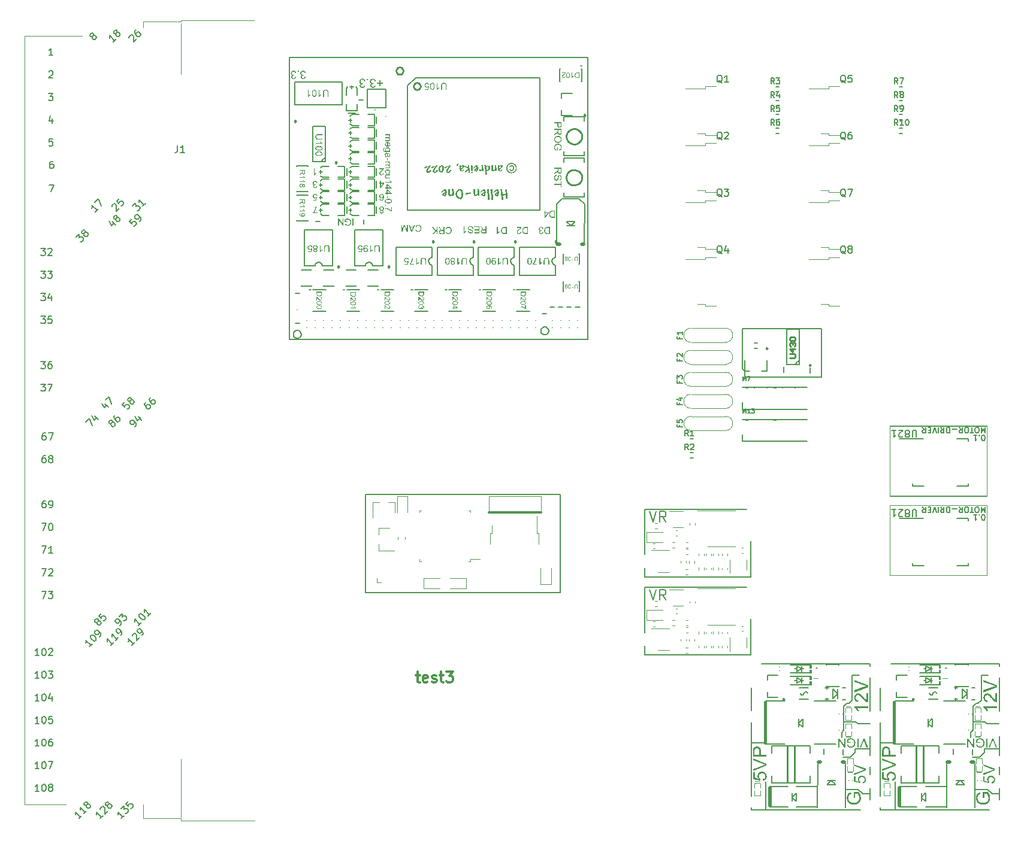
<source format=gto>
G75*
G70*
%OFA0B0*%
%FSLAX25Y25*%
%IPPOS*%
%LPD*%
%AMOC8*
5,1,8,0,0,1.08239X$1,22.5*
%
%ADD103C,0.01575*%
%ADD134C,0.01000*%
%ADD135C,0.00984*%
%ADD136C,0.00300*%
%ADD66C,0.01181*%
%ADD67C,0.00669*%
%ADD68C,0.00591*%
%ADD69C,0.00500*%
%ADD70C,0.00787*%
%ADD71C,0.00800*%
%ADD72C,0.00472*%
%ADD73C,0.00394*%
%ADD76C,0.01968*%
X0000000Y0000000D02*
%LPD*%
G01*
D66*
X0217776Y0081394D02*
X0220026Y0081394D01*
X0218620Y0083363D02*
X0218620Y0078301D01*
X0218620Y0078301D02*
X0218901Y0077739D01*
X0218901Y0077739D02*
X0219464Y0077457D01*
X0219464Y0077457D02*
X0220026Y0077457D01*
X0224244Y0077739D02*
X0223682Y0077457D01*
X0223682Y0077457D02*
X0222557Y0077457D01*
X0222557Y0077457D02*
X0221995Y0077739D01*
X0221995Y0077739D02*
X0221713Y0078301D01*
X0221713Y0078301D02*
X0221713Y0080551D01*
X0221713Y0080551D02*
X0221995Y0081113D01*
X0221995Y0081113D02*
X0222557Y0081394D01*
X0222557Y0081394D02*
X0223682Y0081394D01*
X0223682Y0081394D02*
X0224244Y0081113D01*
X0224244Y0081113D02*
X0224526Y0080551D01*
X0224526Y0080551D02*
X0224526Y0079988D01*
X0224526Y0079988D02*
X0221713Y0079426D01*
X0226775Y0077739D02*
X0227338Y0077457D01*
X0227338Y0077457D02*
X0228463Y0077457D01*
X0228463Y0077457D02*
X0229025Y0077739D01*
X0229025Y0077739D02*
X0229306Y0078301D01*
X0229306Y0078301D02*
X0229306Y0078582D01*
X0229306Y0078582D02*
X0229025Y0079145D01*
X0229025Y0079145D02*
X0228463Y0079426D01*
X0228463Y0079426D02*
X0227619Y0079426D01*
X0227619Y0079426D02*
X0227057Y0079707D01*
X0227057Y0079707D02*
X0226775Y0080270D01*
X0226775Y0080270D02*
X0226775Y0080551D01*
X0226775Y0080551D02*
X0227057Y0081113D01*
X0227057Y0081113D02*
X0227619Y0081394D01*
X0227619Y0081394D02*
X0228463Y0081394D01*
X0228463Y0081394D02*
X0229025Y0081113D01*
X0230994Y0081394D02*
X0233243Y0081394D01*
X0231837Y0083363D02*
X0231837Y0078301D01*
X0231837Y0078301D02*
X0232118Y0077739D01*
X0232118Y0077739D02*
X0232681Y0077457D01*
X0232681Y0077457D02*
X0233243Y0077457D01*
X0234649Y0083363D02*
X0238305Y0083363D01*
X0238305Y0083363D02*
X0236337Y0081113D01*
X0236337Y0081113D02*
X0237180Y0081113D01*
X0237180Y0081113D02*
X0237743Y0080832D01*
X0237743Y0080832D02*
X0238024Y0080551D01*
X0238024Y0080551D02*
X0238305Y0079988D01*
X0238305Y0079988D02*
X0238305Y0078582D01*
X0238305Y0078582D02*
X0238024Y0078020D01*
X0238024Y0078020D02*
X0237743Y0077739D01*
X0237743Y0077739D02*
X0237180Y0077457D01*
X0237180Y0077457D02*
X0235493Y0077457D01*
X0235493Y0077457D02*
X0234931Y0077739D01*
X0234931Y0077739D02*
X0234649Y0078020D01*
D67*
X0417185Y0387655D02*
X0416109Y0389192D01*
X0415341Y0387655D02*
X0415341Y0390883D01*
X0415341Y0390883D02*
X0416570Y0390883D01*
X0416570Y0390883D02*
X0416878Y0390729D01*
X0416878Y0390729D02*
X0417032Y0390576D01*
X0417032Y0390576D02*
X0417185Y0390268D01*
X0417185Y0390268D02*
X0417185Y0389807D01*
X0417185Y0389807D02*
X0417032Y0389499D01*
X0417032Y0389499D02*
X0416878Y0389346D01*
X0416878Y0389346D02*
X0416570Y0389192D01*
X0416570Y0389192D02*
X0415341Y0389192D01*
X0419953Y0390883D02*
X0419338Y0390883D01*
X0419338Y0390883D02*
X0419030Y0390729D01*
X0419030Y0390729D02*
X0418876Y0390576D01*
X0418876Y0390576D02*
X0418569Y0390114D01*
X0418569Y0390114D02*
X0418415Y0389499D01*
X0418415Y0389499D02*
X0418415Y0388270D01*
X0418415Y0388270D02*
X0418569Y0387962D01*
X0418569Y0387962D02*
X0418723Y0387808D01*
X0418723Y0387808D02*
X0419030Y0387655D01*
X0419030Y0387655D02*
X0419645Y0387655D01*
X0419645Y0387655D02*
X0419953Y0387808D01*
X0419953Y0387808D02*
X0420106Y0387962D01*
X0420106Y0387962D02*
X0420260Y0388270D01*
X0420260Y0388270D02*
X0420260Y0389038D01*
X0420260Y0389038D02*
X0420106Y0389346D01*
X0420106Y0389346D02*
X0419953Y0389499D01*
X0419953Y0389499D02*
X0419645Y0389653D01*
X0419645Y0389653D02*
X0419030Y0389653D01*
X0419030Y0389653D02*
X0418723Y0389499D01*
X0418723Y0389499D02*
X0418569Y0389346D01*
X0418569Y0389346D02*
X0418415Y0389038D01*
D68*
X0388208Y0379527D02*
X0387833Y0379715D01*
X0387833Y0379715D02*
X0387458Y0380090D01*
X0387458Y0380090D02*
X0386895Y0380652D01*
X0386895Y0380652D02*
X0386520Y0380840D01*
X0386520Y0380840D02*
X0386145Y0380840D01*
X0386333Y0379902D02*
X0385958Y0380090D01*
X0385958Y0380090D02*
X0385583Y0380465D01*
X0385583Y0380465D02*
X0385396Y0381215D01*
X0385396Y0381215D02*
X0385396Y0382527D01*
X0385396Y0382527D02*
X0385583Y0383277D01*
X0385583Y0383277D02*
X0385958Y0383652D01*
X0385958Y0383652D02*
X0386333Y0383839D01*
X0386333Y0383839D02*
X0387083Y0383839D01*
X0387083Y0383839D02*
X0387458Y0383652D01*
X0387458Y0383652D02*
X0387833Y0383277D01*
X0387833Y0383277D02*
X0388020Y0382527D01*
X0388020Y0382527D02*
X0388020Y0381215D01*
X0388020Y0381215D02*
X0387833Y0380465D01*
X0387833Y0380465D02*
X0387458Y0380090D01*
X0387458Y0380090D02*
X0387083Y0379902D01*
X0387083Y0379902D02*
X0386333Y0379902D01*
X0389520Y0383464D02*
X0389708Y0383652D01*
X0389708Y0383652D02*
X0390082Y0383839D01*
X0390082Y0383839D02*
X0391020Y0383839D01*
X0391020Y0383839D02*
X0391395Y0383652D01*
X0391395Y0383652D02*
X0391582Y0383464D01*
X0391582Y0383464D02*
X0391770Y0383089D01*
X0391770Y0383089D02*
X0391770Y0382714D01*
X0391770Y0382714D02*
X0391582Y0382152D01*
X0391582Y0382152D02*
X0389333Y0379902D01*
X0389333Y0379902D02*
X0391770Y0379902D01*
D69*
X0364495Y0257445D02*
X0364495Y0256445D01*
X0366067Y0256445D02*
X0363067Y0256445D01*
X0363067Y0256445D02*
X0363067Y0257873D01*
X0363352Y0258873D02*
X0363209Y0259016D01*
X0363209Y0259016D02*
X0363067Y0259302D01*
X0363067Y0259302D02*
X0363067Y0260016D01*
X0363067Y0260016D02*
X0363209Y0260302D01*
X0363209Y0260302D02*
X0363352Y0260445D01*
X0363352Y0260445D02*
X0363638Y0260588D01*
X0363638Y0260588D02*
X0363924Y0260588D01*
X0363924Y0260588D02*
X0364352Y0260445D01*
X0364352Y0260445D02*
X0366067Y0258731D01*
X0366067Y0258731D02*
X0366067Y0260588D01*
D67*
X0485886Y0403001D02*
X0484810Y0404539D01*
X0484041Y0403001D02*
X0484041Y0406230D01*
X0484041Y0406230D02*
X0485271Y0406230D01*
X0485271Y0406230D02*
X0485579Y0406076D01*
X0485579Y0406076D02*
X0485732Y0405922D01*
X0485732Y0405922D02*
X0485886Y0405615D01*
X0485886Y0405615D02*
X0485886Y0405154D01*
X0485886Y0405154D02*
X0485732Y0404846D01*
X0485732Y0404846D02*
X0485579Y0404693D01*
X0485579Y0404693D02*
X0485271Y0404539D01*
X0485271Y0404539D02*
X0484041Y0404539D01*
X0487731Y0404846D02*
X0487423Y0405000D01*
X0487423Y0405000D02*
X0487270Y0405154D01*
X0487270Y0405154D02*
X0487116Y0405461D01*
X0487116Y0405461D02*
X0487116Y0405615D01*
X0487116Y0405615D02*
X0487270Y0405922D01*
X0487270Y0405922D02*
X0487423Y0406076D01*
X0487423Y0406076D02*
X0487731Y0406230D01*
X0487731Y0406230D02*
X0488346Y0406230D01*
X0488346Y0406230D02*
X0488653Y0406076D01*
X0488653Y0406076D02*
X0488807Y0405922D01*
X0488807Y0405922D02*
X0488961Y0405615D01*
X0488961Y0405615D02*
X0488961Y0405461D01*
X0488961Y0405461D02*
X0488807Y0405154D01*
X0488807Y0405154D02*
X0488653Y0405000D01*
X0488653Y0405000D02*
X0488346Y0404846D01*
X0488346Y0404846D02*
X0487731Y0404846D01*
X0487731Y0404846D02*
X0487423Y0404693D01*
X0487423Y0404693D02*
X0487270Y0404539D01*
X0487270Y0404539D02*
X0487116Y0404231D01*
X0487116Y0404231D02*
X0487116Y0403616D01*
X0487116Y0403616D02*
X0487270Y0403309D01*
X0487270Y0403309D02*
X0487423Y0403155D01*
X0487423Y0403155D02*
X0487731Y0403001D01*
X0487731Y0403001D02*
X0488346Y0403001D01*
X0488346Y0403001D02*
X0488653Y0403155D01*
X0488653Y0403155D02*
X0488807Y0403309D01*
X0488807Y0403309D02*
X0488961Y0403616D01*
X0488961Y0403616D02*
X0488961Y0404231D01*
X0488961Y0404231D02*
X0488807Y0404539D01*
X0488807Y0404539D02*
X0488653Y0404693D01*
X0488653Y0404693D02*
X0488346Y0404846D01*
X0369351Y0206938D02*
X0368275Y0208476D01*
X0367506Y0206938D02*
X0367506Y0210167D01*
X0367506Y0210167D02*
X0368736Y0210167D01*
X0368736Y0210167D02*
X0369043Y0210013D01*
X0369043Y0210013D02*
X0369197Y0209859D01*
X0369197Y0209859D02*
X0369351Y0209552D01*
X0369351Y0209552D02*
X0369351Y0209091D01*
X0369351Y0209091D02*
X0369197Y0208783D01*
X0369197Y0208783D02*
X0369043Y0208630D01*
X0369043Y0208630D02*
X0368736Y0208476D01*
X0368736Y0208476D02*
X0367506Y0208476D01*
X0370581Y0209859D02*
X0370734Y0210013D01*
X0370734Y0210013D02*
X0371042Y0210167D01*
X0371042Y0210167D02*
X0371810Y0210167D01*
X0371810Y0210167D02*
X0372118Y0210013D01*
X0372118Y0210013D02*
X0372272Y0209859D01*
X0372272Y0209859D02*
X0372425Y0209552D01*
X0372425Y0209552D02*
X0372425Y0209244D01*
X0372425Y0209244D02*
X0372272Y0208783D01*
X0372272Y0208783D02*
X0370427Y0206938D01*
X0370427Y0206938D02*
X0372425Y0206938D01*
D69*
X0364495Y0245161D02*
X0364495Y0244161D01*
X0366067Y0244161D02*
X0363067Y0244161D01*
X0363067Y0244161D02*
X0363067Y0245590D01*
X0363067Y0246447D02*
X0363067Y0248304D01*
X0363067Y0248304D02*
X0364209Y0247304D01*
X0364209Y0247304D02*
X0364209Y0247733D01*
X0364209Y0247733D02*
X0364352Y0248019D01*
X0364352Y0248019D02*
X0364495Y0248161D01*
X0364495Y0248161D02*
X0364781Y0248304D01*
X0364781Y0248304D02*
X0365495Y0248304D01*
X0365495Y0248304D02*
X0365781Y0248161D01*
X0365781Y0248161D02*
X0365924Y0248019D01*
X0365924Y0248019D02*
X0366067Y0247733D01*
X0366067Y0247733D02*
X0366067Y0246876D01*
X0366067Y0246876D02*
X0365924Y0246590D01*
X0365924Y0246590D02*
X0365781Y0246447D01*
D67*
X0417185Y0395328D02*
X0416109Y0396865D01*
X0415341Y0395328D02*
X0415341Y0398556D01*
X0415341Y0398556D02*
X0416570Y0398556D01*
X0416570Y0398556D02*
X0416878Y0398403D01*
X0416878Y0398403D02*
X0417032Y0398249D01*
X0417032Y0398249D02*
X0417185Y0397941D01*
X0417185Y0397941D02*
X0417185Y0397480D01*
X0417185Y0397480D02*
X0417032Y0397173D01*
X0417032Y0397173D02*
X0416878Y0397019D01*
X0416878Y0397019D02*
X0416570Y0396865D01*
X0416570Y0396865D02*
X0415341Y0396865D01*
X0420106Y0398556D02*
X0418569Y0398556D01*
X0418569Y0398556D02*
X0418415Y0397019D01*
X0418415Y0397019D02*
X0418569Y0397173D01*
X0418569Y0397173D02*
X0418876Y0397327D01*
X0418876Y0397327D02*
X0419645Y0397327D01*
X0419645Y0397327D02*
X0419953Y0397173D01*
X0419953Y0397173D02*
X0420106Y0397019D01*
X0420106Y0397019D02*
X0420260Y0396712D01*
X0420260Y0396712D02*
X0420260Y0395943D01*
X0420260Y0395943D02*
X0420106Y0395636D01*
X0420106Y0395636D02*
X0419953Y0395482D01*
X0419953Y0395482D02*
X0419645Y0395328D01*
X0419645Y0395328D02*
X0418876Y0395328D01*
X0418876Y0395328D02*
X0418569Y0395482D01*
X0418569Y0395482D02*
X0418415Y0395636D01*
D68*
X0388208Y0316142D02*
X0387833Y0316329D01*
X0387833Y0316329D02*
X0387458Y0316704D01*
X0387458Y0316704D02*
X0386895Y0317266D01*
X0386895Y0317266D02*
X0386520Y0317454D01*
X0386520Y0317454D02*
X0386145Y0317454D01*
X0386333Y0316516D02*
X0385958Y0316704D01*
X0385958Y0316704D02*
X0385583Y0317079D01*
X0385583Y0317079D02*
X0385396Y0317829D01*
X0385396Y0317829D02*
X0385396Y0319141D01*
X0385396Y0319141D02*
X0385583Y0319891D01*
X0385583Y0319891D02*
X0385958Y0320266D01*
X0385958Y0320266D02*
X0386333Y0320453D01*
X0386333Y0320453D02*
X0387083Y0320453D01*
X0387083Y0320453D02*
X0387458Y0320266D01*
X0387458Y0320266D02*
X0387833Y0319891D01*
X0387833Y0319891D02*
X0388020Y0319141D01*
X0388020Y0319141D02*
X0388020Y0317829D01*
X0388020Y0317829D02*
X0387833Y0317079D01*
X0387833Y0317079D02*
X0387458Y0316704D01*
X0387458Y0316704D02*
X0387083Y0316516D01*
X0387083Y0316516D02*
X0386333Y0316516D01*
X0391395Y0319141D02*
X0391395Y0316516D01*
X0390457Y0320641D02*
X0389520Y0317829D01*
X0389520Y0317829D02*
X0391957Y0317829D01*
X0456909Y0347834D02*
X0456534Y0348022D01*
X0456534Y0348022D02*
X0456159Y0348397D01*
X0456159Y0348397D02*
X0455596Y0348959D01*
X0455596Y0348959D02*
X0455221Y0349147D01*
X0455221Y0349147D02*
X0454846Y0349147D01*
X0455034Y0348209D02*
X0454659Y0348397D01*
X0454659Y0348397D02*
X0454284Y0348772D01*
X0454284Y0348772D02*
X0454096Y0349522D01*
X0454096Y0349522D02*
X0454096Y0350834D01*
X0454096Y0350834D02*
X0454284Y0351584D01*
X0454284Y0351584D02*
X0454659Y0351959D01*
X0454659Y0351959D02*
X0455034Y0352146D01*
X0455034Y0352146D02*
X0455784Y0352146D01*
X0455784Y0352146D02*
X0456159Y0351959D01*
X0456159Y0351959D02*
X0456534Y0351584D01*
X0456534Y0351584D02*
X0456721Y0350834D01*
X0456721Y0350834D02*
X0456721Y0349522D01*
X0456721Y0349522D02*
X0456534Y0348772D01*
X0456534Y0348772D02*
X0456159Y0348397D01*
X0456159Y0348397D02*
X0455784Y0348209D01*
X0455784Y0348209D02*
X0455034Y0348209D01*
X0458033Y0352146D02*
X0460658Y0352146D01*
X0460658Y0352146D02*
X0458971Y0348209D01*
X0399751Y0245332D02*
X0399751Y0247695D01*
X0399751Y0247695D02*
X0400538Y0246007D01*
X0400538Y0246007D02*
X0401326Y0247695D01*
X0401326Y0247695D02*
X0401326Y0245332D01*
X0402226Y0247695D02*
X0403800Y0247695D01*
X0403800Y0247695D02*
X0402788Y0245332D01*
X0388208Y0411220D02*
X0387833Y0411408D01*
X0387833Y0411408D02*
X0387458Y0411783D01*
X0387458Y0411783D02*
X0386895Y0412345D01*
X0386895Y0412345D02*
X0386520Y0412533D01*
X0386520Y0412533D02*
X0386145Y0412533D01*
X0386333Y0411595D02*
X0385958Y0411783D01*
X0385958Y0411783D02*
X0385583Y0412158D01*
X0385583Y0412158D02*
X0385396Y0412908D01*
X0385396Y0412908D02*
X0385396Y0414220D01*
X0385396Y0414220D02*
X0385583Y0414970D01*
X0385583Y0414970D02*
X0385958Y0415345D01*
X0385958Y0415345D02*
X0386333Y0415532D01*
X0386333Y0415532D02*
X0387083Y0415532D01*
X0387083Y0415532D02*
X0387458Y0415345D01*
X0387458Y0415345D02*
X0387833Y0414970D01*
X0387833Y0414970D02*
X0388020Y0414220D01*
X0388020Y0414220D02*
X0388020Y0412908D01*
X0388020Y0412908D02*
X0387833Y0412158D01*
X0387833Y0412158D02*
X0387458Y0411783D01*
X0387458Y0411783D02*
X0387083Y0411595D01*
X0387083Y0411595D02*
X0386333Y0411595D01*
X0391770Y0411595D02*
X0389520Y0411595D01*
X0390645Y0411595D02*
X0390645Y0415532D01*
X0390645Y0415532D02*
X0390270Y0414970D01*
X0390270Y0414970D02*
X0389895Y0414595D01*
X0389895Y0414595D02*
X0389520Y0414407D01*
X0388208Y0347834D02*
X0387833Y0348022D01*
X0387833Y0348022D02*
X0387458Y0348397D01*
X0387458Y0348397D02*
X0386895Y0348959D01*
X0386895Y0348959D02*
X0386520Y0349147D01*
X0386520Y0349147D02*
X0386145Y0349147D01*
X0386333Y0348209D02*
X0385958Y0348397D01*
X0385958Y0348397D02*
X0385583Y0348772D01*
X0385583Y0348772D02*
X0385396Y0349522D01*
X0385396Y0349522D02*
X0385396Y0350834D01*
X0385396Y0350834D02*
X0385583Y0351584D01*
X0385583Y0351584D02*
X0385958Y0351959D01*
X0385958Y0351959D02*
X0386333Y0352146D01*
X0386333Y0352146D02*
X0387083Y0352146D01*
X0387083Y0352146D02*
X0387458Y0351959D01*
X0387458Y0351959D02*
X0387833Y0351584D01*
X0387833Y0351584D02*
X0388020Y0350834D01*
X0388020Y0350834D02*
X0388020Y0349522D01*
X0388020Y0349522D02*
X0387833Y0348772D01*
X0387833Y0348772D02*
X0387458Y0348397D01*
X0387458Y0348397D02*
X0387083Y0348209D01*
X0387083Y0348209D02*
X0386333Y0348209D01*
X0389333Y0352146D02*
X0391770Y0352146D01*
X0391770Y0352146D02*
X0390457Y0350647D01*
X0390457Y0350647D02*
X0391020Y0350647D01*
X0391020Y0350647D02*
X0391395Y0350459D01*
X0391395Y0350459D02*
X0391582Y0350272D01*
X0391582Y0350272D02*
X0391770Y0349897D01*
X0391770Y0349897D02*
X0391770Y0348959D01*
X0391770Y0348959D02*
X0391582Y0348584D01*
X0391582Y0348584D02*
X0391395Y0348397D01*
X0391395Y0348397D02*
X0391020Y0348209D01*
X0391020Y0348209D02*
X0389895Y0348209D01*
X0389895Y0348209D02*
X0389520Y0348397D01*
X0389520Y0348397D02*
X0389333Y0348584D01*
D67*
X0485886Y0395328D02*
X0484810Y0396865D01*
X0484041Y0395328D02*
X0484041Y0398556D01*
X0484041Y0398556D02*
X0485271Y0398556D01*
X0485271Y0398556D02*
X0485579Y0398403D01*
X0485579Y0398403D02*
X0485732Y0398249D01*
X0485732Y0398249D02*
X0485886Y0397941D01*
X0485886Y0397941D02*
X0485886Y0397480D01*
X0485886Y0397480D02*
X0485732Y0397173D01*
X0485732Y0397173D02*
X0485579Y0397019D01*
X0485579Y0397019D02*
X0485271Y0396865D01*
X0485271Y0396865D02*
X0484041Y0396865D01*
X0487423Y0395328D02*
X0488038Y0395328D01*
X0488038Y0395328D02*
X0488346Y0395482D01*
X0488346Y0395482D02*
X0488500Y0395636D01*
X0488500Y0395636D02*
X0488807Y0396097D01*
X0488807Y0396097D02*
X0488961Y0396712D01*
X0488961Y0396712D02*
X0488961Y0397941D01*
X0488961Y0397941D02*
X0488807Y0398249D01*
X0488807Y0398249D02*
X0488653Y0398403D01*
X0488653Y0398403D02*
X0488346Y0398556D01*
X0488346Y0398556D02*
X0487731Y0398556D01*
X0487731Y0398556D02*
X0487423Y0398403D01*
X0487423Y0398403D02*
X0487270Y0398249D01*
X0487270Y0398249D02*
X0487116Y0397941D01*
X0487116Y0397941D02*
X0487116Y0397173D01*
X0487116Y0397173D02*
X0487270Y0396865D01*
X0487270Y0396865D02*
X0487423Y0396712D01*
X0487423Y0396712D02*
X0487731Y0396558D01*
X0487731Y0396558D02*
X0488346Y0396558D01*
X0488346Y0396558D02*
X0488653Y0396712D01*
X0488653Y0396712D02*
X0488807Y0396865D01*
X0488807Y0396865D02*
X0488961Y0397173D01*
D68*
X0399751Y0227419D02*
X0399751Y0229781D01*
X0399751Y0229781D02*
X0400538Y0228094D01*
X0400538Y0228094D02*
X0401326Y0229781D01*
X0401326Y0229781D02*
X0401326Y0227419D01*
X0403688Y0227419D02*
X0402338Y0227419D01*
X0403013Y0227419D02*
X0403013Y0229781D01*
X0403013Y0229781D02*
X0402788Y0229444D01*
X0402788Y0229444D02*
X0402563Y0229219D01*
X0402563Y0229219D02*
X0402338Y0229106D01*
X0404475Y0229781D02*
X0405938Y0229781D01*
X0405938Y0229781D02*
X0405150Y0228881D01*
X0405150Y0228881D02*
X0405488Y0228881D01*
X0405488Y0228881D02*
X0405713Y0228769D01*
X0405713Y0228769D02*
X0405825Y0228656D01*
X0405825Y0228656D02*
X0405938Y0228431D01*
X0405938Y0228431D02*
X0405938Y0227869D01*
X0405938Y0227869D02*
X0405825Y0227644D01*
X0405825Y0227644D02*
X0405713Y0227531D01*
X0405713Y0227531D02*
X0405488Y0227419D01*
X0405488Y0227419D02*
X0404813Y0227419D01*
X0404813Y0227419D02*
X0404588Y0227531D01*
X0404588Y0227531D02*
X0404475Y0227644D01*
X0456909Y0411220D02*
X0456534Y0411408D01*
X0456534Y0411408D02*
X0456159Y0411783D01*
X0456159Y0411783D02*
X0455596Y0412345D01*
X0455596Y0412345D02*
X0455221Y0412533D01*
X0455221Y0412533D02*
X0454846Y0412533D01*
X0455034Y0411595D02*
X0454659Y0411783D01*
X0454659Y0411783D02*
X0454284Y0412158D01*
X0454284Y0412158D02*
X0454096Y0412908D01*
X0454096Y0412908D02*
X0454096Y0414220D01*
X0454096Y0414220D02*
X0454284Y0414970D01*
X0454284Y0414970D02*
X0454659Y0415345D01*
X0454659Y0415345D02*
X0455034Y0415532D01*
X0455034Y0415532D02*
X0455784Y0415532D01*
X0455784Y0415532D02*
X0456159Y0415345D01*
X0456159Y0415345D02*
X0456534Y0414970D01*
X0456534Y0414970D02*
X0456721Y0414220D01*
X0456721Y0414220D02*
X0456721Y0412908D01*
X0456721Y0412908D02*
X0456534Y0412158D01*
X0456534Y0412158D02*
X0456159Y0411783D01*
X0456159Y0411783D02*
X0455784Y0411595D01*
X0455784Y0411595D02*
X0455034Y0411595D01*
X0460283Y0415532D02*
X0458408Y0415532D01*
X0458408Y0415532D02*
X0458221Y0413657D01*
X0458221Y0413657D02*
X0458408Y0413845D01*
X0458408Y0413845D02*
X0458783Y0414032D01*
X0458783Y0414032D02*
X0459721Y0414032D01*
X0459721Y0414032D02*
X0460096Y0413845D01*
X0460096Y0413845D02*
X0460283Y0413657D01*
X0460283Y0413657D02*
X0460471Y0413282D01*
X0460471Y0413282D02*
X0460471Y0412345D01*
X0460471Y0412345D02*
X0460283Y0411970D01*
X0460283Y0411970D02*
X0460096Y0411783D01*
X0460096Y0411783D02*
X0459721Y0411595D01*
X0459721Y0411595D02*
X0458783Y0411595D01*
X0458783Y0411595D02*
X0458408Y0411783D01*
X0458408Y0411783D02*
X0458221Y0411970D01*
X0456909Y0316142D02*
X0456534Y0316329D01*
X0456534Y0316329D02*
X0456159Y0316704D01*
X0456159Y0316704D02*
X0455596Y0317266D01*
X0455596Y0317266D02*
X0455221Y0317454D01*
X0455221Y0317454D02*
X0454846Y0317454D01*
X0455034Y0316516D02*
X0454659Y0316704D01*
X0454659Y0316704D02*
X0454284Y0317079D01*
X0454284Y0317079D02*
X0454096Y0317829D01*
X0454096Y0317829D02*
X0454096Y0319141D01*
X0454096Y0319141D02*
X0454284Y0319891D01*
X0454284Y0319891D02*
X0454659Y0320266D01*
X0454659Y0320266D02*
X0455034Y0320453D01*
X0455034Y0320453D02*
X0455784Y0320453D01*
X0455784Y0320453D02*
X0456159Y0320266D01*
X0456159Y0320266D02*
X0456534Y0319891D01*
X0456534Y0319891D02*
X0456721Y0319141D01*
X0456721Y0319141D02*
X0456721Y0317829D01*
X0456721Y0317829D02*
X0456534Y0317079D01*
X0456534Y0317079D02*
X0456159Y0316704D01*
X0456159Y0316704D02*
X0455784Y0316516D01*
X0455784Y0316516D02*
X0455034Y0316516D01*
X0458971Y0318766D02*
X0458596Y0318954D01*
X0458596Y0318954D02*
X0458408Y0319141D01*
X0458408Y0319141D02*
X0458221Y0319516D01*
X0458221Y0319516D02*
X0458221Y0319704D01*
X0458221Y0319704D02*
X0458408Y0320079D01*
X0458408Y0320079D02*
X0458596Y0320266D01*
X0458596Y0320266D02*
X0458971Y0320453D01*
X0458971Y0320453D02*
X0459721Y0320453D01*
X0459721Y0320453D02*
X0460096Y0320266D01*
X0460096Y0320266D02*
X0460283Y0320079D01*
X0460283Y0320079D02*
X0460471Y0319704D01*
X0460471Y0319704D02*
X0460471Y0319516D01*
X0460471Y0319516D02*
X0460283Y0319141D01*
X0460283Y0319141D02*
X0460096Y0318954D01*
X0460096Y0318954D02*
X0459721Y0318766D01*
X0459721Y0318766D02*
X0458971Y0318766D01*
X0458971Y0318766D02*
X0458596Y0318579D01*
X0458596Y0318579D02*
X0458408Y0318391D01*
X0458408Y0318391D02*
X0458221Y0318016D01*
X0458221Y0318016D02*
X0458221Y0317266D01*
X0458221Y0317266D02*
X0458408Y0316891D01*
X0458408Y0316891D02*
X0458596Y0316704D01*
X0458596Y0316704D02*
X0458971Y0316516D01*
X0458971Y0316516D02*
X0459721Y0316516D01*
X0459721Y0316516D02*
X0460096Y0316704D01*
X0460096Y0316704D02*
X0460283Y0316891D01*
X0460283Y0316891D02*
X0460471Y0317266D01*
X0460471Y0317266D02*
X0460471Y0318016D01*
X0460471Y0318016D02*
X0460283Y0318391D01*
X0460283Y0318391D02*
X0460096Y0318579D01*
X0460096Y0318579D02*
X0459721Y0318766D01*
D67*
X0485886Y0387655D02*
X0484810Y0389192D01*
X0484041Y0387655D02*
X0484041Y0390883D01*
X0484041Y0390883D02*
X0485271Y0390883D01*
X0485271Y0390883D02*
X0485579Y0390729D01*
X0485579Y0390729D02*
X0485732Y0390576D01*
X0485732Y0390576D02*
X0485886Y0390268D01*
X0485886Y0390268D02*
X0485886Y0389807D01*
X0485886Y0389807D02*
X0485732Y0389499D01*
X0485732Y0389499D02*
X0485579Y0389346D01*
X0485579Y0389346D02*
X0485271Y0389192D01*
X0485271Y0389192D02*
X0484041Y0389192D01*
X0488961Y0387655D02*
X0487116Y0387655D01*
X0488038Y0387655D02*
X0488038Y0390883D01*
X0488038Y0390883D02*
X0487731Y0390422D01*
X0487731Y0390422D02*
X0487423Y0390114D01*
X0487423Y0390114D02*
X0487116Y0389961D01*
X0490959Y0390883D02*
X0491267Y0390883D01*
X0491267Y0390883D02*
X0491574Y0390729D01*
X0491574Y0390729D02*
X0491728Y0390576D01*
X0491728Y0390576D02*
X0491882Y0390268D01*
X0491882Y0390268D02*
X0492035Y0389653D01*
X0492035Y0389653D02*
X0492035Y0388884D01*
X0492035Y0388884D02*
X0491882Y0388270D01*
X0491882Y0388270D02*
X0491728Y0387962D01*
X0491728Y0387962D02*
X0491574Y0387808D01*
X0491574Y0387808D02*
X0491267Y0387655D01*
X0491267Y0387655D02*
X0490959Y0387655D01*
X0490959Y0387655D02*
X0490652Y0387808D01*
X0490652Y0387808D02*
X0490498Y0387962D01*
X0490498Y0387962D02*
X0490344Y0388270D01*
X0490344Y0388270D02*
X0490191Y0388884D01*
X0490191Y0388884D02*
X0490191Y0389653D01*
X0490191Y0389653D02*
X0490344Y0390268D01*
X0490344Y0390268D02*
X0490498Y0390576D01*
X0490498Y0390576D02*
X0490652Y0390729D01*
X0490652Y0390729D02*
X0490959Y0390883D01*
X0417185Y0403001D02*
X0416109Y0404539D01*
X0415341Y0403001D02*
X0415341Y0406230D01*
X0415341Y0406230D02*
X0416570Y0406230D01*
X0416570Y0406230D02*
X0416878Y0406076D01*
X0416878Y0406076D02*
X0417032Y0405922D01*
X0417032Y0405922D02*
X0417185Y0405615D01*
X0417185Y0405615D02*
X0417185Y0405154D01*
X0417185Y0405154D02*
X0417032Y0404846D01*
X0417032Y0404846D02*
X0416878Y0404693D01*
X0416878Y0404693D02*
X0416570Y0404539D01*
X0416570Y0404539D02*
X0415341Y0404539D01*
X0419953Y0405154D02*
X0419953Y0403001D01*
X0419184Y0406384D02*
X0418415Y0404078D01*
X0418415Y0404078D02*
X0420414Y0404078D01*
X0369351Y0214612D02*
X0368275Y0216149D01*
X0367506Y0214612D02*
X0367506Y0217840D01*
X0367506Y0217840D02*
X0368736Y0217840D01*
X0368736Y0217840D02*
X0369043Y0217687D01*
X0369043Y0217687D02*
X0369197Y0217533D01*
X0369197Y0217533D02*
X0369351Y0217225D01*
X0369351Y0217225D02*
X0369351Y0216764D01*
X0369351Y0216764D02*
X0369197Y0216457D01*
X0369197Y0216457D02*
X0369043Y0216303D01*
X0369043Y0216303D02*
X0368736Y0216149D01*
X0368736Y0216149D02*
X0367506Y0216149D01*
X0372425Y0214612D02*
X0370581Y0214612D01*
X0371503Y0214612D02*
X0371503Y0217840D01*
X0371503Y0217840D02*
X0371196Y0217379D01*
X0371196Y0217379D02*
X0370888Y0217072D01*
X0370888Y0217072D02*
X0370581Y0216918D01*
X0417185Y0410675D02*
X0416109Y0412212D01*
X0415341Y0410675D02*
X0415341Y0413903D01*
X0415341Y0413903D02*
X0416570Y0413903D01*
X0416570Y0413903D02*
X0416878Y0413749D01*
X0416878Y0413749D02*
X0417032Y0413596D01*
X0417032Y0413596D02*
X0417185Y0413288D01*
X0417185Y0413288D02*
X0417185Y0412827D01*
X0417185Y0412827D02*
X0417032Y0412520D01*
X0417032Y0412520D02*
X0416878Y0412366D01*
X0416878Y0412366D02*
X0416570Y0412212D01*
X0416570Y0412212D02*
X0415341Y0412212D01*
X0418262Y0413903D02*
X0420260Y0413903D01*
X0420260Y0413903D02*
X0419184Y0412673D01*
X0419184Y0412673D02*
X0419645Y0412673D01*
X0419645Y0412673D02*
X0419953Y0412520D01*
X0419953Y0412520D02*
X0420106Y0412366D01*
X0420106Y0412366D02*
X0420260Y0412058D01*
X0420260Y0412058D02*
X0420260Y0411290D01*
X0420260Y0411290D02*
X0420106Y0410982D01*
X0420106Y0410982D02*
X0419953Y0410829D01*
X0419953Y0410829D02*
X0419645Y0410675D01*
X0419645Y0410675D02*
X0418723Y0410675D01*
X0418723Y0410675D02*
X0418415Y0410829D01*
X0418415Y0410829D02*
X0418262Y0410982D01*
D69*
X0364495Y0232878D02*
X0364495Y0231878D01*
X0366067Y0231878D02*
X0363067Y0231878D01*
X0363067Y0231878D02*
X0363067Y0233307D01*
X0364067Y0235735D02*
X0366067Y0235735D01*
X0362924Y0235021D02*
X0365067Y0234307D01*
X0365067Y0234307D02*
X0365067Y0236164D01*
D68*
X0085203Y0376457D02*
X0085203Y0373645D01*
X0085203Y0373645D02*
X0085016Y0373083D01*
X0085016Y0373083D02*
X0084641Y0372708D01*
X0084641Y0372708D02*
X0084079Y0372520D01*
X0084079Y0372520D02*
X0083704Y0372520D01*
X0089140Y0372520D02*
X0086891Y0372520D01*
X0088016Y0372520D02*
X0088016Y0376457D01*
X0088016Y0376457D02*
X0087641Y0375895D01*
X0087641Y0375895D02*
X0087266Y0375520D01*
X0087266Y0375520D02*
X0086891Y0375333D01*
X0055890Y0233532D02*
X0054565Y0232206D01*
X0054565Y0232206D02*
X0055758Y0230748D01*
X0055758Y0230748D02*
X0055758Y0231013D01*
X0055758Y0231013D02*
X0055890Y0231411D01*
X0055890Y0231411D02*
X0056553Y0232074D01*
X0056553Y0232074D02*
X0056951Y0232206D01*
X0056951Y0232206D02*
X0057216Y0232206D01*
X0057216Y0232206D02*
X0057614Y0232074D01*
X0057614Y0232074D02*
X0058276Y0231411D01*
X0058276Y0231411D02*
X0058409Y0231013D01*
X0058409Y0231013D02*
X0058409Y0230748D01*
X0058409Y0230748D02*
X0058276Y0230350D01*
X0058276Y0230350D02*
X0057614Y0229688D01*
X0057614Y0229688D02*
X0057216Y0229555D01*
X0057216Y0229555D02*
X0056951Y0229555D01*
X0058807Y0234062D02*
X0058409Y0233930D01*
X0058409Y0233930D02*
X0058144Y0233930D01*
X0058144Y0233930D02*
X0057746Y0234062D01*
X0057746Y0234062D02*
X0057614Y0234195D01*
X0057614Y0234195D02*
X0057481Y0234593D01*
X0057481Y0234593D02*
X0057481Y0234858D01*
X0057481Y0234858D02*
X0057614Y0235255D01*
X0057614Y0235255D02*
X0058144Y0235786D01*
X0058144Y0235786D02*
X0058542Y0235918D01*
X0058542Y0235918D02*
X0058807Y0235918D01*
X0058807Y0235918D02*
X0059204Y0235786D01*
X0059204Y0235786D02*
X0059337Y0235653D01*
X0059337Y0235653D02*
X0059470Y0235255D01*
X0059470Y0235255D02*
X0059470Y0234990D01*
X0059470Y0234990D02*
X0059337Y0234593D01*
X0059337Y0234593D02*
X0058807Y0234062D01*
X0058807Y0234062D02*
X0058674Y0233665D01*
X0058674Y0233665D02*
X0058674Y0233399D01*
X0058674Y0233399D02*
X0058807Y0233002D01*
X0058807Y0233002D02*
X0059337Y0232472D01*
X0059337Y0232472D02*
X0059735Y0232339D01*
X0059735Y0232339D02*
X0060000Y0232339D01*
X0060000Y0232339D02*
X0060398Y0232472D01*
X0060398Y0232472D02*
X0060928Y0233002D01*
X0060928Y0233002D02*
X0061060Y0233399D01*
X0061060Y0233399D02*
X0061060Y0233665D01*
X0061060Y0233665D02*
X0060928Y0234062D01*
X0060928Y0234062D02*
X0060398Y0234593D01*
X0060398Y0234593D02*
X0060000Y0234725D01*
X0060000Y0234725D02*
X0059735Y0234725D01*
X0059735Y0234725D02*
X0059337Y0234593D01*
X0048812Y0334046D02*
X0050668Y0332190D01*
X0047088Y0334444D02*
X0048414Y0331793D01*
X0048414Y0331793D02*
X0050137Y0333516D01*
X0050933Y0335637D02*
X0050535Y0335505D01*
X0050535Y0335505D02*
X0050270Y0335505D01*
X0050270Y0335505D02*
X0049872Y0335637D01*
X0049872Y0335637D02*
X0049740Y0335770D01*
X0049740Y0335770D02*
X0049607Y0336167D01*
X0049607Y0336167D02*
X0049607Y0336433D01*
X0049607Y0336433D02*
X0049740Y0336830D01*
X0049740Y0336830D02*
X0050270Y0337360D01*
X0050270Y0337360D02*
X0050668Y0337493D01*
X0050668Y0337493D02*
X0050933Y0337493D01*
X0050933Y0337493D02*
X0051330Y0337360D01*
X0051330Y0337360D02*
X0051463Y0337228D01*
X0051463Y0337228D02*
X0051596Y0336830D01*
X0051596Y0336830D02*
X0051596Y0336565D01*
X0051596Y0336565D02*
X0051463Y0336167D01*
X0051463Y0336167D02*
X0050933Y0335637D01*
X0050933Y0335637D02*
X0050800Y0335239D01*
X0050800Y0335239D02*
X0050800Y0334974D01*
X0050800Y0334974D02*
X0050933Y0334577D01*
X0050933Y0334577D02*
X0051463Y0334046D01*
X0051463Y0334046D02*
X0051861Y0333914D01*
X0051861Y0333914D02*
X0052126Y0333914D01*
X0052126Y0333914D02*
X0052524Y0334046D01*
X0052524Y0334046D02*
X0053054Y0334577D01*
X0053054Y0334577D02*
X0053186Y0334974D01*
X0053186Y0334974D02*
X0053186Y0335239D01*
X0053186Y0335239D02*
X0053054Y0335637D01*
X0053054Y0335637D02*
X0052524Y0336167D01*
X0052524Y0336167D02*
X0052126Y0336300D01*
X0052126Y0336300D02*
X0051861Y0336300D01*
X0051861Y0336300D02*
X0051463Y0336167D01*
X0058241Y0436533D02*
X0058241Y0436798D01*
X0058241Y0436798D02*
X0058373Y0437196D01*
X0058373Y0437196D02*
X0059036Y0437859D01*
X0059036Y0437859D02*
X0059434Y0437991D01*
X0059434Y0437991D02*
X0059699Y0437991D01*
X0059699Y0437991D02*
X0060096Y0437859D01*
X0060096Y0437859D02*
X0060362Y0437594D01*
X0060362Y0437594D02*
X0060627Y0437063D01*
X0060627Y0437063D02*
X0060627Y0433882D01*
X0060627Y0433882D02*
X0062350Y0435605D01*
X0061952Y0440775D02*
X0061422Y0440245D01*
X0061422Y0440245D02*
X0061290Y0439847D01*
X0061290Y0439847D02*
X0061290Y0439582D01*
X0061290Y0439582D02*
X0061422Y0438919D01*
X0061422Y0438919D02*
X0061820Y0438256D01*
X0061820Y0438256D02*
X0062880Y0437196D01*
X0062880Y0437196D02*
X0063278Y0437063D01*
X0063278Y0437063D02*
X0063543Y0437063D01*
X0063543Y0437063D02*
X0063941Y0437196D01*
X0063941Y0437196D02*
X0064471Y0437726D01*
X0064471Y0437726D02*
X0064604Y0438124D01*
X0064604Y0438124D02*
X0064604Y0438389D01*
X0064604Y0438389D02*
X0064471Y0438787D01*
X0064471Y0438787D02*
X0063808Y0439450D01*
X0063808Y0439450D02*
X0063411Y0439582D01*
X0063411Y0439582D02*
X0063145Y0439582D01*
X0063145Y0439582D02*
X0062748Y0439450D01*
X0062748Y0439450D02*
X0062218Y0438919D01*
X0062218Y0438919D02*
X0062085Y0438522D01*
X0062085Y0438522D02*
X0062085Y0438256D01*
X0062085Y0438256D02*
X0062218Y0437859D01*
X0050933Y0435605D02*
X0049342Y0434014D01*
X0050137Y0434810D02*
X0047353Y0437594D01*
X0047353Y0437594D02*
X0047486Y0436931D01*
X0047486Y0436931D02*
X0047486Y0436401D01*
X0047486Y0436401D02*
X0047353Y0436003D01*
X0050933Y0438787D02*
X0050535Y0438654D01*
X0050535Y0438654D02*
X0050270Y0438654D01*
X0050270Y0438654D02*
X0049872Y0438787D01*
X0049872Y0438787D02*
X0049740Y0438919D01*
X0049740Y0438919D02*
X0049607Y0439317D01*
X0049607Y0439317D02*
X0049607Y0439582D01*
X0049607Y0439582D02*
X0049740Y0439980D01*
X0049740Y0439980D02*
X0050270Y0440510D01*
X0050270Y0440510D02*
X0050668Y0440643D01*
X0050668Y0440643D02*
X0050933Y0440643D01*
X0050933Y0440643D02*
X0051330Y0440510D01*
X0051330Y0440510D02*
X0051463Y0440378D01*
X0051463Y0440378D02*
X0051596Y0439980D01*
X0051596Y0439980D02*
X0051596Y0439715D01*
X0051596Y0439715D02*
X0051463Y0439317D01*
X0051463Y0439317D02*
X0050933Y0438787D01*
X0050933Y0438787D02*
X0050800Y0438389D01*
X0050800Y0438389D02*
X0050800Y0438124D01*
X0050800Y0438124D02*
X0050933Y0437726D01*
X0050933Y0437726D02*
X0051463Y0437196D01*
X0051463Y0437196D02*
X0051861Y0437063D01*
X0051861Y0437063D02*
X0052126Y0437063D01*
X0052126Y0437063D02*
X0052524Y0437196D01*
X0052524Y0437196D02*
X0053054Y0437726D01*
X0053054Y0437726D02*
X0053186Y0438124D01*
X0053186Y0438124D02*
X0053186Y0438389D01*
X0053186Y0438389D02*
X0053054Y0438787D01*
X0053054Y0438787D02*
X0052524Y0439317D01*
X0052524Y0439317D02*
X0052126Y0439450D01*
X0052126Y0439450D02*
X0051861Y0439450D01*
X0051861Y0439450D02*
X0051463Y0439317D01*
X0015907Y0367501D02*
X0015157Y0367501D01*
X0015157Y0367501D02*
X0014783Y0367313D01*
X0014783Y0367313D02*
X0014595Y0367126D01*
X0014595Y0367126D02*
X0014220Y0366563D01*
X0014220Y0366563D02*
X0014033Y0365813D01*
X0014033Y0365813D02*
X0014033Y0364314D01*
X0014033Y0364314D02*
X0014220Y0363939D01*
X0014220Y0363939D02*
X0014408Y0363751D01*
X0014408Y0363751D02*
X0014783Y0363564D01*
X0014783Y0363564D02*
X0015532Y0363564D01*
X0015532Y0363564D02*
X0015907Y0363751D01*
X0015907Y0363751D02*
X0016095Y0363939D01*
X0016095Y0363939D02*
X0016282Y0364314D01*
X0016282Y0364314D02*
X0016282Y0365251D01*
X0016282Y0365251D02*
X0016095Y0365626D01*
X0016095Y0365626D02*
X0015907Y0365813D01*
X0015907Y0365813D02*
X0015532Y0366001D01*
X0015532Y0366001D02*
X0014783Y0366001D01*
X0014783Y0366001D02*
X0014408Y0365813D01*
X0014408Y0365813D02*
X0014220Y0365626D01*
X0014220Y0365626D02*
X0014033Y0365251D01*
X0013451Y0405296D02*
X0015889Y0405296D01*
X0015889Y0405296D02*
X0014576Y0403796D01*
X0014576Y0403796D02*
X0015139Y0403796D01*
X0015139Y0403796D02*
X0015514Y0403609D01*
X0015514Y0403609D02*
X0015701Y0403421D01*
X0015701Y0403421D02*
X0015889Y0403046D01*
X0015889Y0403046D02*
X0015889Y0402109D01*
X0015889Y0402109D02*
X0015701Y0401734D01*
X0015701Y0401734D02*
X0015514Y0401546D01*
X0015514Y0401546D02*
X0015139Y0401359D01*
X0015139Y0401359D02*
X0014014Y0401359D01*
X0014014Y0401359D02*
X0013639Y0401546D01*
X0013639Y0401546D02*
X0013451Y0401734D01*
X0037796Y0437067D02*
X0037398Y0436935D01*
X0037398Y0436935D02*
X0037133Y0436935D01*
X0037133Y0436935D02*
X0036736Y0437067D01*
X0036736Y0437067D02*
X0036603Y0437200D01*
X0036603Y0437200D02*
X0036470Y0437598D01*
X0036470Y0437598D02*
X0036470Y0437863D01*
X0036470Y0437863D02*
X0036603Y0438260D01*
X0036603Y0438260D02*
X0037133Y0438791D01*
X0037133Y0438791D02*
X0037531Y0438923D01*
X0037531Y0438923D02*
X0037796Y0438923D01*
X0037796Y0438923D02*
X0038194Y0438791D01*
X0038194Y0438791D02*
X0038326Y0438658D01*
X0038326Y0438658D02*
X0038459Y0438260D01*
X0038459Y0438260D02*
X0038459Y0437995D01*
X0038459Y0437995D02*
X0038326Y0437598D01*
X0038326Y0437598D02*
X0037796Y0437067D01*
X0037796Y0437067D02*
X0037664Y0436670D01*
X0037664Y0436670D02*
X0037664Y0436405D01*
X0037664Y0436405D02*
X0037796Y0436007D01*
X0037796Y0436007D02*
X0038326Y0435477D01*
X0038326Y0435477D02*
X0038724Y0435344D01*
X0038724Y0435344D02*
X0038989Y0435344D01*
X0038989Y0435344D02*
X0039387Y0435477D01*
X0039387Y0435477D02*
X0039917Y0436007D01*
X0039917Y0436007D02*
X0040050Y0436405D01*
X0040050Y0436405D02*
X0040050Y0436670D01*
X0040050Y0436670D02*
X0039917Y0437067D01*
X0039917Y0437067D02*
X0039387Y0437598D01*
X0039387Y0437598D02*
X0038989Y0437730D01*
X0038989Y0437730D02*
X0038724Y0437730D01*
X0038724Y0437730D02*
X0038326Y0437598D01*
X0011670Y0178524D02*
X0010921Y0178524D01*
X0010921Y0178524D02*
X0010546Y0178337D01*
X0010546Y0178337D02*
X0010358Y0178149D01*
X0010358Y0178149D02*
X0009983Y0177587D01*
X0009983Y0177587D02*
X0009796Y0176837D01*
X0009796Y0176837D02*
X0009796Y0175337D01*
X0009796Y0175337D02*
X0009983Y0174962D01*
X0009983Y0174962D02*
X0010171Y0174775D01*
X0010171Y0174775D02*
X0010546Y0174587D01*
X0010546Y0174587D02*
X0011295Y0174587D01*
X0011295Y0174587D02*
X0011670Y0174775D01*
X0011670Y0174775D02*
X0011858Y0174962D01*
X0011858Y0174962D02*
X0012045Y0175337D01*
X0012045Y0175337D02*
X0012045Y0176275D01*
X0012045Y0176275D02*
X0011858Y0176650D01*
X0011858Y0176650D02*
X0011670Y0176837D01*
X0011670Y0176837D02*
X0011295Y0177025D01*
X0011295Y0177025D02*
X0010546Y0177025D01*
X0010546Y0177025D02*
X0010171Y0176837D01*
X0010171Y0176837D02*
X0009983Y0176650D01*
X0009983Y0176650D02*
X0009796Y0176275D01*
X0013920Y0174587D02*
X0014670Y0174587D01*
X0014670Y0174587D02*
X0015045Y0174775D01*
X0015045Y0174775D02*
X0015232Y0174962D01*
X0015232Y0174962D02*
X0015607Y0175525D01*
X0015607Y0175525D02*
X0015795Y0176275D01*
X0015795Y0176275D02*
X0015795Y0177774D01*
X0015795Y0177774D02*
X0015607Y0178149D01*
X0015607Y0178149D02*
X0015420Y0178337D01*
X0015420Y0178337D02*
X0015045Y0178524D01*
X0015045Y0178524D02*
X0014295Y0178524D01*
X0014295Y0178524D02*
X0013920Y0178337D01*
X0013920Y0178337D02*
X0013733Y0178149D01*
X0013733Y0178149D02*
X0013545Y0177774D01*
X0013545Y0177774D02*
X0013545Y0176837D01*
X0013545Y0176837D02*
X0013733Y0176462D01*
X0013733Y0176462D02*
X0013920Y0176275D01*
X0013920Y0176275D02*
X0014295Y0176087D01*
X0014295Y0176087D02*
X0015045Y0176087D01*
X0015045Y0176087D02*
X0015420Y0176275D01*
X0015420Y0176275D02*
X0015607Y0176462D01*
X0015607Y0176462D02*
X0015795Y0176837D01*
X0037796Y0098846D02*
X0036205Y0097256D01*
X0037001Y0098051D02*
X0034217Y0100835D01*
X0034217Y0100835D02*
X0034349Y0100172D01*
X0034349Y0100172D02*
X0034349Y0099642D01*
X0034349Y0099642D02*
X0034217Y0099244D01*
X0036736Y0103354D02*
X0037001Y0103619D01*
X0037001Y0103619D02*
X0037398Y0103751D01*
X0037398Y0103751D02*
X0037664Y0103751D01*
X0037664Y0103751D02*
X0038061Y0103619D01*
X0038061Y0103619D02*
X0038724Y0103221D01*
X0038724Y0103221D02*
X0039387Y0102558D01*
X0039387Y0102558D02*
X0039785Y0101895D01*
X0039785Y0101895D02*
X0039917Y0101498D01*
X0039917Y0101498D02*
X0039917Y0101233D01*
X0039917Y0101233D02*
X0039785Y0100835D01*
X0039785Y0100835D02*
X0039519Y0100570D01*
X0039519Y0100570D02*
X0039122Y0100437D01*
X0039122Y0100437D02*
X0038857Y0100437D01*
X0038857Y0100437D02*
X0038459Y0100570D01*
X0038459Y0100570D02*
X0037796Y0100967D01*
X0037796Y0100967D02*
X0037133Y0101630D01*
X0037133Y0101630D02*
X0036736Y0102293D01*
X0036736Y0102293D02*
X0036603Y0102691D01*
X0036603Y0102691D02*
X0036603Y0102956D01*
X0036603Y0102956D02*
X0036736Y0103354D01*
X0041773Y0102823D02*
X0042303Y0103354D01*
X0042303Y0103354D02*
X0042436Y0103751D01*
X0042436Y0103751D02*
X0042436Y0104016D01*
X0042436Y0104016D02*
X0042303Y0104679D01*
X0042303Y0104679D02*
X0041906Y0105342D01*
X0041906Y0105342D02*
X0040845Y0106403D01*
X0040845Y0106403D02*
X0040447Y0106535D01*
X0040447Y0106535D02*
X0040182Y0106535D01*
X0040182Y0106535D02*
X0039785Y0106403D01*
X0039785Y0106403D02*
X0039254Y0105872D01*
X0039254Y0105872D02*
X0039122Y0105475D01*
X0039122Y0105475D02*
X0039122Y0105210D01*
X0039122Y0105210D02*
X0039254Y0104812D01*
X0039254Y0104812D02*
X0039917Y0104149D01*
X0039917Y0104149D02*
X0040315Y0104016D01*
X0040315Y0104016D02*
X0040580Y0104016D01*
X0040580Y0104016D02*
X0040978Y0104149D01*
X0040978Y0104149D02*
X0041508Y0104679D01*
X0041508Y0104679D02*
X0041640Y0105077D01*
X0041640Y0105077D02*
X0041640Y0105342D01*
X0041640Y0105342D02*
X0041508Y0105740D01*
X0009608Y0153327D02*
X0012233Y0153327D01*
X0012233Y0153327D02*
X0010546Y0149390D01*
X0015795Y0149390D02*
X0013545Y0149390D01*
X0014670Y0149390D02*
X0014670Y0153327D01*
X0014670Y0153327D02*
X0014295Y0152765D01*
X0014295Y0152765D02*
X0013920Y0152390D01*
X0013920Y0152390D02*
X0013545Y0152203D01*
X0064961Y0110657D02*
X0063371Y0109067D01*
X0064166Y0109862D02*
X0061382Y0112646D01*
X0061382Y0112646D02*
X0061515Y0111983D01*
X0061515Y0111983D02*
X0061515Y0111453D01*
X0061515Y0111453D02*
X0061382Y0111055D01*
X0063901Y0115165D02*
X0064166Y0115430D01*
X0064166Y0115430D02*
X0064564Y0115562D01*
X0064564Y0115562D02*
X0064829Y0115562D01*
X0064829Y0115562D02*
X0065227Y0115430D01*
X0065227Y0115430D02*
X0065889Y0115032D01*
X0065889Y0115032D02*
X0066552Y0114369D01*
X0066552Y0114369D02*
X0066950Y0113706D01*
X0066950Y0113706D02*
X0067082Y0113309D01*
X0067082Y0113309D02*
X0067082Y0113044D01*
X0067082Y0113044D02*
X0066950Y0112646D01*
X0066950Y0112646D02*
X0066685Y0112381D01*
X0066685Y0112381D02*
X0066287Y0112248D01*
X0066287Y0112248D02*
X0066022Y0112248D01*
X0066022Y0112248D02*
X0065624Y0112381D01*
X0065624Y0112381D02*
X0064961Y0112779D01*
X0064961Y0112779D02*
X0064299Y0113441D01*
X0064299Y0113441D02*
X0063901Y0114104D01*
X0063901Y0114104D02*
X0063768Y0114502D01*
X0063768Y0114502D02*
X0063768Y0114767D01*
X0063768Y0114767D02*
X0063901Y0115165D01*
X0070264Y0115960D02*
X0068673Y0114369D01*
X0069469Y0115165D02*
X0066685Y0117949D01*
X0066685Y0117949D02*
X0066817Y0117286D01*
X0066817Y0117286D02*
X0066817Y0116755D01*
X0066817Y0116755D02*
X0066685Y0116358D01*
X0009214Y0293879D02*
X0011652Y0293879D01*
X0011652Y0293879D02*
X0010339Y0292379D01*
X0010339Y0292379D02*
X0010902Y0292379D01*
X0010902Y0292379D02*
X0011277Y0292191D01*
X0011277Y0292191D02*
X0011464Y0292004D01*
X0011464Y0292004D02*
X0011652Y0291629D01*
X0011652Y0291629D02*
X0011652Y0290692D01*
X0011652Y0290692D02*
X0011464Y0290317D01*
X0011464Y0290317D02*
X0011277Y0290129D01*
X0011277Y0290129D02*
X0010902Y0289942D01*
X0010902Y0289942D02*
X0009777Y0289942D01*
X0009777Y0289942D02*
X0009402Y0290129D01*
X0009402Y0290129D02*
X0009214Y0290317D01*
X0015026Y0292566D02*
X0015026Y0289942D01*
X0014089Y0294066D02*
X0013151Y0291254D01*
X0013151Y0291254D02*
X0015589Y0291254D01*
X0008202Y0067107D02*
X0005952Y0067107D01*
X0007077Y0067107D02*
X0007077Y0071044D01*
X0007077Y0071044D02*
X0006702Y0070482D01*
X0006702Y0070482D02*
X0006327Y0070107D01*
X0006327Y0070107D02*
X0005952Y0069919D01*
X0010639Y0071044D02*
X0011014Y0071044D01*
X0011014Y0071044D02*
X0011389Y0070857D01*
X0011389Y0070857D02*
X0011577Y0070669D01*
X0011577Y0070669D02*
X0011764Y0070294D01*
X0011764Y0070294D02*
X0011952Y0069544D01*
X0011952Y0069544D02*
X0011952Y0068607D01*
X0011952Y0068607D02*
X0011764Y0067857D01*
X0011764Y0067857D02*
X0011577Y0067482D01*
X0011577Y0067482D02*
X0011389Y0067294D01*
X0011389Y0067294D02*
X0011014Y0067107D01*
X0011014Y0067107D02*
X0010639Y0067107D01*
X0010639Y0067107D02*
X0010264Y0067294D01*
X0010264Y0067294D02*
X0010077Y0067482D01*
X0010077Y0067482D02*
X0009889Y0067857D01*
X0009889Y0067857D02*
X0009702Y0068607D01*
X0009702Y0068607D02*
X0009702Y0069544D01*
X0009702Y0069544D02*
X0009889Y0070294D01*
X0009889Y0070294D02*
X0010077Y0070669D01*
X0010077Y0070669D02*
X0010264Y0070857D01*
X0010264Y0070857D02*
X0010639Y0071044D01*
X0015326Y0069732D02*
X0015326Y0067107D01*
X0014389Y0071231D02*
X0013451Y0068419D01*
X0013451Y0068419D02*
X0015889Y0068419D01*
X0009608Y0165926D02*
X0012233Y0165926D01*
X0012233Y0165926D02*
X0010546Y0161989D01*
X0014483Y0165926D02*
X0014858Y0165926D01*
X0014858Y0165926D02*
X0015232Y0165738D01*
X0015232Y0165738D02*
X0015420Y0165551D01*
X0015420Y0165551D02*
X0015607Y0165176D01*
X0015607Y0165176D02*
X0015795Y0164426D01*
X0015795Y0164426D02*
X0015795Y0163489D01*
X0015795Y0163489D02*
X0015607Y0162739D01*
X0015607Y0162739D02*
X0015420Y0162364D01*
X0015420Y0162364D02*
X0015232Y0162176D01*
X0015232Y0162176D02*
X0014858Y0161989D01*
X0014858Y0161989D02*
X0014483Y0161989D01*
X0014483Y0161989D02*
X0014108Y0162176D01*
X0014108Y0162176D02*
X0013920Y0162364D01*
X0013920Y0162364D02*
X0013733Y0162739D01*
X0013733Y0162739D02*
X0013545Y0163489D01*
X0013545Y0163489D02*
X0013545Y0164426D01*
X0013545Y0164426D02*
X0013733Y0165176D01*
X0013733Y0165176D02*
X0013920Y0165551D01*
X0013920Y0165551D02*
X0014108Y0165738D01*
X0014108Y0165738D02*
X0014483Y0165926D01*
X0008202Y0079705D02*
X0005952Y0079705D01*
X0007077Y0079705D02*
X0007077Y0083642D01*
X0007077Y0083642D02*
X0006702Y0083080D01*
X0006702Y0083080D02*
X0006327Y0082705D01*
X0006327Y0082705D02*
X0005952Y0082518D01*
X0010639Y0083642D02*
X0011014Y0083642D01*
X0011014Y0083642D02*
X0011389Y0083455D01*
X0011389Y0083455D02*
X0011577Y0083267D01*
X0011577Y0083267D02*
X0011764Y0082893D01*
X0011764Y0082893D02*
X0011952Y0082143D01*
X0011952Y0082143D02*
X0011952Y0081205D01*
X0011952Y0081205D02*
X0011764Y0080455D01*
X0011764Y0080455D02*
X0011577Y0080080D01*
X0011577Y0080080D02*
X0011389Y0079893D01*
X0011389Y0079893D02*
X0011014Y0079705D01*
X0011014Y0079705D02*
X0010639Y0079705D01*
X0010639Y0079705D02*
X0010264Y0079893D01*
X0010264Y0079893D02*
X0010077Y0080080D01*
X0010077Y0080080D02*
X0009889Y0080455D01*
X0009889Y0080455D02*
X0009702Y0081205D01*
X0009702Y0081205D02*
X0009702Y0082143D01*
X0009702Y0082143D02*
X0009889Y0082893D01*
X0009889Y0082893D02*
X0010077Y0083267D01*
X0010077Y0083267D02*
X0010264Y0083455D01*
X0010264Y0083455D02*
X0010639Y0083642D01*
X0013264Y0083642D02*
X0015701Y0083642D01*
X0015701Y0083642D02*
X0014389Y0082143D01*
X0014389Y0082143D02*
X0014951Y0082143D01*
X0014951Y0082143D02*
X0015326Y0081955D01*
X0015326Y0081955D02*
X0015514Y0081768D01*
X0015514Y0081768D02*
X0015701Y0081393D01*
X0015701Y0081393D02*
X0015701Y0080455D01*
X0015701Y0080455D02*
X0015514Y0080080D01*
X0015514Y0080080D02*
X0015326Y0079893D01*
X0015326Y0079893D02*
X0014951Y0079705D01*
X0014951Y0079705D02*
X0013826Y0079705D01*
X0013826Y0079705D02*
X0013451Y0079893D01*
X0013451Y0079893D02*
X0013264Y0080080D01*
X0043702Y0003177D02*
X0042111Y0001586D01*
X0042906Y0002382D02*
X0040122Y0005166D01*
X0040122Y0005166D02*
X0040255Y0004503D01*
X0040255Y0004503D02*
X0040255Y0003973D01*
X0040255Y0003973D02*
X0040122Y0003575D01*
X0042243Y0006756D02*
X0042243Y0007022D01*
X0042243Y0007022D02*
X0042376Y0007419D01*
X0042376Y0007419D02*
X0043039Y0008082D01*
X0043039Y0008082D02*
X0043436Y0008215D01*
X0043436Y0008215D02*
X0043702Y0008215D01*
X0043702Y0008215D02*
X0044099Y0008082D01*
X0044099Y0008082D02*
X0044364Y0007817D01*
X0044364Y0007817D02*
X0044630Y0007287D01*
X0044630Y0007287D02*
X0044630Y0004105D01*
X0044630Y0004105D02*
X0046353Y0005828D01*
X0046353Y0009010D02*
X0045955Y0008877D01*
X0045955Y0008877D02*
X0045690Y0008877D01*
X0045690Y0008877D02*
X0045292Y0009010D01*
X0045292Y0009010D02*
X0045160Y0009143D01*
X0045160Y0009143D02*
X0045027Y0009540D01*
X0045027Y0009540D02*
X0045027Y0009805D01*
X0045027Y0009805D02*
X0045160Y0010203D01*
X0045160Y0010203D02*
X0045690Y0010733D01*
X0045690Y0010733D02*
X0046088Y0010866D01*
X0046088Y0010866D02*
X0046353Y0010866D01*
X0046353Y0010866D02*
X0046751Y0010733D01*
X0046751Y0010733D02*
X0046883Y0010601D01*
X0046883Y0010601D02*
X0047016Y0010203D01*
X0047016Y0010203D02*
X0047016Y0009938D01*
X0047016Y0009938D02*
X0046883Y0009540D01*
X0046883Y0009540D02*
X0046353Y0009010D01*
X0046353Y0009010D02*
X0046220Y0008612D01*
X0046220Y0008612D02*
X0046220Y0008347D01*
X0046220Y0008347D02*
X0046353Y0007950D01*
X0046353Y0007950D02*
X0046883Y0007419D01*
X0046883Y0007419D02*
X0047281Y0007287D01*
X0047281Y0007287D02*
X0047546Y0007287D01*
X0047546Y0007287D02*
X0047944Y0007419D01*
X0047944Y0007419D02*
X0048474Y0007950D01*
X0048474Y0007950D02*
X0048607Y0008347D01*
X0048607Y0008347D02*
X0048607Y0008612D01*
X0048607Y0008612D02*
X0048474Y0009010D01*
X0048474Y0009010D02*
X0047944Y0009540D01*
X0047944Y0009540D02*
X0047546Y0009673D01*
X0047546Y0009673D02*
X0047281Y0009673D01*
X0047281Y0009673D02*
X0046883Y0009540D01*
X0009214Y0243485D02*
X0011652Y0243485D01*
X0011652Y0243485D02*
X0010339Y0241985D01*
X0010339Y0241985D02*
X0010902Y0241985D01*
X0010902Y0241985D02*
X0011277Y0241798D01*
X0011277Y0241798D02*
X0011464Y0241610D01*
X0011464Y0241610D02*
X0011652Y0241235D01*
X0011652Y0241235D02*
X0011652Y0240298D01*
X0011652Y0240298D02*
X0011464Y0239923D01*
X0011464Y0239923D02*
X0011277Y0239735D01*
X0011277Y0239735D02*
X0010902Y0239548D01*
X0010902Y0239548D02*
X0009777Y0239548D01*
X0009777Y0239548D02*
X0009402Y0239735D01*
X0009402Y0239735D02*
X0009214Y0239923D01*
X0012964Y0243485D02*
X0015589Y0243485D01*
X0015589Y0243485D02*
X0013901Y0239548D01*
X0009214Y0281280D02*
X0011652Y0281280D01*
X0011652Y0281280D02*
X0010339Y0279780D01*
X0010339Y0279780D02*
X0010902Y0279780D01*
X0010902Y0279780D02*
X0011277Y0279593D01*
X0011277Y0279593D02*
X0011464Y0279405D01*
X0011464Y0279405D02*
X0011652Y0279031D01*
X0011652Y0279031D02*
X0011652Y0278093D01*
X0011652Y0278093D02*
X0011464Y0277718D01*
X0011464Y0277718D02*
X0011277Y0277531D01*
X0011277Y0277531D02*
X0010902Y0277343D01*
X0010902Y0277343D02*
X0009777Y0277343D01*
X0009777Y0277343D02*
X0009402Y0277531D01*
X0009402Y0277531D02*
X0009214Y0277718D01*
X0015214Y0281280D02*
X0013339Y0281280D01*
X0013339Y0281280D02*
X0013151Y0279405D01*
X0013151Y0279405D02*
X0013339Y0279593D01*
X0013339Y0279593D02*
X0013714Y0279780D01*
X0013714Y0279780D02*
X0014651Y0279780D01*
X0014651Y0279780D02*
X0015026Y0279593D01*
X0015026Y0279593D02*
X0015214Y0279405D01*
X0015214Y0279405D02*
X0015401Y0279031D01*
X0015401Y0279031D02*
X0015401Y0278093D01*
X0015401Y0278093D02*
X0015214Y0277718D01*
X0015214Y0277718D02*
X0015026Y0277531D01*
X0015026Y0277531D02*
X0014651Y0277343D01*
X0014651Y0277343D02*
X0013714Y0277343D01*
X0013714Y0277343D02*
X0013339Y0277531D01*
X0013339Y0277531D02*
X0013151Y0277718D01*
X0013845Y0354509D02*
X0016470Y0354509D01*
X0016470Y0354509D02*
X0014783Y0350572D01*
X0048792Y0342439D02*
X0048792Y0342704D01*
X0048792Y0342704D02*
X0048924Y0343101D01*
X0048924Y0343101D02*
X0049587Y0343764D01*
X0049587Y0343764D02*
X0049985Y0343897D01*
X0049985Y0343897D02*
X0050250Y0343897D01*
X0050250Y0343897D02*
X0050648Y0343764D01*
X0050648Y0343764D02*
X0050913Y0343499D01*
X0050913Y0343499D02*
X0051178Y0342969D01*
X0051178Y0342969D02*
X0051178Y0339787D01*
X0051178Y0339787D02*
X0052901Y0341511D01*
X0052636Y0346813D02*
X0051310Y0345488D01*
X0051310Y0345488D02*
X0052504Y0344029D01*
X0052504Y0344029D02*
X0052504Y0344295D01*
X0052504Y0344295D02*
X0052636Y0344692D01*
X0052636Y0344692D02*
X0053299Y0345355D01*
X0053299Y0345355D02*
X0053697Y0345488D01*
X0053697Y0345488D02*
X0053962Y0345488D01*
X0053962Y0345488D02*
X0054359Y0345355D01*
X0054359Y0345355D02*
X0055022Y0344692D01*
X0055022Y0344692D02*
X0055155Y0344295D01*
X0055155Y0344295D02*
X0055155Y0344029D01*
X0055155Y0344029D02*
X0055022Y0343632D01*
X0055022Y0343632D02*
X0054359Y0342969D01*
X0054359Y0342969D02*
X0053962Y0342836D01*
X0053962Y0342836D02*
X0053697Y0342836D01*
X0044875Y0232472D02*
X0046731Y0230616D01*
X0043151Y0232869D02*
X0044477Y0230218D01*
X0044477Y0230218D02*
X0046200Y0231941D01*
X0045140Y0234593D02*
X0046996Y0236449D01*
X0046996Y0236449D02*
X0048587Y0232472D01*
X0040407Y0110939D02*
X0040010Y0110806D01*
X0040010Y0110806D02*
X0039745Y0110806D01*
X0039745Y0110806D02*
X0039347Y0110939D01*
X0039347Y0110939D02*
X0039214Y0111071D01*
X0039214Y0111071D02*
X0039082Y0111469D01*
X0039082Y0111469D02*
X0039082Y0111734D01*
X0039082Y0111734D02*
X0039214Y0112132D01*
X0039214Y0112132D02*
X0039745Y0112662D01*
X0039745Y0112662D02*
X0040142Y0112794D01*
X0040142Y0112794D02*
X0040407Y0112794D01*
X0040407Y0112794D02*
X0040805Y0112662D01*
X0040805Y0112662D02*
X0040938Y0112529D01*
X0040938Y0112529D02*
X0041070Y0112132D01*
X0041070Y0112132D02*
X0041070Y0111867D01*
X0041070Y0111867D02*
X0040938Y0111469D01*
X0040938Y0111469D02*
X0040407Y0110939D01*
X0040407Y0110939D02*
X0040275Y0110541D01*
X0040275Y0110541D02*
X0040275Y0110276D01*
X0040275Y0110276D02*
X0040407Y0109878D01*
X0040407Y0109878D02*
X0040938Y0109348D01*
X0040938Y0109348D02*
X0041335Y0109215D01*
X0041335Y0109215D02*
X0041601Y0109215D01*
X0041601Y0109215D02*
X0041998Y0109348D01*
X0041998Y0109348D02*
X0042528Y0109878D01*
X0042528Y0109878D02*
X0042661Y0110276D01*
X0042661Y0110276D02*
X0042661Y0110541D01*
X0042661Y0110541D02*
X0042528Y0110939D01*
X0042528Y0110939D02*
X0041998Y0111469D01*
X0041998Y0111469D02*
X0041601Y0111601D01*
X0041601Y0111601D02*
X0041335Y0111601D01*
X0041335Y0111601D02*
X0040938Y0111469D01*
X0042794Y0115711D02*
X0041468Y0114385D01*
X0041468Y0114385D02*
X0042661Y0112927D01*
X0042661Y0112927D02*
X0042661Y0113192D01*
X0042661Y0113192D02*
X0042794Y0113590D01*
X0042794Y0113590D02*
X0043456Y0114253D01*
X0043456Y0114253D02*
X0043854Y0114385D01*
X0043854Y0114385D02*
X0044119Y0114385D01*
X0044119Y0114385D02*
X0044517Y0114253D01*
X0044517Y0114253D02*
X0045180Y0113590D01*
X0045180Y0113590D02*
X0045312Y0113192D01*
X0045312Y0113192D02*
X0045312Y0112927D01*
X0045312Y0112927D02*
X0045180Y0112529D01*
X0045180Y0112529D02*
X0044517Y0111867D01*
X0044517Y0111867D02*
X0044119Y0111734D01*
X0044119Y0111734D02*
X0043854Y0111734D01*
X0059827Y0335501D02*
X0058502Y0334175D01*
X0058502Y0334175D02*
X0059695Y0332717D01*
X0059695Y0332717D02*
X0059695Y0332982D01*
X0059695Y0332982D02*
X0059827Y0333380D01*
X0059827Y0333380D02*
X0060490Y0334042D01*
X0060490Y0334042D02*
X0060888Y0334175D01*
X0060888Y0334175D02*
X0061153Y0334175D01*
X0061153Y0334175D02*
X0061551Y0334042D01*
X0061551Y0334042D02*
X0062214Y0333380D01*
X0062214Y0333380D02*
X0062346Y0332982D01*
X0062346Y0332982D02*
X0062346Y0332717D01*
X0062346Y0332717D02*
X0062214Y0332319D01*
X0062214Y0332319D02*
X0061551Y0331656D01*
X0061551Y0331656D02*
X0061153Y0331524D01*
X0061153Y0331524D02*
X0060888Y0331524D01*
X0064069Y0334175D02*
X0064600Y0334705D01*
X0064600Y0334705D02*
X0064732Y0335103D01*
X0064732Y0335103D02*
X0064732Y0335368D01*
X0064732Y0335368D02*
X0064600Y0336031D01*
X0064600Y0336031D02*
X0064202Y0336694D01*
X0064202Y0336694D02*
X0063141Y0337754D01*
X0063141Y0337754D02*
X0062744Y0337887D01*
X0062744Y0337887D02*
X0062479Y0337887D01*
X0062479Y0337887D02*
X0062081Y0337754D01*
X0062081Y0337754D02*
X0061551Y0337224D01*
X0061551Y0337224D02*
X0061418Y0336826D01*
X0061418Y0336826D02*
X0061418Y0336561D01*
X0061418Y0336561D02*
X0061551Y0336163D01*
X0061551Y0336163D02*
X0062214Y0335501D01*
X0062214Y0335501D02*
X0062611Y0335368D01*
X0062611Y0335368D02*
X0062876Y0335368D01*
X0062876Y0335368D02*
X0063274Y0335501D01*
X0063274Y0335501D02*
X0063804Y0336031D01*
X0063804Y0336031D02*
X0063937Y0336429D01*
X0063937Y0336429D02*
X0063937Y0336694D01*
X0063937Y0336694D02*
X0063804Y0337091D01*
X0049607Y0099634D02*
X0048016Y0098043D01*
X0048812Y0098838D02*
X0046028Y0101622D01*
X0046028Y0101622D02*
X0046160Y0100959D01*
X0046160Y0100959D02*
X0046160Y0100429D01*
X0046160Y0100429D02*
X0046028Y0100032D01*
X0052258Y0102285D02*
X0050668Y0100694D01*
X0051463Y0101490D02*
X0048679Y0104274D01*
X0048679Y0104274D02*
X0048812Y0103611D01*
X0048812Y0103611D02*
X0048812Y0103081D01*
X0048812Y0103081D02*
X0048679Y0102683D01*
X0053584Y0103611D02*
X0054114Y0104141D01*
X0054114Y0104141D02*
X0054247Y0104539D01*
X0054247Y0104539D02*
X0054247Y0104804D01*
X0054247Y0104804D02*
X0054114Y0105467D01*
X0054114Y0105467D02*
X0053717Y0106130D01*
X0053717Y0106130D02*
X0052656Y0107190D01*
X0052656Y0107190D02*
X0052258Y0107323D01*
X0052258Y0107323D02*
X0051993Y0107323D01*
X0051993Y0107323D02*
X0051596Y0107190D01*
X0051596Y0107190D02*
X0051065Y0106660D01*
X0051065Y0106660D02*
X0050933Y0106262D01*
X0050933Y0106262D02*
X0050933Y0105997D01*
X0050933Y0105997D02*
X0051065Y0105599D01*
X0051065Y0105599D02*
X0051728Y0104936D01*
X0051728Y0104936D02*
X0052126Y0104804D01*
X0052126Y0104804D02*
X0052391Y0104804D01*
X0052391Y0104804D02*
X0052789Y0104936D01*
X0052789Y0104936D02*
X0053319Y0105467D01*
X0053319Y0105467D02*
X0053452Y0105864D01*
X0053452Y0105864D02*
X0053452Y0106130D01*
X0053452Y0106130D02*
X0053319Y0106527D01*
X0055513Y0003177D02*
X0053922Y0001586D01*
X0054717Y0002382D02*
X0051933Y0005166D01*
X0051933Y0005166D02*
X0052066Y0004503D01*
X0052066Y0004503D02*
X0052066Y0003973D01*
X0052066Y0003973D02*
X0051933Y0003575D01*
X0053657Y0006889D02*
X0055380Y0008612D01*
X0055380Y0008612D02*
X0055513Y0006624D01*
X0055513Y0006624D02*
X0055910Y0007022D01*
X0055910Y0007022D02*
X0056308Y0007154D01*
X0056308Y0007154D02*
X0056573Y0007154D01*
X0056573Y0007154D02*
X0056971Y0007022D01*
X0056971Y0007022D02*
X0057634Y0006359D01*
X0057634Y0006359D02*
X0057766Y0005961D01*
X0057766Y0005961D02*
X0057766Y0005696D01*
X0057766Y0005696D02*
X0057634Y0005298D01*
X0057634Y0005298D02*
X0056838Y0004503D01*
X0056838Y0004503D02*
X0056441Y0004370D01*
X0056441Y0004370D02*
X0056175Y0004370D01*
X0057899Y0011131D02*
X0056573Y0009805D01*
X0056573Y0009805D02*
X0057766Y0008347D01*
X0057766Y0008347D02*
X0057766Y0008612D01*
X0057766Y0008612D02*
X0057899Y0009010D01*
X0057899Y0009010D02*
X0058562Y0009673D01*
X0058562Y0009673D02*
X0058959Y0009805D01*
X0058959Y0009805D02*
X0059224Y0009805D01*
X0059224Y0009805D02*
X0059622Y0009673D01*
X0059622Y0009673D02*
X0060285Y0009010D01*
X0060285Y0009010D02*
X0060418Y0008612D01*
X0060418Y0008612D02*
X0060418Y0008347D01*
X0060418Y0008347D02*
X0060285Y0007950D01*
X0060285Y0007950D02*
X0059622Y0007287D01*
X0059622Y0007287D02*
X0059224Y0007154D01*
X0059224Y0007154D02*
X0058959Y0007154D01*
X0009608Y0128131D02*
X0012233Y0128131D01*
X0012233Y0128131D02*
X0010546Y0124194D01*
X0013358Y0128131D02*
X0015795Y0128131D01*
X0015795Y0128131D02*
X0014483Y0126631D01*
X0014483Y0126631D02*
X0015045Y0126631D01*
X0015045Y0126631D02*
X0015420Y0126443D01*
X0015420Y0126443D02*
X0015607Y0126256D01*
X0015607Y0126256D02*
X0015795Y0125881D01*
X0015795Y0125881D02*
X0015795Y0124944D01*
X0015795Y0124944D02*
X0015607Y0124569D01*
X0015607Y0124569D02*
X0015420Y0124381D01*
X0015420Y0124381D02*
X0015045Y0124194D01*
X0015045Y0124194D02*
X0013920Y0124194D01*
X0013920Y0124194D02*
X0013545Y0124381D01*
X0013545Y0124381D02*
X0013358Y0124569D01*
X0009214Y0256083D02*
X0011652Y0256083D01*
X0011652Y0256083D02*
X0010339Y0254584D01*
X0010339Y0254584D02*
X0010902Y0254584D01*
X0010902Y0254584D02*
X0011277Y0254396D01*
X0011277Y0254396D02*
X0011464Y0254209D01*
X0011464Y0254209D02*
X0011652Y0253834D01*
X0011652Y0253834D02*
X0011652Y0252896D01*
X0011652Y0252896D02*
X0011464Y0252521D01*
X0011464Y0252521D02*
X0011277Y0252334D01*
X0011277Y0252334D02*
X0010902Y0252146D01*
X0010902Y0252146D02*
X0009777Y0252146D01*
X0009777Y0252146D02*
X0009402Y0252334D01*
X0009402Y0252334D02*
X0009214Y0252521D01*
X0015026Y0256083D02*
X0014276Y0256083D01*
X0014276Y0256083D02*
X0013901Y0255896D01*
X0013901Y0255896D02*
X0013714Y0255708D01*
X0013714Y0255708D02*
X0013339Y0255146D01*
X0013339Y0255146D02*
X0013151Y0254396D01*
X0013151Y0254396D02*
X0013151Y0252896D01*
X0013151Y0252896D02*
X0013339Y0252521D01*
X0013339Y0252521D02*
X0013526Y0252334D01*
X0013526Y0252334D02*
X0013901Y0252146D01*
X0013901Y0252146D02*
X0014651Y0252146D01*
X0014651Y0252146D02*
X0015026Y0252334D01*
X0015026Y0252334D02*
X0015214Y0252521D01*
X0015214Y0252521D02*
X0015401Y0252896D01*
X0015401Y0252896D02*
X0015401Y0253834D01*
X0015401Y0253834D02*
X0015214Y0254209D01*
X0015214Y0254209D02*
X0015026Y0254396D01*
X0015026Y0254396D02*
X0014651Y0254584D01*
X0014651Y0254584D02*
X0013901Y0254584D01*
X0013901Y0254584D02*
X0013526Y0254396D01*
X0013526Y0254396D02*
X0013339Y0254209D01*
X0013339Y0254209D02*
X0013151Y0253834D01*
X0008202Y0054509D02*
X0005952Y0054509D01*
X0007077Y0054509D02*
X0007077Y0058446D01*
X0007077Y0058446D02*
X0006702Y0057883D01*
X0006702Y0057883D02*
X0006327Y0057508D01*
X0006327Y0057508D02*
X0005952Y0057321D01*
X0010639Y0058446D02*
X0011014Y0058446D01*
X0011014Y0058446D02*
X0011389Y0058258D01*
X0011389Y0058258D02*
X0011577Y0058071D01*
X0011577Y0058071D02*
X0011764Y0057696D01*
X0011764Y0057696D02*
X0011952Y0056946D01*
X0011952Y0056946D02*
X0011952Y0056008D01*
X0011952Y0056008D02*
X0011764Y0055258D01*
X0011764Y0055258D02*
X0011577Y0054884D01*
X0011577Y0054884D02*
X0011389Y0054696D01*
X0011389Y0054696D02*
X0011014Y0054509D01*
X0011014Y0054509D02*
X0010639Y0054509D01*
X0010639Y0054509D02*
X0010264Y0054696D01*
X0010264Y0054696D02*
X0010077Y0054884D01*
X0010077Y0054884D02*
X0009889Y0055258D01*
X0009889Y0055258D02*
X0009702Y0056008D01*
X0009702Y0056008D02*
X0009702Y0056946D01*
X0009702Y0056946D02*
X0009889Y0057696D01*
X0009889Y0057696D02*
X0010077Y0058071D01*
X0010077Y0058071D02*
X0010264Y0058258D01*
X0010264Y0058258D02*
X0010639Y0058446D01*
X0015514Y0058446D02*
X0013639Y0058446D01*
X0013639Y0058446D02*
X0013451Y0056571D01*
X0013451Y0056571D02*
X0013639Y0056758D01*
X0013639Y0056758D02*
X0014014Y0056946D01*
X0014014Y0056946D02*
X0014951Y0056946D01*
X0014951Y0056946D02*
X0015326Y0056758D01*
X0015326Y0056758D02*
X0015514Y0056571D01*
X0015514Y0056571D02*
X0015701Y0056196D01*
X0015701Y0056196D02*
X0015701Y0055258D01*
X0015701Y0055258D02*
X0015514Y0054884D01*
X0015514Y0054884D02*
X0015326Y0054696D01*
X0015326Y0054696D02*
X0014951Y0054509D01*
X0014951Y0054509D02*
X0014014Y0054509D01*
X0014014Y0054509D02*
X0013639Y0054696D01*
X0013639Y0054696D02*
X0013451Y0054884D01*
X0008202Y0041910D02*
X0005952Y0041910D01*
X0007077Y0041910D02*
X0007077Y0045847D01*
X0007077Y0045847D02*
X0006702Y0045285D01*
X0006702Y0045285D02*
X0006327Y0044910D01*
X0006327Y0044910D02*
X0005952Y0044722D01*
X0010639Y0045847D02*
X0011014Y0045847D01*
X0011014Y0045847D02*
X0011389Y0045660D01*
X0011389Y0045660D02*
X0011577Y0045472D01*
X0011577Y0045472D02*
X0011764Y0045097D01*
X0011764Y0045097D02*
X0011952Y0044347D01*
X0011952Y0044347D02*
X0011952Y0043410D01*
X0011952Y0043410D02*
X0011764Y0042660D01*
X0011764Y0042660D02*
X0011577Y0042285D01*
X0011577Y0042285D02*
X0011389Y0042098D01*
X0011389Y0042098D02*
X0011014Y0041910D01*
X0011014Y0041910D02*
X0010639Y0041910D01*
X0010639Y0041910D02*
X0010264Y0042098D01*
X0010264Y0042098D02*
X0010077Y0042285D01*
X0010077Y0042285D02*
X0009889Y0042660D01*
X0009889Y0042660D02*
X0009702Y0043410D01*
X0009702Y0043410D02*
X0009702Y0044347D01*
X0009702Y0044347D02*
X0009889Y0045097D01*
X0009889Y0045097D02*
X0010077Y0045472D01*
X0010077Y0045472D02*
X0010264Y0045660D01*
X0010264Y0045660D02*
X0010639Y0045847D01*
X0015326Y0045847D02*
X0014576Y0045847D01*
X0014576Y0045847D02*
X0014201Y0045660D01*
X0014201Y0045660D02*
X0014014Y0045472D01*
X0014014Y0045472D02*
X0013639Y0044910D01*
X0013639Y0044910D02*
X0013451Y0044160D01*
X0013451Y0044160D02*
X0013451Y0042660D01*
X0013451Y0042660D02*
X0013639Y0042285D01*
X0013639Y0042285D02*
X0013826Y0042098D01*
X0013826Y0042098D02*
X0014201Y0041910D01*
X0014201Y0041910D02*
X0014951Y0041910D01*
X0014951Y0041910D02*
X0015326Y0042098D01*
X0015326Y0042098D02*
X0015514Y0042285D01*
X0015514Y0042285D02*
X0015701Y0042660D01*
X0015701Y0042660D02*
X0015701Y0043597D01*
X0015701Y0043597D02*
X0015514Y0043972D01*
X0015514Y0043972D02*
X0015326Y0044160D01*
X0015326Y0044160D02*
X0014951Y0044347D01*
X0014951Y0044347D02*
X0014201Y0044347D01*
X0014201Y0044347D02*
X0013826Y0044160D01*
X0013826Y0044160D02*
X0013639Y0043972D01*
X0013639Y0043972D02*
X0013451Y0043597D01*
X0015907Y0367501D02*
X0015157Y0367501D01*
X0015157Y0367501D02*
X0014783Y0367313D01*
X0014783Y0367313D02*
X0014595Y0367126D01*
X0014595Y0367126D02*
X0014220Y0366563D01*
X0014220Y0366563D02*
X0014033Y0365813D01*
X0014033Y0365813D02*
X0014033Y0364314D01*
X0014033Y0364314D02*
X0014220Y0363939D01*
X0014220Y0363939D02*
X0014408Y0363751D01*
X0014408Y0363751D02*
X0014783Y0363564D01*
X0014783Y0363564D02*
X0015532Y0363564D01*
X0015532Y0363564D02*
X0015907Y0363751D01*
X0015907Y0363751D02*
X0016095Y0363939D01*
X0016095Y0363939D02*
X0016282Y0364314D01*
X0016282Y0364314D02*
X0016282Y0365251D01*
X0016282Y0365251D02*
X0016095Y0365626D01*
X0016095Y0365626D02*
X0015907Y0365813D01*
X0015907Y0365813D02*
X0015532Y0366001D01*
X0015532Y0366001D02*
X0014783Y0366001D01*
X0014783Y0366001D02*
X0014408Y0365813D01*
X0014408Y0365813D02*
X0014220Y0365626D01*
X0014220Y0365626D02*
X0014033Y0365251D01*
X0011670Y0203721D02*
X0010921Y0203721D01*
X0010921Y0203721D02*
X0010546Y0203534D01*
X0010546Y0203534D02*
X0010358Y0203346D01*
X0010358Y0203346D02*
X0009983Y0202784D01*
X0009983Y0202784D02*
X0009796Y0202034D01*
X0009796Y0202034D02*
X0009796Y0200534D01*
X0009796Y0200534D02*
X0009983Y0200159D01*
X0009983Y0200159D02*
X0010171Y0199972D01*
X0010171Y0199972D02*
X0010546Y0199784D01*
X0010546Y0199784D02*
X0011295Y0199784D01*
X0011295Y0199784D02*
X0011670Y0199972D01*
X0011670Y0199972D02*
X0011858Y0200159D01*
X0011858Y0200159D02*
X0012045Y0200534D01*
X0012045Y0200534D02*
X0012045Y0201471D01*
X0012045Y0201471D02*
X0011858Y0201846D01*
X0011858Y0201846D02*
X0011670Y0202034D01*
X0011670Y0202034D02*
X0011295Y0202221D01*
X0011295Y0202221D02*
X0010546Y0202221D01*
X0010546Y0202221D02*
X0010171Y0202034D01*
X0010171Y0202034D02*
X0009983Y0201846D01*
X0009983Y0201846D02*
X0009796Y0201471D01*
X0014295Y0202034D02*
X0013920Y0202221D01*
X0013920Y0202221D02*
X0013733Y0202409D01*
X0013733Y0202409D02*
X0013545Y0202784D01*
X0013545Y0202784D02*
X0013545Y0202971D01*
X0013545Y0202971D02*
X0013733Y0203346D01*
X0013733Y0203346D02*
X0013920Y0203534D01*
X0013920Y0203534D02*
X0014295Y0203721D01*
X0014295Y0203721D02*
X0015045Y0203721D01*
X0015045Y0203721D02*
X0015420Y0203534D01*
X0015420Y0203534D02*
X0015607Y0203346D01*
X0015607Y0203346D02*
X0015795Y0202971D01*
X0015795Y0202971D02*
X0015795Y0202784D01*
X0015795Y0202784D02*
X0015607Y0202409D01*
X0015607Y0202409D02*
X0015420Y0202221D01*
X0015420Y0202221D02*
X0015045Y0202034D01*
X0015045Y0202034D02*
X0014295Y0202034D01*
X0014295Y0202034D02*
X0013920Y0201846D01*
X0013920Y0201846D02*
X0013733Y0201659D01*
X0013733Y0201659D02*
X0013545Y0201284D01*
X0013545Y0201284D02*
X0013545Y0200534D01*
X0013545Y0200534D02*
X0013733Y0200159D01*
X0013733Y0200159D02*
X0013920Y0199972D01*
X0013920Y0199972D02*
X0014295Y0199784D01*
X0014295Y0199784D02*
X0015045Y0199784D01*
X0015045Y0199784D02*
X0015420Y0199972D01*
X0015420Y0199972D02*
X0015607Y0200159D01*
X0015607Y0200159D02*
X0015795Y0200534D01*
X0015795Y0200534D02*
X0015795Y0201284D01*
X0015795Y0201284D02*
X0015607Y0201659D01*
X0015607Y0201659D02*
X0015420Y0201846D01*
X0015420Y0201846D02*
X0015045Y0202034D01*
X0034221Y0222492D02*
X0036077Y0224348D01*
X0036077Y0224348D02*
X0037667Y0220371D01*
X0039258Y0225674D02*
X0041114Y0223818D01*
X0037535Y0226072D02*
X0038861Y0223420D01*
X0038861Y0223420D02*
X0040584Y0225144D01*
X0015889Y0426556D02*
X0013639Y0426556D01*
X0014764Y0426556D02*
X0014764Y0430493D01*
X0014764Y0430493D02*
X0014389Y0429930D01*
X0014389Y0429930D02*
X0014014Y0429555D01*
X0014014Y0429555D02*
X0013639Y0429368D01*
X0008202Y0029312D02*
X0005952Y0029312D01*
X0007077Y0029312D02*
X0007077Y0033249D01*
X0007077Y0033249D02*
X0006702Y0032686D01*
X0006702Y0032686D02*
X0006327Y0032311D01*
X0006327Y0032311D02*
X0005952Y0032124D01*
X0010639Y0033249D02*
X0011014Y0033249D01*
X0011014Y0033249D02*
X0011389Y0033061D01*
X0011389Y0033061D02*
X0011577Y0032874D01*
X0011577Y0032874D02*
X0011764Y0032499D01*
X0011764Y0032499D02*
X0011952Y0031749D01*
X0011952Y0031749D02*
X0011952Y0030812D01*
X0011952Y0030812D02*
X0011764Y0030062D01*
X0011764Y0030062D02*
X0011577Y0029687D01*
X0011577Y0029687D02*
X0011389Y0029499D01*
X0011389Y0029499D02*
X0011014Y0029312D01*
X0011014Y0029312D02*
X0010639Y0029312D01*
X0010639Y0029312D02*
X0010264Y0029499D01*
X0010264Y0029499D02*
X0010077Y0029687D01*
X0010077Y0029687D02*
X0009889Y0030062D01*
X0009889Y0030062D02*
X0009702Y0030812D01*
X0009702Y0030812D02*
X0009702Y0031749D01*
X0009702Y0031749D02*
X0009889Y0032499D01*
X0009889Y0032499D02*
X0010077Y0032874D01*
X0010077Y0032874D02*
X0010264Y0033061D01*
X0010264Y0033061D02*
X0010639Y0033249D01*
X0013264Y0033249D02*
X0015889Y0033249D01*
X0015889Y0033249D02*
X0014201Y0029312D01*
X0008202Y0092304D02*
X0005952Y0092304D01*
X0007077Y0092304D02*
X0007077Y0096241D01*
X0007077Y0096241D02*
X0006702Y0095678D01*
X0006702Y0095678D02*
X0006327Y0095303D01*
X0006327Y0095303D02*
X0005952Y0095116D01*
X0010639Y0096241D02*
X0011014Y0096241D01*
X0011014Y0096241D02*
X0011389Y0096053D01*
X0011389Y0096053D02*
X0011577Y0095866D01*
X0011577Y0095866D02*
X0011764Y0095491D01*
X0011764Y0095491D02*
X0011952Y0094741D01*
X0011952Y0094741D02*
X0011952Y0093804D01*
X0011952Y0093804D02*
X0011764Y0093054D01*
X0011764Y0093054D02*
X0011577Y0092679D01*
X0011577Y0092679D02*
X0011389Y0092491D01*
X0011389Y0092491D02*
X0011014Y0092304D01*
X0011014Y0092304D02*
X0010639Y0092304D01*
X0010639Y0092304D02*
X0010264Y0092491D01*
X0010264Y0092491D02*
X0010077Y0092679D01*
X0010077Y0092679D02*
X0009889Y0093054D01*
X0009889Y0093054D02*
X0009702Y0093804D01*
X0009702Y0093804D02*
X0009702Y0094741D01*
X0009702Y0094741D02*
X0009889Y0095491D01*
X0009889Y0095491D02*
X0010077Y0095866D01*
X0010077Y0095866D02*
X0010264Y0096053D01*
X0010264Y0096053D02*
X0010639Y0096241D01*
X0013451Y0095866D02*
X0013639Y0096053D01*
X0013639Y0096053D02*
X0014014Y0096241D01*
X0014014Y0096241D02*
X0014951Y0096241D01*
X0014951Y0096241D02*
X0015326Y0096053D01*
X0015326Y0096053D02*
X0015514Y0095866D01*
X0015514Y0095866D02*
X0015701Y0095491D01*
X0015701Y0095491D02*
X0015701Y0095116D01*
X0015701Y0095116D02*
X0015514Y0094554D01*
X0015514Y0094554D02*
X0013264Y0092304D01*
X0013264Y0092304D02*
X0015701Y0092304D01*
X0061418Y0219713D02*
X0061948Y0220243D01*
X0061948Y0220243D02*
X0062081Y0220641D01*
X0062081Y0220641D02*
X0062081Y0220906D01*
X0062081Y0220906D02*
X0061948Y0221568D01*
X0061948Y0221568D02*
X0061551Y0222231D01*
X0061551Y0222231D02*
X0060490Y0223292D01*
X0060490Y0223292D02*
X0060092Y0223424D01*
X0060092Y0223424D02*
X0059827Y0223424D01*
X0059827Y0223424D02*
X0059430Y0223292D01*
X0059430Y0223292D02*
X0058899Y0222762D01*
X0058899Y0222762D02*
X0058767Y0222364D01*
X0058767Y0222364D02*
X0058767Y0222099D01*
X0058767Y0222099D02*
X0058899Y0221701D01*
X0058899Y0221701D02*
X0059562Y0221038D01*
X0059562Y0221038D02*
X0059960Y0220906D01*
X0059960Y0220906D02*
X0060225Y0220906D01*
X0060225Y0220906D02*
X0060623Y0221038D01*
X0060623Y0221038D02*
X0061153Y0221568D01*
X0061153Y0221568D02*
X0061286Y0221966D01*
X0061286Y0221966D02*
X0061286Y0222231D01*
X0061286Y0222231D02*
X0061153Y0222629D01*
X0063274Y0225280D02*
X0065130Y0223424D01*
X0061551Y0225678D02*
X0062876Y0223027D01*
X0062876Y0223027D02*
X0064600Y0224750D01*
X0060205Y0342571D02*
X0061928Y0344295D01*
X0061928Y0344295D02*
X0062061Y0342306D01*
X0062061Y0342306D02*
X0062459Y0342704D01*
X0062459Y0342704D02*
X0062856Y0342836D01*
X0062856Y0342836D02*
X0063121Y0342836D01*
X0063121Y0342836D02*
X0063519Y0342704D01*
X0063519Y0342704D02*
X0064182Y0342041D01*
X0064182Y0342041D02*
X0064315Y0341643D01*
X0064315Y0341643D02*
X0064315Y0341378D01*
X0064315Y0341378D02*
X0064182Y0340980D01*
X0064182Y0340980D02*
X0063387Y0340185D01*
X0063387Y0340185D02*
X0062989Y0340052D01*
X0062989Y0340052D02*
X0062724Y0340052D01*
X0067364Y0344162D02*
X0065773Y0342571D01*
X0066568Y0343367D02*
X0063784Y0346150D01*
X0063784Y0346150D02*
X0063917Y0345488D01*
X0063917Y0345488D02*
X0063917Y0344957D01*
X0063917Y0344957D02*
X0063784Y0344560D01*
X0061418Y0099634D02*
X0059827Y0098043D01*
X0060623Y0098838D02*
X0057839Y0101622D01*
X0057839Y0101622D02*
X0057971Y0100959D01*
X0057971Y0100959D02*
X0057971Y0100429D01*
X0057971Y0100429D02*
X0057839Y0100032D01*
X0059960Y0103213D02*
X0059960Y0103478D01*
X0059960Y0103478D02*
X0060092Y0103876D01*
X0060092Y0103876D02*
X0060755Y0104539D01*
X0060755Y0104539D02*
X0061153Y0104671D01*
X0061153Y0104671D02*
X0061418Y0104671D01*
X0061418Y0104671D02*
X0061816Y0104539D01*
X0061816Y0104539D02*
X0062081Y0104274D01*
X0062081Y0104274D02*
X0062346Y0103743D01*
X0062346Y0103743D02*
X0062346Y0100562D01*
X0062346Y0100562D02*
X0064069Y0102285D01*
X0065395Y0103611D02*
X0065925Y0104141D01*
X0065925Y0104141D02*
X0066058Y0104539D01*
X0066058Y0104539D02*
X0066058Y0104804D01*
X0066058Y0104804D02*
X0065925Y0105467D01*
X0065925Y0105467D02*
X0065528Y0106130D01*
X0065528Y0106130D02*
X0064467Y0107190D01*
X0064467Y0107190D02*
X0064069Y0107323D01*
X0064069Y0107323D02*
X0063804Y0107323D01*
X0063804Y0107323D02*
X0063407Y0107190D01*
X0063407Y0107190D02*
X0062876Y0106660D01*
X0062876Y0106660D02*
X0062744Y0106262D01*
X0062744Y0106262D02*
X0062744Y0105997D01*
X0062744Y0105997D02*
X0062876Y0105599D01*
X0062876Y0105599D02*
X0063539Y0104936D01*
X0063539Y0104936D02*
X0063937Y0104804D01*
X0063937Y0104804D02*
X0064202Y0104804D01*
X0064202Y0104804D02*
X0064600Y0104936D01*
X0064600Y0104936D02*
X0065130Y0105467D01*
X0065130Y0105467D02*
X0065263Y0105864D01*
X0065263Y0105864D02*
X0065263Y0106130D01*
X0065263Y0106130D02*
X0065130Y0106527D01*
X0041090Y0341117D02*
X0039499Y0339526D01*
X0040295Y0340322D02*
X0037511Y0343105D01*
X0037511Y0343105D02*
X0037644Y0342443D01*
X0037644Y0342443D02*
X0037644Y0341912D01*
X0037644Y0341912D02*
X0037511Y0341515D01*
X0039234Y0344829D02*
X0041090Y0346685D01*
X0041090Y0346685D02*
X0042681Y0342708D01*
X0009214Y0306477D02*
X0011652Y0306477D01*
X0011652Y0306477D02*
X0010339Y0304977D01*
X0010339Y0304977D02*
X0010902Y0304977D01*
X0010902Y0304977D02*
X0011277Y0304790D01*
X0011277Y0304790D02*
X0011464Y0304602D01*
X0011464Y0304602D02*
X0011652Y0304227D01*
X0011652Y0304227D02*
X0011652Y0303290D01*
X0011652Y0303290D02*
X0011464Y0302915D01*
X0011464Y0302915D02*
X0011277Y0302728D01*
X0011277Y0302728D02*
X0010902Y0302540D01*
X0010902Y0302540D02*
X0009777Y0302540D01*
X0009777Y0302540D02*
X0009402Y0302728D01*
X0009402Y0302728D02*
X0009214Y0302915D01*
X0012964Y0306477D02*
X0015401Y0306477D01*
X0015401Y0306477D02*
X0014089Y0304977D01*
X0014089Y0304977D02*
X0014651Y0304977D01*
X0014651Y0304977D02*
X0015026Y0304790D01*
X0015026Y0304790D02*
X0015214Y0304602D01*
X0015214Y0304602D02*
X0015401Y0304227D01*
X0015401Y0304227D02*
X0015401Y0303290D01*
X0015401Y0303290D02*
X0015214Y0302915D01*
X0015214Y0302915D02*
X0015026Y0302728D01*
X0015026Y0302728D02*
X0014651Y0302540D01*
X0014651Y0302540D02*
X0013526Y0302540D01*
X0013526Y0302540D02*
X0013151Y0302728D01*
X0013151Y0302728D02*
X0012964Y0302915D01*
X0009214Y0319076D02*
X0011652Y0319076D01*
X0011652Y0319076D02*
X0010339Y0317576D01*
X0010339Y0317576D02*
X0010902Y0317576D01*
X0010902Y0317576D02*
X0011277Y0317388D01*
X0011277Y0317388D02*
X0011464Y0317201D01*
X0011464Y0317201D02*
X0011652Y0316826D01*
X0011652Y0316826D02*
X0011652Y0315888D01*
X0011652Y0315888D02*
X0011464Y0315513D01*
X0011464Y0315513D02*
X0011277Y0315326D01*
X0011277Y0315326D02*
X0010902Y0315139D01*
X0010902Y0315139D02*
X0009777Y0315139D01*
X0009777Y0315139D02*
X0009402Y0315326D01*
X0009402Y0315326D02*
X0009214Y0315513D01*
X0013151Y0318701D02*
X0013339Y0318888D01*
X0013339Y0318888D02*
X0013714Y0319076D01*
X0013714Y0319076D02*
X0014651Y0319076D01*
X0014651Y0319076D02*
X0015026Y0318888D01*
X0015026Y0318888D02*
X0015214Y0318701D01*
X0015214Y0318701D02*
X0015401Y0318326D01*
X0015401Y0318326D02*
X0015401Y0317951D01*
X0015401Y0317951D02*
X0015214Y0317388D01*
X0015214Y0317388D02*
X0012964Y0315139D01*
X0012964Y0315139D02*
X0015401Y0315139D01*
X0031891Y0003177D02*
X0030300Y0001586D01*
X0031095Y0002382D02*
X0028311Y0005166D01*
X0028311Y0005166D02*
X0028444Y0004503D01*
X0028444Y0004503D02*
X0028444Y0003973D01*
X0028444Y0003973D02*
X0028311Y0003575D01*
X0034542Y0005828D02*
X0032951Y0004238D01*
X0033746Y0005033D02*
X0030963Y0007817D01*
X0030963Y0007817D02*
X0031095Y0007154D01*
X0031095Y0007154D02*
X0031095Y0006624D01*
X0031095Y0006624D02*
X0030963Y0006226D01*
X0034542Y0009010D02*
X0034144Y0008877D01*
X0034144Y0008877D02*
X0033879Y0008877D01*
X0033879Y0008877D02*
X0033481Y0009010D01*
X0033481Y0009010D02*
X0033349Y0009143D01*
X0033349Y0009143D02*
X0033216Y0009540D01*
X0033216Y0009540D02*
X0033216Y0009805D01*
X0033216Y0009805D02*
X0033349Y0010203D01*
X0033349Y0010203D02*
X0033879Y0010733D01*
X0033879Y0010733D02*
X0034277Y0010866D01*
X0034277Y0010866D02*
X0034542Y0010866D01*
X0034542Y0010866D02*
X0034940Y0010733D01*
X0034940Y0010733D02*
X0035072Y0010601D01*
X0035072Y0010601D02*
X0035205Y0010203D01*
X0035205Y0010203D02*
X0035205Y0009938D01*
X0035205Y0009938D02*
X0035072Y0009540D01*
X0035072Y0009540D02*
X0034542Y0009010D01*
X0034542Y0009010D02*
X0034409Y0008612D01*
X0034409Y0008612D02*
X0034409Y0008347D01*
X0034409Y0008347D02*
X0034542Y0007950D01*
X0034542Y0007950D02*
X0035072Y0007419D01*
X0035072Y0007419D02*
X0035470Y0007287D01*
X0035470Y0007287D02*
X0035735Y0007287D01*
X0035735Y0007287D02*
X0036133Y0007419D01*
X0036133Y0007419D02*
X0036663Y0007950D01*
X0036663Y0007950D02*
X0036795Y0008347D01*
X0036795Y0008347D02*
X0036795Y0008612D01*
X0036795Y0008612D02*
X0036663Y0009010D01*
X0036663Y0009010D02*
X0036133Y0009540D01*
X0036133Y0009540D02*
X0035735Y0009673D01*
X0035735Y0009673D02*
X0035470Y0009673D01*
X0035470Y0009673D02*
X0035072Y0009540D01*
X0053150Y0109083D02*
X0053681Y0109613D01*
X0053681Y0109613D02*
X0053813Y0110011D01*
X0053813Y0110011D02*
X0053813Y0110276D01*
X0053813Y0110276D02*
X0053681Y0110939D01*
X0053681Y0110939D02*
X0053283Y0111601D01*
X0053283Y0111601D02*
X0052222Y0112662D01*
X0052222Y0112662D02*
X0051825Y0112794D01*
X0051825Y0112794D02*
X0051560Y0112794D01*
X0051560Y0112794D02*
X0051162Y0112662D01*
X0051162Y0112662D02*
X0050632Y0112132D01*
X0050632Y0112132D02*
X0050499Y0111734D01*
X0050499Y0111734D02*
X0050499Y0111469D01*
X0050499Y0111469D02*
X0050632Y0111071D01*
X0050632Y0111071D02*
X0051294Y0110408D01*
X0051294Y0110408D02*
X0051692Y0110276D01*
X0051692Y0110276D02*
X0051957Y0110276D01*
X0051957Y0110276D02*
X0052355Y0110408D01*
X0052355Y0110408D02*
X0052885Y0110939D01*
X0052885Y0110939D02*
X0053018Y0111336D01*
X0053018Y0111336D02*
X0053018Y0111601D01*
X0053018Y0111601D02*
X0052885Y0111999D01*
X0052620Y0114120D02*
X0054343Y0115844D01*
X0054343Y0115844D02*
X0054476Y0113855D01*
X0054476Y0113855D02*
X0054874Y0114253D01*
X0054874Y0114253D02*
X0055271Y0114385D01*
X0055271Y0114385D02*
X0055537Y0114385D01*
X0055537Y0114385D02*
X0055934Y0114253D01*
X0055934Y0114253D02*
X0056597Y0113590D01*
X0056597Y0113590D02*
X0056730Y0113192D01*
X0056730Y0113192D02*
X0056730Y0112927D01*
X0056730Y0112927D02*
X0056597Y0112529D01*
X0056597Y0112529D02*
X0055802Y0111734D01*
X0055802Y0111734D02*
X0055404Y0111601D01*
X0055404Y0111601D02*
X0055139Y0111601D01*
X0008202Y0016713D02*
X0005952Y0016713D01*
X0007077Y0016713D02*
X0007077Y0020650D01*
X0007077Y0020650D02*
X0006702Y0020088D01*
X0006702Y0020088D02*
X0006327Y0019713D01*
X0006327Y0019713D02*
X0005952Y0019525D01*
X0010639Y0020650D02*
X0011014Y0020650D01*
X0011014Y0020650D02*
X0011389Y0020463D01*
X0011389Y0020463D02*
X0011577Y0020275D01*
X0011577Y0020275D02*
X0011764Y0019900D01*
X0011764Y0019900D02*
X0011952Y0019151D01*
X0011952Y0019151D02*
X0011952Y0018213D01*
X0011952Y0018213D02*
X0011764Y0017463D01*
X0011764Y0017463D02*
X0011577Y0017088D01*
X0011577Y0017088D02*
X0011389Y0016901D01*
X0011389Y0016901D02*
X0011014Y0016713D01*
X0011014Y0016713D02*
X0010639Y0016713D01*
X0010639Y0016713D02*
X0010264Y0016901D01*
X0010264Y0016901D02*
X0010077Y0017088D01*
X0010077Y0017088D02*
X0009889Y0017463D01*
X0009889Y0017463D02*
X0009702Y0018213D01*
X0009702Y0018213D02*
X0009702Y0019151D01*
X0009702Y0019151D02*
X0009889Y0019900D01*
X0009889Y0019900D02*
X0010077Y0020275D01*
X0010077Y0020275D02*
X0010264Y0020463D01*
X0010264Y0020463D02*
X0010639Y0020650D01*
X0014201Y0018963D02*
X0013826Y0019151D01*
X0013826Y0019151D02*
X0013639Y0019338D01*
X0013639Y0019338D02*
X0013451Y0019713D01*
X0013451Y0019713D02*
X0013451Y0019900D01*
X0013451Y0019900D02*
X0013639Y0020275D01*
X0013639Y0020275D02*
X0013826Y0020463D01*
X0013826Y0020463D02*
X0014201Y0020650D01*
X0014201Y0020650D02*
X0014951Y0020650D01*
X0014951Y0020650D02*
X0015326Y0020463D01*
X0015326Y0020463D02*
X0015514Y0020275D01*
X0015514Y0020275D02*
X0015701Y0019900D01*
X0015701Y0019900D02*
X0015701Y0019713D01*
X0015701Y0019713D02*
X0015514Y0019338D01*
X0015514Y0019338D02*
X0015326Y0019151D01*
X0015326Y0019151D02*
X0014951Y0018963D01*
X0014951Y0018963D02*
X0014201Y0018963D01*
X0014201Y0018963D02*
X0013826Y0018776D01*
X0013826Y0018776D02*
X0013639Y0018588D01*
X0013639Y0018588D02*
X0013451Y0018213D01*
X0013451Y0018213D02*
X0013451Y0017463D01*
X0013451Y0017463D02*
X0013639Y0017088D01*
X0013639Y0017088D02*
X0013826Y0016901D01*
X0013826Y0016901D02*
X0014201Y0016713D01*
X0014201Y0016713D02*
X0014951Y0016713D01*
X0014951Y0016713D02*
X0015326Y0016901D01*
X0015326Y0016901D02*
X0015514Y0017088D01*
X0015514Y0017088D02*
X0015701Y0017463D01*
X0015701Y0017463D02*
X0015701Y0018213D01*
X0015701Y0018213D02*
X0015514Y0018588D01*
X0015514Y0018588D02*
X0015326Y0018776D01*
X0015326Y0018776D02*
X0014951Y0018963D01*
X0011670Y0216320D02*
X0010921Y0216320D01*
X0010921Y0216320D02*
X0010546Y0216132D01*
X0010546Y0216132D02*
X0010358Y0215945D01*
X0010358Y0215945D02*
X0009983Y0215382D01*
X0009983Y0215382D02*
X0009796Y0214632D01*
X0009796Y0214632D02*
X0009796Y0213133D01*
X0009796Y0213133D02*
X0009983Y0212758D01*
X0009983Y0212758D02*
X0010171Y0212570D01*
X0010171Y0212570D02*
X0010546Y0212383D01*
X0010546Y0212383D02*
X0011295Y0212383D01*
X0011295Y0212383D02*
X0011670Y0212570D01*
X0011670Y0212570D02*
X0011858Y0212758D01*
X0011858Y0212758D02*
X0012045Y0213133D01*
X0012045Y0213133D02*
X0012045Y0214070D01*
X0012045Y0214070D02*
X0011858Y0214445D01*
X0011858Y0214445D02*
X0011670Y0214632D01*
X0011670Y0214632D02*
X0011295Y0214820D01*
X0011295Y0214820D02*
X0010546Y0214820D01*
X0010546Y0214820D02*
X0010171Y0214632D01*
X0010171Y0214632D02*
X0009983Y0214445D01*
X0009983Y0214445D02*
X0009796Y0214070D01*
X0013358Y0216320D02*
X0015982Y0216320D01*
X0015982Y0216320D02*
X0014295Y0212383D01*
X0009608Y0140729D02*
X0012233Y0140729D01*
X0012233Y0140729D02*
X0010546Y0136792D01*
X0013545Y0140354D02*
X0013733Y0140542D01*
X0013733Y0140542D02*
X0014108Y0140729D01*
X0014108Y0140729D02*
X0015045Y0140729D01*
X0015045Y0140729D02*
X0015420Y0140542D01*
X0015420Y0140542D02*
X0015607Y0140354D01*
X0015607Y0140354D02*
X0015795Y0139979D01*
X0015795Y0139979D02*
X0015795Y0139604D01*
X0015795Y0139604D02*
X0015607Y0139042D01*
X0015607Y0139042D02*
X0013358Y0136792D01*
X0013358Y0136792D02*
X0015795Y0136792D01*
X0048281Y0221568D02*
X0047884Y0221436D01*
X0047884Y0221436D02*
X0047619Y0221436D01*
X0047619Y0221436D02*
X0047221Y0221568D01*
X0047221Y0221568D02*
X0047088Y0221701D01*
X0047088Y0221701D02*
X0046956Y0222099D01*
X0046956Y0222099D02*
X0046956Y0222364D01*
X0046956Y0222364D02*
X0047088Y0222762D01*
X0047088Y0222762D02*
X0047619Y0223292D01*
X0047619Y0223292D02*
X0048016Y0223424D01*
X0048016Y0223424D02*
X0048281Y0223424D01*
X0048281Y0223424D02*
X0048679Y0223292D01*
X0048679Y0223292D02*
X0048812Y0223159D01*
X0048812Y0223159D02*
X0048944Y0222762D01*
X0048944Y0222762D02*
X0048944Y0222496D01*
X0048944Y0222496D02*
X0048812Y0222099D01*
X0048812Y0222099D02*
X0048281Y0221568D01*
X0048281Y0221568D02*
X0048149Y0221171D01*
X0048149Y0221171D02*
X0048149Y0220906D01*
X0048149Y0220906D02*
X0048281Y0220508D01*
X0048281Y0220508D02*
X0048812Y0219978D01*
X0048812Y0219978D02*
X0049209Y0219845D01*
X0049209Y0219845D02*
X0049475Y0219845D01*
X0049475Y0219845D02*
X0049872Y0219978D01*
X0049872Y0219978D02*
X0050402Y0220508D01*
X0050402Y0220508D02*
X0050535Y0220906D01*
X0050535Y0220906D02*
X0050535Y0221171D01*
X0050535Y0221171D02*
X0050402Y0221568D01*
X0050402Y0221568D02*
X0049872Y0222099D01*
X0049872Y0222099D02*
X0049475Y0222231D01*
X0049475Y0222231D02*
X0049209Y0222231D01*
X0049209Y0222231D02*
X0048812Y0222099D01*
X0050535Y0226208D02*
X0050005Y0225678D01*
X0050005Y0225678D02*
X0049872Y0225280D01*
X0049872Y0225280D02*
X0049872Y0225015D01*
X0049872Y0225015D02*
X0050005Y0224352D01*
X0050005Y0224352D02*
X0050402Y0223690D01*
X0050402Y0223690D02*
X0051463Y0222629D01*
X0051463Y0222629D02*
X0051861Y0222496D01*
X0051861Y0222496D02*
X0052126Y0222496D01*
X0052126Y0222496D02*
X0052524Y0222629D01*
X0052524Y0222629D02*
X0053054Y0223159D01*
X0053054Y0223159D02*
X0053186Y0223557D01*
X0053186Y0223557D02*
X0053186Y0223822D01*
X0053186Y0223822D02*
X0053054Y0224220D01*
X0053054Y0224220D02*
X0052391Y0224883D01*
X0052391Y0224883D02*
X0051993Y0225015D01*
X0051993Y0225015D02*
X0051728Y0225015D01*
X0051728Y0225015D02*
X0051330Y0224883D01*
X0051330Y0224883D02*
X0050800Y0224352D01*
X0050800Y0224352D02*
X0050668Y0223955D01*
X0050668Y0223955D02*
X0050668Y0223690D01*
X0050668Y0223690D02*
X0050800Y0223292D01*
X0015514Y0391385D02*
X0015514Y0388761D01*
X0014576Y0392885D02*
X0013639Y0390073D01*
X0013639Y0390073D02*
X0016076Y0390073D01*
X0067569Y0233399D02*
X0067039Y0232869D01*
X0067039Y0232869D02*
X0066906Y0232472D01*
X0066906Y0232472D02*
X0066906Y0232206D01*
X0066906Y0232206D02*
X0067039Y0231544D01*
X0067039Y0231544D02*
X0067436Y0230881D01*
X0067436Y0230881D02*
X0068497Y0229820D01*
X0068497Y0229820D02*
X0068894Y0229688D01*
X0068894Y0229688D02*
X0069160Y0229688D01*
X0069160Y0229688D02*
X0069557Y0229820D01*
X0069557Y0229820D02*
X0070088Y0230350D01*
X0070088Y0230350D02*
X0070220Y0230748D01*
X0070220Y0230748D02*
X0070220Y0231013D01*
X0070220Y0231013D02*
X0070088Y0231411D01*
X0070088Y0231411D02*
X0069425Y0232074D01*
X0069425Y0232074D02*
X0069027Y0232206D01*
X0069027Y0232206D02*
X0068762Y0232206D01*
X0068762Y0232206D02*
X0068364Y0232074D01*
X0068364Y0232074D02*
X0067834Y0231544D01*
X0067834Y0231544D02*
X0067701Y0231146D01*
X0067701Y0231146D02*
X0067701Y0230881D01*
X0067701Y0230881D02*
X0067834Y0230483D01*
X0070220Y0236051D02*
X0069690Y0235521D01*
X0069690Y0235521D02*
X0069557Y0235123D01*
X0069557Y0235123D02*
X0069557Y0234858D01*
X0069557Y0234858D02*
X0069690Y0234195D01*
X0069690Y0234195D02*
X0070088Y0233532D01*
X0070088Y0233532D02*
X0071148Y0232472D01*
X0071148Y0232472D02*
X0071546Y0232339D01*
X0071546Y0232339D02*
X0071811Y0232339D01*
X0071811Y0232339D02*
X0072209Y0232472D01*
X0072209Y0232472D02*
X0072739Y0233002D01*
X0072739Y0233002D02*
X0072871Y0233399D01*
X0072871Y0233399D02*
X0072871Y0233665D01*
X0072871Y0233665D02*
X0072739Y0234062D01*
X0072739Y0234062D02*
X0072076Y0234725D01*
X0072076Y0234725D02*
X0071678Y0234858D01*
X0071678Y0234858D02*
X0071413Y0234858D01*
X0071413Y0234858D02*
X0071015Y0234725D01*
X0071015Y0234725D02*
X0070485Y0234195D01*
X0070485Y0234195D02*
X0070353Y0233797D01*
X0070353Y0233797D02*
X0070353Y0233532D01*
X0070353Y0233532D02*
X0070485Y0233134D01*
X0015701Y0380099D02*
X0013826Y0380099D01*
X0013826Y0380099D02*
X0013639Y0378224D01*
X0013639Y0378224D02*
X0013826Y0378412D01*
X0013826Y0378412D02*
X0014201Y0378599D01*
X0014201Y0378599D02*
X0015139Y0378599D01*
X0015139Y0378599D02*
X0015514Y0378412D01*
X0015514Y0378412D02*
X0015701Y0378224D01*
X0015701Y0378224D02*
X0015889Y0377849D01*
X0015889Y0377849D02*
X0015889Y0376912D01*
X0015889Y0376912D02*
X0015701Y0376537D01*
X0015701Y0376537D02*
X0015514Y0376350D01*
X0015514Y0376350D02*
X0015139Y0376162D01*
X0015139Y0376162D02*
X0014201Y0376162D01*
X0014201Y0376162D02*
X0013826Y0376350D01*
X0013826Y0376350D02*
X0013639Y0376537D01*
X0028709Y0325248D02*
X0030432Y0326972D01*
X0030432Y0326972D02*
X0030565Y0324983D01*
X0030565Y0324983D02*
X0030963Y0325381D01*
X0030963Y0325381D02*
X0031360Y0325513D01*
X0031360Y0325513D02*
X0031625Y0325513D01*
X0031625Y0325513D02*
X0032023Y0325381D01*
X0032023Y0325381D02*
X0032686Y0324718D01*
X0032686Y0324718D02*
X0032819Y0324320D01*
X0032819Y0324320D02*
X0032819Y0324055D01*
X0032819Y0324055D02*
X0032686Y0323658D01*
X0032686Y0323658D02*
X0031891Y0322862D01*
X0031891Y0322862D02*
X0031493Y0322730D01*
X0031493Y0322730D02*
X0031228Y0322730D01*
X0033216Y0327369D02*
X0032819Y0327237D01*
X0032819Y0327237D02*
X0032553Y0327237D01*
X0032553Y0327237D02*
X0032156Y0327369D01*
X0032156Y0327369D02*
X0032023Y0327502D01*
X0032023Y0327502D02*
X0031891Y0327900D01*
X0031891Y0327900D02*
X0031891Y0328165D01*
X0031891Y0328165D02*
X0032023Y0328563D01*
X0032023Y0328563D02*
X0032553Y0329093D01*
X0032553Y0329093D02*
X0032951Y0329225D01*
X0032951Y0329225D02*
X0033216Y0329225D01*
X0033216Y0329225D02*
X0033614Y0329093D01*
X0033614Y0329093D02*
X0033746Y0328960D01*
X0033746Y0328960D02*
X0033879Y0328563D01*
X0033879Y0328563D02*
X0033879Y0328297D01*
X0033879Y0328297D02*
X0033746Y0327900D01*
X0033746Y0327900D02*
X0033216Y0327369D01*
X0033216Y0327369D02*
X0033084Y0326972D01*
X0033084Y0326972D02*
X0033084Y0326707D01*
X0033084Y0326707D02*
X0033216Y0326309D01*
X0033216Y0326309D02*
X0033746Y0325779D01*
X0033746Y0325779D02*
X0034144Y0325646D01*
X0034144Y0325646D02*
X0034409Y0325646D01*
X0034409Y0325646D02*
X0034807Y0325779D01*
X0034807Y0325779D02*
X0035337Y0326309D01*
X0035337Y0326309D02*
X0035470Y0326707D01*
X0035470Y0326707D02*
X0035470Y0326972D01*
X0035470Y0326972D02*
X0035337Y0327369D01*
X0035337Y0327369D02*
X0034807Y0327900D01*
X0034807Y0327900D02*
X0034409Y0328032D01*
X0034409Y0328032D02*
X0034144Y0328032D01*
X0034144Y0328032D02*
X0033746Y0327900D01*
X0013639Y0417519D02*
X0013826Y0417707D01*
X0013826Y0417707D02*
X0014201Y0417894D01*
X0014201Y0417894D02*
X0015139Y0417894D01*
X0015139Y0417894D02*
X0015514Y0417707D01*
X0015514Y0417707D02*
X0015701Y0417519D01*
X0015701Y0417519D02*
X0015889Y0417145D01*
X0015889Y0417145D02*
X0015889Y0416770D01*
X0015889Y0416770D02*
X0015701Y0416207D01*
X0015701Y0416207D02*
X0013451Y0413957D01*
X0013451Y0413957D02*
X0015889Y0413957D01*
X0456909Y0379527D02*
X0456534Y0379715D01*
X0456534Y0379715D02*
X0456159Y0380090D01*
X0456159Y0380090D02*
X0455596Y0380652D01*
X0455596Y0380652D02*
X0455221Y0380840D01*
X0455221Y0380840D02*
X0454846Y0380840D01*
X0455034Y0379902D02*
X0454659Y0380090D01*
X0454659Y0380090D02*
X0454284Y0380465D01*
X0454284Y0380465D02*
X0454096Y0381215D01*
X0454096Y0381215D02*
X0454096Y0382527D01*
X0454096Y0382527D02*
X0454284Y0383277D01*
X0454284Y0383277D02*
X0454659Y0383652D01*
X0454659Y0383652D02*
X0455034Y0383839D01*
X0455034Y0383839D02*
X0455784Y0383839D01*
X0455784Y0383839D02*
X0456159Y0383652D01*
X0456159Y0383652D02*
X0456534Y0383277D01*
X0456534Y0383277D02*
X0456721Y0382527D01*
X0456721Y0382527D02*
X0456721Y0381215D01*
X0456721Y0381215D02*
X0456534Y0380465D01*
X0456534Y0380465D02*
X0456159Y0380090D01*
X0456159Y0380090D02*
X0455784Y0379902D01*
X0455784Y0379902D02*
X0455034Y0379902D01*
X0460096Y0383839D02*
X0459346Y0383839D01*
X0459346Y0383839D02*
X0458971Y0383652D01*
X0458971Y0383652D02*
X0458783Y0383464D01*
X0458783Y0383464D02*
X0458408Y0382902D01*
X0458408Y0382902D02*
X0458221Y0382152D01*
X0458221Y0382152D02*
X0458221Y0380652D01*
X0458221Y0380652D02*
X0458408Y0380277D01*
X0458408Y0380277D02*
X0458596Y0380090D01*
X0458596Y0380090D02*
X0458971Y0379902D01*
X0458971Y0379902D02*
X0459721Y0379902D01*
X0459721Y0379902D02*
X0460096Y0380090D01*
X0460096Y0380090D02*
X0460283Y0380277D01*
X0460283Y0380277D02*
X0460471Y0380652D01*
X0460471Y0380652D02*
X0460471Y0381590D01*
X0460471Y0381590D02*
X0460283Y0381965D01*
X0460283Y0381965D02*
X0460096Y0382152D01*
X0460096Y0382152D02*
X0459721Y0382339D01*
X0459721Y0382339D02*
X0458971Y0382339D01*
X0458971Y0382339D02*
X0458596Y0382152D01*
X0458596Y0382152D02*
X0458408Y0381965D01*
X0458408Y0381965D02*
X0458221Y0381590D01*
D69*
X0364495Y0220594D02*
X0364495Y0219594D01*
X0366067Y0219594D02*
X0363067Y0219594D01*
X0363067Y0219594D02*
X0363067Y0221023D01*
X0363067Y0223594D02*
X0363067Y0222166D01*
X0363067Y0222166D02*
X0364495Y0222023D01*
X0364495Y0222023D02*
X0364352Y0222166D01*
X0364352Y0222166D02*
X0364209Y0222452D01*
X0364209Y0222452D02*
X0364209Y0223166D01*
X0364209Y0223166D02*
X0364352Y0223452D01*
X0364352Y0223452D02*
X0364495Y0223594D01*
X0364495Y0223594D02*
X0364781Y0223737D01*
X0364781Y0223737D02*
X0365495Y0223737D01*
X0365495Y0223737D02*
X0365781Y0223594D01*
X0365781Y0223594D02*
X0365924Y0223452D01*
X0365924Y0223452D02*
X0366067Y0223166D01*
X0366067Y0223166D02*
X0366067Y0222452D01*
X0366067Y0222452D02*
X0365924Y0222166D01*
X0365924Y0222166D02*
X0365781Y0222023D01*
D67*
X0485886Y0410675D02*
X0484810Y0412212D01*
X0484041Y0410675D02*
X0484041Y0413903D01*
X0484041Y0413903D02*
X0485271Y0413903D01*
X0485271Y0413903D02*
X0485579Y0413749D01*
X0485579Y0413749D02*
X0485732Y0413596D01*
X0485732Y0413596D02*
X0485886Y0413288D01*
X0485886Y0413288D02*
X0485886Y0412827D01*
X0485886Y0412827D02*
X0485732Y0412520D01*
X0485732Y0412520D02*
X0485579Y0412366D01*
X0485579Y0412366D02*
X0485271Y0412212D01*
X0485271Y0412212D02*
X0484041Y0412212D01*
X0486962Y0413903D02*
X0489115Y0413903D01*
X0489115Y0413903D02*
X0487731Y0410675D01*
D69*
X0364495Y0269728D02*
X0364495Y0268728D01*
X0366067Y0268728D02*
X0363067Y0268728D01*
X0363067Y0268728D02*
X0363067Y0270157D01*
X0366067Y0272871D02*
X0366067Y0271157D01*
X0366067Y0272014D02*
X0363067Y0272014D01*
X0363067Y0272014D02*
X0363495Y0271728D01*
X0363495Y0271728D02*
X0363781Y0271443D01*
X0363781Y0271443D02*
X0363924Y0271157D01*
D70*
X0344980Y0130364D02*
X0344980Y0105167D01*
X0344980Y0092569D02*
X0344980Y0097687D01*
X0344980Y0092569D02*
X0404035Y0092569D01*
X0401673Y0130364D02*
X0344980Y0130364D01*
X0404035Y0092569D02*
X0404035Y0112648D01*
D71*
X0418205Y0383191D02*
X0419779Y0383191D01*
X0418209Y0386127D02*
X0419783Y0386127D01*
D72*
X0378858Y0377559D02*
X0378858Y0376496D01*
X0378858Y0376496D02*
X0367717Y0376496D01*
X0378858Y0351457D02*
X0374528Y0351457D01*
X0378858Y0350394D02*
X0378858Y0351457D01*
X0384764Y0377559D02*
X0378858Y0377559D01*
X0384764Y0350394D02*
X0378858Y0350394D01*
D70*
X0297933Y0182185D02*
X0189665Y0182185D01*
X0189665Y0127461D01*
X0297933Y0127461D01*
X0297933Y0182185D01*
D73*
X0481398Y0175886D02*
X0535335Y0175886D01*
X0535335Y0136909D01*
X0481398Y0136909D01*
X0481398Y0175886D01*
D72*
X0371004Y0262382D02*
X0390098Y0262382D01*
X0371004Y0254508D02*
X0390098Y0254508D01*
X0370807Y0254508D02*
G75*
G02*
X0370807Y0262382I0000000J0003937D01*
G01*
X0390098Y0262382D02*
G75*
G02*
X0390098Y0254508I0000000J-003937D01*
G01*
D71*
X0486905Y0398537D02*
X0488480Y0398537D01*
X0486909Y0401474D02*
X0488484Y0401474D01*
X0370370Y0202474D02*
X0371945Y0202474D01*
X0370374Y0205411D02*
X0371949Y0205411D01*
D72*
X0371004Y0250098D02*
X0390098Y0250098D01*
X0371004Y0242224D02*
X0390098Y0242224D01*
X0370807Y0242224D02*
G75*
G02*
X0370807Y0250098I0000000J0003937D01*
G01*
X0390098Y0250098D02*
G75*
G02*
X0390098Y0242224I0000000J-003937D01*
G01*
D71*
X0418205Y0390864D02*
X0419779Y0390864D01*
X0418209Y0393800D02*
X0419783Y0393800D01*
D72*
X0378858Y0314173D02*
X0378858Y0313110D01*
X0378858Y0313110D02*
X0367717Y0313110D01*
X0378858Y0288071D02*
X0374528Y0288071D01*
X0378858Y0287008D02*
X0378858Y0288071D01*
X0384764Y0314173D02*
X0378858Y0314173D01*
X0384764Y0287008D02*
X0378858Y0287008D01*
D70*
X0344980Y0173868D02*
X0344980Y0148671D01*
X0344980Y0136073D02*
X0344980Y0141191D01*
X0344980Y0136073D02*
X0404035Y0136073D01*
X0401673Y0173868D02*
X0344980Y0173868D01*
X0404035Y0136073D02*
X0404035Y0156152D01*
X0404331Y0061614D02*
X0404331Y0074213D01*
X0404331Y0013976D02*
X0404331Y0054921D01*
X0404331Y0006496D02*
X0404331Y0007677D01*
X0404331Y0006496D02*
X0464961Y0006496D01*
X0410236Y0087598D02*
X0470472Y0087598D01*
X0470472Y0061220D02*
X0470472Y0080118D01*
X0470472Y0036811D02*
X0470472Y0047441D01*
X0470472Y0026181D02*
X0470472Y0030512D01*
X0470472Y0012205D02*
X0470472Y0018307D01*
X0470472Y0086417D02*
X0470472Y0087598D01*
X0399587Y0274354D02*
X0443583Y0274507D01*
X0399587Y0251923D02*
X0399587Y0274354D01*
X0399587Y0251923D02*
X0400669Y0250840D01*
X0400669Y0247395D02*
X0400669Y0250840D01*
X0400669Y0247395D02*
X0400669Y0247395D01*
X0400669Y0247395D02*
X0443583Y0247395D01*
X0443583Y0247395D02*
X0443583Y0274507D01*
D72*
X0447559Y0345866D02*
X0447559Y0344803D01*
X0447559Y0344803D02*
X0436417Y0344803D01*
X0447559Y0319764D02*
X0443228Y0319764D01*
X0447559Y0318701D02*
X0447559Y0319764D01*
X0453465Y0345866D02*
X0447559Y0345866D01*
X0453465Y0318701D02*
X0447559Y0318701D01*
D70*
X0399587Y0241713D02*
X0435413Y0241713D01*
X0399587Y0229508D02*
X0399587Y0233445D01*
X0399587Y0229508D02*
X0435413Y0229508D01*
D72*
X0378858Y0409252D02*
X0378858Y0408189D01*
X0378858Y0408189D02*
X0367717Y0408189D01*
X0378858Y0383150D02*
X0374528Y0383150D01*
X0378858Y0382087D02*
X0378858Y0383150D01*
X0384764Y0409252D02*
X0378858Y0409252D01*
X0384764Y0382087D02*
X0378858Y0382087D01*
X0378858Y0345866D02*
X0378858Y0344803D01*
X0378858Y0344803D02*
X0367717Y0344803D01*
X0378858Y0319764D02*
X0374528Y0319764D01*
X0378858Y0318701D02*
X0378858Y0319764D01*
X0384764Y0345866D02*
X0378858Y0345866D01*
X0384764Y0318701D02*
X0378858Y0318701D01*
D71*
X0486905Y0390864D02*
X0488480Y0390864D01*
X0486909Y0393800D02*
X0488484Y0393800D01*
D70*
X0399587Y0223799D02*
X0435413Y0223799D01*
X0399587Y0211594D02*
X0399587Y0215531D01*
X0399587Y0211594D02*
X0435413Y0211594D01*
D72*
X0447559Y0409252D02*
X0447559Y0408189D01*
X0447559Y0408189D02*
X0436417Y0408189D01*
X0447559Y0383150D02*
X0443228Y0383150D01*
X0447559Y0382087D02*
X0447559Y0383150D01*
X0453465Y0409252D02*
X0447559Y0409252D01*
X0453465Y0382087D02*
X0447559Y0382087D01*
X0447559Y0314173D02*
X0447559Y0313110D01*
X0447559Y0313110D02*
X0436417Y0313110D01*
X0447559Y0288071D02*
X0443228Y0288071D01*
X0447559Y0287008D02*
X0447559Y0288071D01*
X0453465Y0314173D02*
X0447559Y0314173D01*
X0453465Y0287008D02*
X0447559Y0287008D01*
D71*
X0486905Y0383191D02*
X0488480Y0383191D01*
X0486909Y0386127D02*
X0488484Y0386127D01*
X0418205Y0398537D02*
X0419779Y0398537D01*
X0418209Y0401474D02*
X0419783Y0401474D01*
X0370370Y0210148D02*
X0371945Y0210148D01*
X0370374Y0213084D02*
X0371949Y0213084D01*
X0418205Y0406211D02*
X0419779Y0406211D01*
X0418209Y0409147D02*
X0419783Y0409147D01*
D72*
X0371004Y0237815D02*
X0390098Y0237815D01*
X0371004Y0229941D02*
X0390098Y0229941D01*
X0370807Y0229941D02*
G75*
G02*
X0370807Y0237815I0000000J0003937D01*
G01*
X0390098Y0237815D02*
G75*
G02*
X0390098Y0229941I0000000J-003937D01*
G01*
D73*
X0000197Y0437402D02*
X0000197Y0009449D01*
X0000197Y0009449D02*
X0023031Y0009449D01*
X0032087Y0437402D02*
X0000197Y0437402D01*
X0065945Y0445276D02*
X0087205Y0445276D01*
X0065945Y0442126D02*
X0065945Y0445276D01*
X0065945Y0009449D02*
X0065945Y0001575D01*
X0065945Y0001575D02*
X0087205Y0001575D01*
X0087205Y0446063D02*
X0087205Y0445276D01*
X0087205Y0444488D02*
X0087205Y0416142D01*
X0087205Y0002362D02*
X0087205Y0034646D01*
X0087205Y0001575D02*
X0087205Y0000394D01*
X0087205Y0000394D02*
X0128150Y0000394D01*
X0127756Y0446063D02*
X0087205Y0446063D01*
D70*
X0147539Y0425492D02*
X0308169Y0425492D01*
X0147539Y0268405D02*
X0147539Y0425492D01*
X0147539Y0268405D02*
X0313287Y0268405D01*
X0308169Y0425492D02*
X0313287Y0425492D01*
X0313287Y0268405D02*
X0313287Y0425492D01*
D72*
X0447559Y0377559D02*
X0447559Y0376496D01*
X0447559Y0376496D02*
X0436417Y0376496D01*
X0447559Y0351457D02*
X0443228Y0351457D01*
X0447559Y0350394D02*
X0447559Y0351457D01*
X0453465Y0377559D02*
X0447559Y0377559D01*
X0453465Y0350394D02*
X0447559Y0350394D01*
D73*
X0481398Y0220177D02*
X0535335Y0220177D01*
X0535335Y0181201D01*
X0481398Y0181201D01*
X0481398Y0220177D01*
D72*
X0371004Y0225531D02*
X0390098Y0225531D01*
X0371004Y0217657D02*
X0390098Y0217657D01*
X0370807Y0217657D02*
G75*
G02*
X0370807Y0225531I0000000J0003937D01*
G01*
X0390098Y0225531D02*
G75*
G02*
X0390098Y0217657I0000000J-003937D01*
G01*
D71*
X0486905Y0406211D02*
X0488480Y0406211D01*
X0486909Y0409147D02*
X0488484Y0409147D01*
D72*
X0371004Y0274665D02*
X0390098Y0274665D01*
X0371004Y0266791D02*
X0390098Y0266791D01*
X0370807Y0266791D02*
G75*
G02*
X0370807Y0274665I0000000J0003937D01*
G01*
X0390098Y0274665D02*
G75*
G02*
X0390098Y0266791I0000000J-003937D01*
G01*
D70*
X0476181Y0061614D02*
X0476181Y0074213D01*
X0476181Y0013976D02*
X0476181Y0054921D01*
X0476181Y0006496D02*
X0476181Y0007677D01*
X0476181Y0006496D02*
X0536811Y0006496D01*
X0482087Y0087598D02*
X0542323Y0087598D01*
X0542323Y0061220D02*
X0542323Y0080118D01*
X0542323Y0036811D02*
X0542323Y0047441D01*
X0542323Y0026181D02*
X0542323Y0030512D01*
X0542323Y0012205D02*
X0542323Y0018307D01*
X0542323Y0086417D02*
X0542323Y0087598D01*
X0147146Y0268012D02*
G01*
G75*
G36*
X0298850Y0362034D02*
X0298846Y0361986D01*
X0298846Y0361938D01*
X0298841Y0361881D01*
X0298837Y0361815D01*
X0298824Y0361684D01*
X0298802Y0361549D01*
X0298776Y0361418D01*
X0298758Y0361361D01*
X0298741Y0361304D01*
X0298741Y0361300D01*
X0298736Y0361291D01*
X0298728Y0361278D01*
X0298719Y0361256D01*
X0298693Y0361203D01*
X0298653Y0361142D01*
X0298601Y0361068D01*
X0298531Y0360994D01*
X0298452Y0360920D01*
X0298356Y0360854D01*
X0298352Y0360854D01*
X0298343Y0360845D01*
X0298330Y0360836D01*
X0298308Y0360828D01*
X0298282Y0360815D01*
X0298251Y0360802D01*
X0298216Y0360784D01*
X0298177Y0360767D01*
X0298085Y0360736D01*
X0297985Y0360710D01*
X0297871Y0360692D01*
X0297749Y0360684D01*
X0297745Y0360684D01*
X0297731Y0360684D01*
X0297705Y0360684D01*
X0297679Y0360688D01*
X0297640Y0360692D01*
X0297596Y0360697D01*
X0297548Y0360705D01*
X0297495Y0360718D01*
X0297382Y0360753D01*
X0297321Y0360775D01*
X0297259Y0360802D01*
X0297198Y0360832D01*
X0297137Y0360871D01*
X0297080Y0360915D01*
X0297023Y0360963D01*
X0297019Y0360967D01*
X0297010Y0360976D01*
X0296997Y0360994D01*
X0296975Y0361016D01*
X0296954Y0361046D01*
X0296927Y0361081D01*
X0296897Y0361125D01*
X0296866Y0361177D01*
X0296835Y0361234D01*
X0296805Y0361295D01*
X0296774Y0361365D01*
X0296744Y0361444D01*
X0296718Y0361527D01*
X0296691Y0361619D01*
X0296669Y0361719D01*
X0296652Y0361824D01*
X0296652Y0361820D01*
X0296648Y0361815D01*
X0296634Y0361789D01*
X0296613Y0361750D01*
X0296586Y0361702D01*
X0296556Y0361649D01*
X0296525Y0361597D01*
X0296486Y0361544D01*
X0296451Y0361501D01*
X0296447Y0361496D01*
X0296442Y0361492D01*
X0296429Y0361479D01*
X0296412Y0361461D01*
X0296390Y0361439D01*
X0296363Y0361413D01*
X0296302Y0361356D01*
X0296224Y0361291D01*
X0296132Y0361217D01*
X0296027Y0361138D01*
X0295913Y0361059D01*
X0294817Y0360360D01*
X0294817Y0361029D01*
X0295656Y0361562D01*
X0295660Y0361566D01*
X0295673Y0361571D01*
X0295691Y0361584D01*
X0295717Y0361601D01*
X0295747Y0361619D01*
X0295782Y0361645D01*
X0295861Y0361697D01*
X0295953Y0361759D01*
X0296044Y0361820D01*
X0296132Y0361885D01*
X0296211Y0361946D01*
X0296215Y0361946D01*
X0296219Y0361955D01*
X0296241Y0361973D01*
X0296276Y0361999D01*
X0296316Y0362038D01*
X0296359Y0362077D01*
X0296403Y0362126D01*
X0296447Y0362174D01*
X0296477Y0362217D01*
X0296482Y0362222D01*
X0296490Y0362239D01*
X0296503Y0362261D01*
X0296521Y0362292D01*
X0296538Y0362331D01*
X0296556Y0362370D01*
X0296573Y0362414D01*
X0296586Y0362462D01*
X0296586Y0362466D01*
X0296591Y0362480D01*
X0296595Y0362501D01*
X0296599Y0362532D01*
X0296599Y0362576D01*
X0296604Y0362628D01*
X0296608Y0362689D01*
X0296608Y0363375D01*
X0294817Y0363375D01*
X0294817Y0363909D01*
X0298850Y0363909D01*
X0298850Y0362034D01*
D02*
G37*
G36*
X0296158Y0359521D02*
X0296154Y0359521D01*
X0296145Y0359521D01*
X0296127Y0359517D01*
X0296106Y0359512D01*
X0296079Y0359508D01*
X0296053Y0359504D01*
X0295979Y0359486D01*
X0295900Y0359464D01*
X0295817Y0359438D01*
X0295734Y0359403D01*
X0295656Y0359359D01*
X0295647Y0359355D01*
X0295625Y0359333D01*
X0295590Y0359303D01*
X0295546Y0359259D01*
X0295494Y0359202D01*
X0295446Y0359132D01*
X0295393Y0359049D01*
X0295345Y0358953D01*
X0295345Y0358949D01*
X0295341Y0358940D01*
X0295337Y0358927D01*
X0295328Y0358905D01*
X0295319Y0358879D01*
X0295306Y0358848D01*
X0295297Y0358813D01*
X0295289Y0358774D01*
X0295267Y0358682D01*
X0295245Y0358573D01*
X0295232Y0358459D01*
X0295227Y0358332D01*
X0295227Y0358280D01*
X0295232Y0358254D01*
X0295232Y0358223D01*
X0295240Y0358153D01*
X0295249Y0358070D01*
X0295262Y0357978D01*
X0295284Y0357887D01*
X0295315Y0357799D01*
X0295315Y0357795D01*
X0295319Y0357791D01*
X0295324Y0357777D01*
X0295332Y0357760D01*
X0295354Y0357721D01*
X0295380Y0357668D01*
X0295415Y0357611D01*
X0295459Y0357550D01*
X0295507Y0357498D01*
X0295564Y0357450D01*
X0295573Y0357445D01*
X0295590Y0357432D01*
X0295625Y0357410D01*
X0295669Y0357388D01*
X0295721Y0357371D01*
X0295778Y0357349D01*
X0295843Y0357336D01*
X0295909Y0357332D01*
X0295913Y0357332D01*
X0295918Y0357332D01*
X0295940Y0357332D01*
X0295979Y0357336D01*
X0296023Y0357345D01*
X0296075Y0357358D01*
X0296132Y0357380D01*
X0296189Y0357406D01*
X0296241Y0357445D01*
X0296246Y0357450D01*
X0296263Y0357467D01*
X0296289Y0357493D01*
X0296324Y0357533D01*
X0296359Y0357581D01*
X0296398Y0357646D01*
X0296438Y0357721D01*
X0296477Y0357808D01*
X0296482Y0357817D01*
X0296486Y0357826D01*
X0296490Y0357843D01*
X0296495Y0357861D01*
X0296503Y0357887D01*
X0296517Y0357922D01*
X0296525Y0357957D01*
X0296538Y0358005D01*
X0296556Y0358053D01*
X0296569Y0358114D01*
X0296586Y0358179D01*
X0296608Y0358254D01*
X0296626Y0358332D01*
X0296652Y0358424D01*
X0296674Y0358525D01*
X0296674Y0358529D01*
X0296678Y0358547D01*
X0296687Y0358577D01*
X0296696Y0358612D01*
X0296709Y0358660D01*
X0296722Y0358713D01*
X0296739Y0358765D01*
X0296757Y0358826D01*
X0296796Y0358957D01*
X0296840Y0359084D01*
X0296862Y0359145D01*
X0296884Y0359202D01*
X0296905Y0359254D01*
X0296927Y0359298D01*
X0296927Y0359303D01*
X0296936Y0359311D01*
X0296945Y0359324D01*
X0296954Y0359346D01*
X0296984Y0359399D01*
X0297028Y0359460D01*
X0297085Y0359534D01*
X0297146Y0359604D01*
X0297220Y0359674D01*
X0297299Y0359731D01*
X0297303Y0359731D01*
X0297307Y0359735D01*
X0297321Y0359744D01*
X0297338Y0359753D01*
X0297386Y0359775D01*
X0297447Y0359801D01*
X0297522Y0359827D01*
X0297609Y0359849D01*
X0297705Y0359866D01*
X0297806Y0359871D01*
X0297810Y0359871D01*
X0297819Y0359871D01*
X0297836Y0359871D01*
X0297858Y0359866D01*
X0297884Y0359866D01*
X0297915Y0359862D01*
X0297993Y0359849D01*
X0298081Y0359827D01*
X0298173Y0359801D01*
X0298273Y0359757D01*
X0298374Y0359700D01*
X0298378Y0359700D01*
X0298387Y0359692D01*
X0298400Y0359683D01*
X0298417Y0359670D01*
X0298466Y0359626D01*
X0298527Y0359569D01*
X0298592Y0359499D01*
X0298658Y0359412D01*
X0298723Y0359311D01*
X0298780Y0359193D01*
X0298780Y0359189D01*
X0298784Y0359180D01*
X0298793Y0359158D01*
X0298802Y0359136D01*
X0298811Y0359106D01*
X0298824Y0359067D01*
X0298837Y0359023D01*
X0298850Y0358975D01*
X0298863Y0358922D01*
X0298876Y0358866D01*
X0298898Y0358743D01*
X0298916Y0358603D01*
X0298920Y0358455D01*
X0298920Y0358380D01*
X0298916Y0358341D01*
X0298911Y0358293D01*
X0298907Y0358245D01*
X0298903Y0358188D01*
X0298885Y0358066D01*
X0298859Y0357930D01*
X0298819Y0357795D01*
X0298771Y0357664D01*
X0298771Y0357659D01*
X0298763Y0357651D01*
X0298758Y0357629D01*
X0298745Y0357607D01*
X0298728Y0357581D01*
X0298710Y0357546D01*
X0298667Y0357472D01*
X0298605Y0357384D01*
X0298531Y0357297D01*
X0298448Y0357214D01*
X0298347Y0357139D01*
X0298343Y0357135D01*
X0298334Y0357131D01*
X0298321Y0357122D01*
X0298299Y0357109D01*
X0298273Y0357096D01*
X0298243Y0357078D01*
X0298203Y0357065D01*
X0298164Y0357043D01*
X0298072Y0357008D01*
X0297963Y0356978D01*
X0297845Y0356951D01*
X0297714Y0356938D01*
X0297675Y0357450D01*
X0297679Y0357450D01*
X0297692Y0357454D01*
X0297710Y0357454D01*
X0297736Y0357458D01*
X0297771Y0357467D01*
X0297806Y0357476D01*
X0297889Y0357502D01*
X0297980Y0357537D01*
X0298077Y0357590D01*
X0298168Y0357651D01*
X0298208Y0357690D01*
X0298247Y0357734D01*
X0298251Y0357738D01*
X0298256Y0357743D01*
X0298265Y0357760D01*
X0298278Y0357777D01*
X0298291Y0357804D01*
X0298308Y0357834D01*
X0298326Y0357869D01*
X0298347Y0357909D01*
X0298365Y0357957D01*
X0298382Y0358009D01*
X0298400Y0358066D01*
X0298413Y0358127D01*
X0298426Y0358197D01*
X0298435Y0358271D01*
X0298444Y0358350D01*
X0298444Y0358477D01*
X0298439Y0358512D01*
X0298439Y0358551D01*
X0298435Y0358595D01*
X0298431Y0358647D01*
X0298422Y0358700D01*
X0298400Y0358818D01*
X0298369Y0358931D01*
X0298326Y0359040D01*
X0298295Y0359093D01*
X0298265Y0359136D01*
X0298265Y0359141D01*
X0298256Y0359145D01*
X0298234Y0359171D01*
X0298195Y0359206D01*
X0298142Y0359246D01*
X0298081Y0359285D01*
X0298007Y0359320D01*
X0297928Y0359346D01*
X0297884Y0359351D01*
X0297836Y0359355D01*
X0297832Y0359355D01*
X0297827Y0359355D01*
X0297801Y0359351D01*
X0297762Y0359346D01*
X0297714Y0359337D01*
X0297657Y0359316D01*
X0297596Y0359289D01*
X0297539Y0359254D01*
X0297482Y0359202D01*
X0297478Y0359193D01*
X0297469Y0359185D01*
X0297456Y0359167D01*
X0297443Y0359145D01*
X0297430Y0359119D01*
X0297412Y0359084D01*
X0297390Y0359045D01*
X0297369Y0358997D01*
X0297347Y0358940D01*
X0297325Y0358874D01*
X0297299Y0358800D01*
X0297273Y0358713D01*
X0297246Y0358621D01*
X0297216Y0358516D01*
X0297189Y0358398D01*
X0297189Y0358389D01*
X0297185Y0358367D01*
X0297176Y0358337D01*
X0297163Y0358293D01*
X0297154Y0358241D01*
X0297137Y0358179D01*
X0297124Y0358114D01*
X0297102Y0358044D01*
X0297063Y0357895D01*
X0297023Y0357747D01*
X0297001Y0357677D01*
X0296980Y0357616D01*
X0296958Y0357555D01*
X0296936Y0357507D01*
X0296936Y0357502D01*
X0296927Y0357489D01*
X0296919Y0357472D01*
X0296905Y0357450D01*
X0296892Y0357419D01*
X0296870Y0357384D01*
X0296822Y0357310D01*
X0296766Y0357222D01*
X0296696Y0357139D01*
X0296613Y0357056D01*
X0296569Y0357021D01*
X0296525Y0356986D01*
X0296521Y0356986D01*
X0296512Y0356978D01*
X0296499Y0356969D01*
X0296482Y0356960D01*
X0296460Y0356947D01*
X0296429Y0356934D01*
X0296359Y0356899D01*
X0296276Y0356869D01*
X0296180Y0356842D01*
X0296071Y0356825D01*
X0295953Y0356816D01*
X0295948Y0356816D01*
X0295940Y0356816D01*
X0295922Y0356816D01*
X0295900Y0356820D01*
X0295870Y0356820D01*
X0295839Y0356825D01*
X0295756Y0356838D01*
X0295664Y0356860D01*
X0295564Y0356895D01*
X0295459Y0356943D01*
X0295402Y0356969D01*
X0295350Y0357004D01*
X0295345Y0357004D01*
X0295337Y0357013D01*
X0295324Y0357021D01*
X0295302Y0357039D01*
X0295254Y0357078D01*
X0295188Y0357139D01*
X0295118Y0357214D01*
X0295044Y0357305D01*
X0294974Y0357410D01*
X0294908Y0357533D01*
X0294908Y0357537D01*
X0294900Y0357550D01*
X0294895Y0357568D01*
X0294882Y0357594D01*
X0294873Y0357625D01*
X0294860Y0357664D01*
X0294843Y0357708D01*
X0294830Y0357760D01*
X0294817Y0357812D01*
X0294799Y0357874D01*
X0294777Y0358005D01*
X0294760Y0358149D01*
X0294751Y0358306D01*
X0294751Y0358359D01*
X0294755Y0358398D01*
X0294755Y0358446D01*
X0294760Y0358499D01*
X0294764Y0358560D01*
X0294773Y0358630D01*
X0294790Y0358774D01*
X0294817Y0358927D01*
X0294856Y0359080D01*
X0294908Y0359228D01*
X0294908Y0359233D01*
X0294917Y0359246D01*
X0294926Y0359263D01*
X0294939Y0359289D01*
X0294956Y0359320D01*
X0294974Y0359355D01*
X0295026Y0359438D01*
X0295092Y0359530D01*
X0295175Y0359626D01*
X0295271Y0359722D01*
X0295385Y0359805D01*
X0295389Y0359810D01*
X0295398Y0359814D01*
X0295415Y0359823D01*
X0295441Y0359836D01*
X0295472Y0359853D01*
X0295507Y0359871D01*
X0295551Y0359893D01*
X0295599Y0359910D01*
X0295647Y0359932D01*
X0295704Y0359949D01*
X0295830Y0359984D01*
X0295966Y0360010D01*
X0296040Y0360019D01*
X0296114Y0360024D01*
X0296158Y0359521D01*
D02*
G37*
G36*
X0298850Y0353202D02*
X0298374Y0353202D01*
X0298374Y0354531D01*
X0294817Y0354531D01*
X0294817Y0355064D01*
X0298374Y0355064D01*
X0298374Y0356392D01*
X0298850Y0356392D01*
X0298850Y0353202D01*
D02*
G37*
G36*
X0298850Y0387701D02*
X0298846Y0387613D01*
X0298841Y0387513D01*
X0298833Y0387412D01*
X0298824Y0387316D01*
X0298819Y0387268D01*
X0298811Y0387229D01*
X0298811Y0387224D01*
X0298806Y0387216D01*
X0298806Y0387198D01*
X0298802Y0387181D01*
X0298793Y0387154D01*
X0298789Y0387124D01*
X0298767Y0387054D01*
X0298741Y0386975D01*
X0298706Y0386892D01*
X0298667Y0386809D01*
X0298618Y0386731D01*
X0298618Y0386726D01*
X0298614Y0386722D01*
X0298592Y0386696D01*
X0298562Y0386661D01*
X0298518Y0386612D01*
X0298466Y0386564D01*
X0298396Y0386508D01*
X0298321Y0386455D01*
X0298230Y0386407D01*
X0298225Y0386407D01*
X0298216Y0386403D01*
X0298203Y0386394D01*
X0298186Y0386385D01*
X0298164Y0386377D01*
X0298133Y0386368D01*
X0298068Y0386342D01*
X0297985Y0386320D01*
X0297893Y0386298D01*
X0297788Y0386285D01*
X0297679Y0386280D01*
X0297675Y0386280D01*
X0297657Y0386280D01*
X0297631Y0386280D01*
X0297591Y0386285D01*
X0297548Y0386289D01*
X0297500Y0386298D01*
X0297443Y0386307D01*
X0297377Y0386320D01*
X0297312Y0386337D01*
X0297242Y0386359D01*
X0297172Y0386385D01*
X0297098Y0386420D01*
X0297023Y0386455D01*
X0296949Y0386499D01*
X0296879Y0386551D01*
X0296809Y0386608D01*
X0296805Y0386612D01*
X0296796Y0386626D01*
X0296779Y0386643D01*
X0296752Y0386674D01*
X0296726Y0386709D01*
X0296696Y0386757D01*
X0296665Y0386813D01*
X0296634Y0386879D01*
X0296599Y0386958D01*
X0296569Y0387041D01*
X0296538Y0387141D01*
X0296512Y0387246D01*
X0296490Y0387369D01*
X0296473Y0387500D01*
X0296460Y0387639D01*
X0296455Y0387797D01*
X0296455Y0388828D01*
X0294816Y0388828D01*
X0294816Y0389361D01*
X0298850Y0389361D01*
X0298850Y0387701D01*
D02*
G37*
G36*
X0298850Y0383720D02*
X0298846Y0383671D01*
X0298846Y0383623D01*
X0298841Y0383567D01*
X0298837Y0383501D01*
X0298824Y0383370D01*
X0298802Y0383235D01*
X0298776Y0383103D01*
X0298758Y0383047D01*
X0298741Y0382990D01*
X0298741Y0382985D01*
X0298736Y0382977D01*
X0298728Y0382964D01*
X0298719Y0382942D01*
X0298693Y0382889D01*
X0298653Y0382828D01*
X0298601Y0382754D01*
X0298531Y0382679D01*
X0298452Y0382605D01*
X0298356Y0382540D01*
X0298352Y0382540D01*
X0298343Y0382531D01*
X0298330Y0382522D01*
X0298308Y0382513D01*
X0298282Y0382500D01*
X0298251Y0382487D01*
X0298216Y0382470D01*
X0298177Y0382452D01*
X0298085Y0382422D01*
X0297985Y0382395D01*
X0297871Y0382378D01*
X0297749Y0382369D01*
X0297744Y0382369D01*
X0297731Y0382369D01*
X0297705Y0382369D01*
X0297679Y0382374D01*
X0297640Y0382378D01*
X0297596Y0382382D01*
X0297548Y0382391D01*
X0297495Y0382404D01*
X0297382Y0382439D01*
X0297320Y0382461D01*
X0297259Y0382487D01*
X0297198Y0382518D01*
X0297137Y0382557D01*
X0297080Y0382601D01*
X0297023Y0382649D01*
X0297019Y0382653D01*
X0297010Y0382662D01*
X0296997Y0382679D01*
X0296975Y0382701D01*
X0296954Y0382732D01*
X0296927Y0382767D01*
X0296897Y0382811D01*
X0296866Y0382863D01*
X0296835Y0382920D01*
X0296805Y0382981D01*
X0296774Y0383051D01*
X0296744Y0383130D01*
X0296718Y0383213D01*
X0296691Y0383304D01*
X0296669Y0383405D01*
X0296652Y0383510D01*
X0296652Y0383505D01*
X0296648Y0383501D01*
X0296634Y0383475D01*
X0296613Y0383436D01*
X0296586Y0383387D01*
X0296556Y0383335D01*
X0296525Y0383283D01*
X0296486Y0383230D01*
X0296451Y0383186D01*
X0296447Y0383182D01*
X0296442Y0383178D01*
X0296429Y0383165D01*
X0296412Y0383147D01*
X0296390Y0383125D01*
X0296363Y0383099D01*
X0296302Y0383042D01*
X0296224Y0382977D01*
X0296132Y0382902D01*
X0296027Y0382824D01*
X0295913Y0382745D01*
X0294816Y0382046D01*
X0294816Y0382714D01*
X0295656Y0383248D01*
X0295660Y0383252D01*
X0295673Y0383256D01*
X0295691Y0383270D01*
X0295717Y0383287D01*
X0295747Y0383304D01*
X0295782Y0383331D01*
X0295861Y0383383D01*
X0295953Y0383444D01*
X0296044Y0383505D01*
X0296132Y0383571D01*
X0296211Y0383632D01*
X0296215Y0383632D01*
X0296219Y0383641D01*
X0296241Y0383658D01*
X0296276Y0383685D01*
X0296316Y0383724D01*
X0296359Y0383763D01*
X0296403Y0383811D01*
X0296447Y0383859D01*
X0296477Y0383903D01*
X0296482Y0383907D01*
X0296490Y0383925D01*
X0296503Y0383947D01*
X0296521Y0383977D01*
X0296538Y0384017D01*
X0296556Y0384056D01*
X0296573Y0384100D01*
X0296586Y0384148D01*
X0296586Y0384152D01*
X0296591Y0384165D01*
X0296595Y0384187D01*
X0296599Y0384218D01*
X0296599Y0384262D01*
X0296604Y0384314D01*
X0296608Y0384375D01*
X0296608Y0385061D01*
X0294816Y0385061D01*
X0294816Y0385594D01*
X0298850Y0385594D01*
X0298850Y0383720D01*
D02*
G37*
G36*
X0296849Y0381692D02*
X0296875Y0381692D01*
X0296945Y0381687D01*
X0297028Y0381679D01*
X0297128Y0381666D01*
X0297233Y0381653D01*
X0297351Y0381631D01*
X0297478Y0381600D01*
X0297605Y0381565D01*
X0297736Y0381522D01*
X0297867Y0381469D01*
X0297998Y0381408D01*
X0298120Y0381338D01*
X0298243Y0381255D01*
X0298352Y0381159D01*
X0298356Y0381154D01*
X0298378Y0381132D01*
X0298404Y0381102D01*
X0298439Y0381063D01*
X0298483Y0381006D01*
X0298531Y0380945D01*
X0298583Y0380870D01*
X0298636Y0380783D01*
X0298688Y0380687D01*
X0298741Y0380582D01*
X0298789Y0380468D01*
X0298833Y0380342D01*
X0298868Y0380210D01*
X0298894Y0380071D01*
X0298916Y0379922D01*
X0298920Y0379765D01*
X0298920Y0379712D01*
X0298916Y0379673D01*
X0298911Y0379621D01*
X0298907Y0379564D01*
X0298898Y0379502D01*
X0298885Y0379433D01*
X0298872Y0379354D01*
X0298854Y0379275D01*
X0298833Y0379192D01*
X0298806Y0379105D01*
X0298776Y0379017D01*
X0298741Y0378930D01*
X0298702Y0378847D01*
X0298653Y0378760D01*
X0298649Y0378755D01*
X0298640Y0378738D01*
X0298627Y0378716D01*
X0298605Y0378685D01*
X0298579Y0378646D01*
X0298544Y0378607D01*
X0298505Y0378559D01*
X0298461Y0378506D01*
X0298409Y0378449D01*
X0298352Y0378392D01*
X0298291Y0378336D01*
X0298225Y0378279D01*
X0298155Y0378226D01*
X0298077Y0378170D01*
X0297993Y0378122D01*
X0297906Y0378074D01*
X0297902Y0378069D01*
X0297884Y0378065D01*
X0297858Y0378052D01*
X0297823Y0378039D01*
X0297779Y0378017D01*
X0297723Y0377999D01*
X0297661Y0377977D01*
X0297591Y0377955D01*
X0297517Y0377934D01*
X0297434Y0377912D01*
X0297342Y0377890D01*
X0297251Y0377873D01*
X0297150Y0377859D01*
X0297045Y0377846D01*
X0296940Y0377842D01*
X0296827Y0377838D01*
X0296818Y0377838D01*
X0296800Y0377838D01*
X0296766Y0377838D01*
X0296722Y0377842D01*
X0296669Y0377846D01*
X0296608Y0377851D01*
X0296538Y0377859D01*
X0296460Y0377868D01*
X0296377Y0377881D01*
X0296289Y0377899D01*
X0296197Y0377916D01*
X0296106Y0377942D01*
X0296010Y0377973D01*
X0295918Y0378004D01*
X0295822Y0378043D01*
X0295730Y0378087D01*
X0295726Y0378091D01*
X0295708Y0378100D01*
X0295682Y0378113D01*
X0295651Y0378130D01*
X0295612Y0378157D01*
X0295564Y0378187D01*
X0295511Y0378226D01*
X0295455Y0378266D01*
X0295398Y0378314D01*
X0295337Y0378366D01*
X0295275Y0378427D01*
X0295214Y0378489D01*
X0295157Y0378554D01*
X0295101Y0378629D01*
X0295044Y0378707D01*
X0294996Y0378790D01*
X0294991Y0378795D01*
X0294987Y0378812D01*
X0294974Y0378834D01*
X0294956Y0378869D01*
X0294939Y0378913D01*
X0294917Y0378961D01*
X0294895Y0379017D01*
X0294873Y0379083D01*
X0294851Y0379153D01*
X0294830Y0379227D01*
X0294808Y0379310D01*
X0294790Y0379393D01*
X0294760Y0379577D01*
X0294755Y0379673D01*
X0294751Y0379769D01*
X0294751Y0379826D01*
X0294755Y0379865D01*
X0294760Y0379913D01*
X0294764Y0379974D01*
X0294773Y0380036D01*
X0294786Y0380110D01*
X0294799Y0380184D01*
X0294816Y0380267D01*
X0294838Y0380350D01*
X0294865Y0380438D01*
X0294895Y0380525D01*
X0294935Y0380613D01*
X0294974Y0380700D01*
X0295022Y0380787D01*
X0295026Y0380792D01*
X0295035Y0380805D01*
X0295052Y0380831D01*
X0295074Y0380862D01*
X0295101Y0380896D01*
X0295136Y0380940D01*
X0295175Y0380988D01*
X0295219Y0381041D01*
X0295271Y0381098D01*
X0295328Y0381150D01*
X0295389Y0381207D01*
X0295455Y0381264D01*
X0295529Y0381320D01*
X0295603Y0381373D01*
X0295686Y0381421D01*
X0295774Y0381469D01*
X0295778Y0381473D01*
X0295795Y0381478D01*
X0295822Y0381491D01*
X0295857Y0381504D01*
X0295900Y0381522D01*
X0295953Y0381539D01*
X0296010Y0381561D01*
X0296079Y0381583D01*
X0296149Y0381605D01*
X0296228Y0381626D01*
X0296311Y0381644D01*
X0296398Y0381661D01*
X0296582Y0381687D01*
X0296683Y0381692D01*
X0296779Y0381696D01*
X0296783Y0381696D01*
X0296792Y0381696D01*
X0296805Y0381696D01*
X0296822Y0381696D01*
X0296849Y0381692D01*
D02*
G37*
G36*
X0296914Y0377278D02*
X0296967Y0377274D01*
X0297028Y0377269D01*
X0297098Y0377261D01*
X0297172Y0377252D01*
X0297255Y0377239D01*
X0297342Y0377221D01*
X0297526Y0377178D01*
X0297622Y0377152D01*
X0297718Y0377117D01*
X0297814Y0377082D01*
X0297911Y0377038D01*
X0297915Y0377033D01*
X0297932Y0377025D01*
X0297959Y0377012D01*
X0297993Y0376994D01*
X0298037Y0376968D01*
X0298085Y0376937D01*
X0298138Y0376898D01*
X0298199Y0376859D01*
X0298260Y0376811D01*
X0298321Y0376758D01*
X0298382Y0376701D01*
X0298448Y0376636D01*
X0298509Y0376570D01*
X0298566Y0376496D01*
X0298623Y0376417D01*
X0298671Y0376334D01*
X0298675Y0376330D01*
X0298680Y0376312D01*
X0298693Y0376286D01*
X0298710Y0376251D01*
X0298728Y0376207D01*
X0298749Y0376155D01*
X0298771Y0376094D01*
X0298798Y0376028D01*
X0298819Y0375954D01*
X0298841Y0375871D01*
X0298863Y0375784D01*
X0298881Y0375688D01*
X0298898Y0375591D01*
X0298911Y0375487D01*
X0298916Y0375377D01*
X0298920Y0375268D01*
X0298920Y0375194D01*
X0298916Y0375154D01*
X0298911Y0375111D01*
X0298907Y0375063D01*
X0298903Y0375006D01*
X0298885Y0374883D01*
X0298859Y0374748D01*
X0298824Y0374612D01*
X0298776Y0374477D01*
X0298776Y0374473D01*
X0298771Y0374460D01*
X0298763Y0374442D01*
X0298749Y0374420D01*
X0298736Y0374390D01*
X0298719Y0374355D01*
X0298675Y0374276D01*
X0298618Y0374184D01*
X0298553Y0374092D01*
X0298474Y0374005D01*
X0298382Y0373922D01*
X0298378Y0373918D01*
X0298369Y0373913D01*
X0298356Y0373905D01*
X0298339Y0373887D01*
X0298312Y0373874D01*
X0298282Y0373852D01*
X0298247Y0373830D01*
X0298203Y0373808D01*
X0298160Y0373782D01*
X0298111Y0373760D01*
X0298055Y0373734D01*
X0297998Y0373708D01*
X0297867Y0373660D01*
X0297723Y0373616D01*
X0297591Y0374101D01*
X0297596Y0374101D01*
X0297605Y0374106D01*
X0297622Y0374110D01*
X0297644Y0374119D01*
X0297666Y0374127D01*
X0297696Y0374136D01*
X0297766Y0374162D01*
X0297845Y0374197D01*
X0297924Y0374237D01*
X0298002Y0374280D01*
X0298072Y0374328D01*
X0298081Y0374333D01*
X0298103Y0374355D01*
X0298133Y0374385D01*
X0298177Y0374425D01*
X0298221Y0374481D01*
X0298269Y0374547D01*
X0298312Y0374626D01*
X0298356Y0374713D01*
X0298356Y0374717D01*
X0298361Y0374726D01*
X0298365Y0374739D01*
X0298374Y0374757D01*
X0298382Y0374779D01*
X0298391Y0374809D01*
X0298413Y0374875D01*
X0298431Y0374958D01*
X0298448Y0375049D01*
X0298461Y0375154D01*
X0298466Y0375264D01*
X0298466Y0375325D01*
X0298461Y0375355D01*
X0298461Y0375395D01*
X0298457Y0375434D01*
X0298452Y0375482D01*
X0298439Y0375578D01*
X0298417Y0375688D01*
X0298391Y0375792D01*
X0298352Y0375897D01*
X0298352Y0375902D01*
X0298347Y0375910D01*
X0298339Y0375924D01*
X0298330Y0375941D01*
X0298308Y0375989D01*
X0298273Y0376050D01*
X0298230Y0376120D01*
X0298177Y0376190D01*
X0298120Y0376264D01*
X0298055Y0376330D01*
X0298046Y0376339D01*
X0298024Y0376356D01*
X0297985Y0376387D01*
X0297937Y0376422D01*
X0297880Y0376461D01*
X0297810Y0376505D01*
X0297736Y0376544D01*
X0297657Y0376579D01*
X0297653Y0376579D01*
X0297640Y0376583D01*
X0297622Y0376592D01*
X0297591Y0376601D01*
X0297556Y0376614D01*
X0297517Y0376627D01*
X0297469Y0376640D01*
X0297417Y0376653D01*
X0297360Y0376671D01*
X0297294Y0376684D01*
X0297159Y0376706D01*
X0297006Y0376723D01*
X0296844Y0376732D01*
X0296840Y0376732D01*
X0296822Y0376732D01*
X0296792Y0376732D01*
X0296757Y0376728D01*
X0296709Y0376728D01*
X0296656Y0376723D01*
X0296595Y0376715D01*
X0296530Y0376710D01*
X0296385Y0376688D01*
X0296237Y0376653D01*
X0296084Y0376610D01*
X0295940Y0376548D01*
X0295935Y0376544D01*
X0295922Y0376540D01*
X0295905Y0376531D01*
X0295878Y0376513D01*
X0295852Y0376496D01*
X0295817Y0376470D01*
X0295739Y0376413D01*
X0295651Y0376334D01*
X0295559Y0376242D01*
X0295476Y0376138D01*
X0295437Y0376076D01*
X0295402Y0376011D01*
X0295402Y0376006D01*
X0295393Y0375993D01*
X0295385Y0375976D01*
X0295376Y0375950D01*
X0295363Y0375915D01*
X0295345Y0375875D01*
X0295332Y0375832D01*
X0295315Y0375784D01*
X0295297Y0375731D01*
X0295284Y0375670D01*
X0295254Y0375543D01*
X0295236Y0375404D01*
X0295227Y0375255D01*
X0295227Y0375220D01*
X0295232Y0375194D01*
X0295232Y0375163D01*
X0295236Y0375128D01*
X0295240Y0375089D01*
X0295245Y0375041D01*
X0295258Y0374940D01*
X0295284Y0374827D01*
X0295315Y0374704D01*
X0295358Y0374582D01*
X0295358Y0374577D01*
X0295363Y0374569D01*
X0295371Y0374551D01*
X0295380Y0374525D01*
X0295393Y0374499D01*
X0295411Y0374468D01*
X0295446Y0374394D01*
X0295490Y0374311D01*
X0295538Y0374228D01*
X0295586Y0374149D01*
X0295642Y0374079D01*
X0296398Y0374079D01*
X0296398Y0375264D01*
X0296875Y0375264D01*
X0296875Y0373555D01*
X0295376Y0373555D01*
X0295371Y0373559D01*
X0295363Y0373572D01*
X0295345Y0373594D01*
X0295324Y0373625D01*
X0295297Y0373660D01*
X0295271Y0373704D01*
X0295236Y0373752D01*
X0295201Y0373804D01*
X0295166Y0373861D01*
X0295127Y0373926D01*
X0295048Y0374062D01*
X0294974Y0374211D01*
X0294908Y0374368D01*
X0294908Y0374372D01*
X0294900Y0374385D01*
X0294895Y0374407D01*
X0294882Y0374442D01*
X0294873Y0374477D01*
X0294860Y0374525D01*
X0294843Y0374573D01*
X0294830Y0374630D01*
X0294816Y0374696D01*
X0294799Y0374761D01*
X0294777Y0374905D01*
X0294760Y0375063D01*
X0294751Y0375224D01*
X0294751Y0375281D01*
X0294755Y0375325D01*
X0294760Y0375377D01*
X0294764Y0375438D01*
X0294773Y0375508D01*
X0294782Y0375583D01*
X0294795Y0375661D01*
X0294812Y0375749D01*
X0294834Y0375836D01*
X0294860Y0375932D01*
X0294886Y0376024D01*
X0294921Y0376116D01*
X0294961Y0376212D01*
X0295004Y0376304D01*
X0295009Y0376308D01*
X0295018Y0376326D01*
X0295031Y0376352D01*
X0295052Y0376382D01*
X0295079Y0376422D01*
X0295109Y0376470D01*
X0295149Y0376522D01*
X0295192Y0376579D01*
X0295240Y0376636D01*
X0295297Y0376697D01*
X0295354Y0376758D01*
X0295420Y0376819D01*
X0295494Y0376876D01*
X0295568Y0376933D01*
X0295651Y0376990D01*
X0295739Y0377038D01*
X0295743Y0377042D01*
X0295761Y0377047D01*
X0295787Y0377060D01*
X0295822Y0377077D01*
X0295870Y0377095D01*
X0295922Y0377117D01*
X0295983Y0377138D01*
X0296053Y0377160D01*
X0296127Y0377182D01*
X0296211Y0377204D01*
X0296302Y0377226D01*
X0296394Y0377243D01*
X0296495Y0377261D01*
X0296595Y0377274D01*
X0296704Y0377278D01*
X0296814Y0377283D01*
X0296822Y0377283D01*
X0296840Y0377283D01*
X0296870Y0377283D01*
X0296914Y0377278D01*
D02*
G37*
G36*
X0152659Y0417299D02*
X0152024Y0417299D01*
X0152024Y0417933D01*
X0152659Y0417933D01*
X0152659Y0417299D01*
D02*
G37*
G36*
X0155114Y0418007D02*
X0155153Y0418007D01*
X0155207Y0418002D01*
X0155266Y0417992D01*
X0155330Y0417982D01*
X0155404Y0417968D01*
X0155483Y0417948D01*
X0155562Y0417923D01*
X0155645Y0417899D01*
X0155729Y0417864D01*
X0155812Y0417820D01*
X0155891Y0417776D01*
X0155975Y0417722D01*
X0156049Y0417658D01*
X0156054Y0417653D01*
X0156063Y0417643D01*
X0156083Y0417623D01*
X0156113Y0417594D01*
X0156142Y0417559D01*
X0156177Y0417515D01*
X0156211Y0417466D01*
X0156250Y0417407D01*
X0156290Y0417348D01*
X0156329Y0417274D01*
X0156369Y0417200D01*
X0156403Y0417117D01*
X0156432Y0417028D01*
X0156462Y0416935D01*
X0156482Y0416836D01*
X0156496Y0416733D01*
X0155940Y0416659D01*
X0155940Y0416664D01*
X0155935Y0416679D01*
X0155931Y0416703D01*
X0155921Y0416738D01*
X0155911Y0416777D01*
X0155901Y0416821D01*
X0155867Y0416925D01*
X0155822Y0417038D01*
X0155768Y0417151D01*
X0155699Y0417254D01*
X0155660Y0417299D01*
X0155621Y0417343D01*
X0155616Y0417343D01*
X0155611Y0417353D01*
X0155596Y0417363D01*
X0155581Y0417377D01*
X0155532Y0417407D01*
X0155463Y0417446D01*
X0155380Y0417486D01*
X0155286Y0417515D01*
X0155173Y0417540D01*
X0155055Y0417550D01*
X0155015Y0417550D01*
X0154986Y0417545D01*
X0154956Y0417540D01*
X0154912Y0417535D01*
X0154824Y0417515D01*
X0154715Y0417486D01*
X0154602Y0417436D01*
X0154548Y0417402D01*
X0154494Y0417367D01*
X0154440Y0417328D01*
X0154386Y0417279D01*
X0154381Y0417274D01*
X0154376Y0417264D01*
X0154361Y0417249D01*
X0154341Y0417230D01*
X0154322Y0417205D01*
X0154302Y0417171D01*
X0154277Y0417136D01*
X0154248Y0417092D01*
X0154199Y0416994D01*
X0154159Y0416880D01*
X0154125Y0416748D01*
X0154120Y0416679D01*
X0154115Y0416605D01*
X0154115Y0416600D01*
X0154115Y0416590D01*
X0154115Y0416566D01*
X0154120Y0416541D01*
X0154125Y0416507D01*
X0154130Y0416472D01*
X0154145Y0416384D01*
X0154179Y0416280D01*
X0154223Y0416177D01*
X0154253Y0416123D01*
X0154287Y0416074D01*
X0154327Y0416024D01*
X0154371Y0415975D01*
X0154376Y0415970D01*
X0154381Y0415965D01*
X0154396Y0415951D01*
X0154415Y0415936D01*
X0154440Y0415916D01*
X0154469Y0415896D01*
X0154543Y0415847D01*
X0154637Y0415803D01*
X0154745Y0415764D01*
X0154868Y0415734D01*
X0154937Y0415729D01*
X0155006Y0415724D01*
X0155035Y0415724D01*
X0155070Y0415729D01*
X0155114Y0415729D01*
X0155173Y0415739D01*
X0155237Y0415749D01*
X0155316Y0415764D01*
X0155399Y0415783D01*
X0155340Y0415296D01*
X0155330Y0415296D01*
X0155306Y0415301D01*
X0155276Y0415306D01*
X0155212Y0415306D01*
X0155188Y0415301D01*
X0155153Y0415301D01*
X0155119Y0415296D01*
X0155035Y0415281D01*
X0154937Y0415262D01*
X0154829Y0415227D01*
X0154715Y0415183D01*
X0154607Y0415119D01*
X0154602Y0415119D01*
X0154592Y0415109D01*
X0154582Y0415099D01*
X0154563Y0415085D01*
X0154514Y0415040D01*
X0154460Y0414976D01*
X0154410Y0414898D01*
X0154361Y0414799D01*
X0154341Y0414745D01*
X0154332Y0414681D01*
X0154322Y0414617D01*
X0154317Y0414548D01*
X0154317Y0414543D01*
X0154317Y0414534D01*
X0154317Y0414519D01*
X0154322Y0414494D01*
X0154327Y0414440D01*
X0154341Y0414366D01*
X0154366Y0414288D01*
X0154405Y0414204D01*
X0154460Y0414115D01*
X0154489Y0414076D01*
X0154528Y0414037D01*
X0154538Y0414027D01*
X0154568Y0414007D01*
X0154612Y0413973D01*
X0154671Y0413933D01*
X0154750Y0413899D01*
X0154843Y0413864D01*
X0154947Y0413845D01*
X0155065Y0413835D01*
X0155094Y0413835D01*
X0155119Y0413840D01*
X0155148Y0413840D01*
X0155178Y0413845D01*
X0155257Y0413860D01*
X0155340Y0413884D01*
X0155434Y0413924D01*
X0155522Y0413973D01*
X0155611Y0414042D01*
X0155621Y0414051D01*
X0155645Y0414081D01*
X0155685Y0414125D01*
X0155724Y0414194D01*
X0155773Y0414278D01*
X0155817Y0414386D01*
X0155857Y0414509D01*
X0155886Y0414652D01*
X0156442Y0414553D01*
X0156442Y0414548D01*
X0156437Y0414529D01*
X0156432Y0414499D01*
X0156423Y0414460D01*
X0156408Y0414416D01*
X0156393Y0414361D01*
X0156373Y0414302D01*
X0156349Y0414238D01*
X0156285Y0414096D01*
X0156250Y0414027D01*
X0156206Y0413953D01*
X0156157Y0413884D01*
X0156103Y0413815D01*
X0156044Y0413746D01*
X0155980Y0413687D01*
X0155975Y0413682D01*
X0155965Y0413673D01*
X0155940Y0413658D01*
X0155916Y0413638D01*
X0155877Y0413614D01*
X0155837Y0413589D01*
X0155788Y0413559D01*
X0155729Y0413530D01*
X0155670Y0413505D01*
X0155601Y0413476D01*
X0155527Y0413451D01*
X0155448Y0413427D01*
X0155360Y0413407D01*
X0155271Y0413392D01*
X0155178Y0413382D01*
X0155079Y0413377D01*
X0155015Y0413377D01*
X0154981Y0413382D01*
X0154947Y0413387D01*
X0154853Y0413397D01*
X0154750Y0413417D01*
X0154632Y0413446D01*
X0154514Y0413486D01*
X0154396Y0413540D01*
X0154391Y0413540D01*
X0154381Y0413545D01*
X0154366Y0413555D01*
X0154341Y0413569D01*
X0154287Y0413604D01*
X0154218Y0413653D01*
X0154140Y0413717D01*
X0154061Y0413791D01*
X0153982Y0413874D01*
X0153913Y0413973D01*
X0153913Y0413978D01*
X0153909Y0413983D01*
X0153899Y0414002D01*
X0153889Y0414022D01*
X0153874Y0414047D01*
X0153859Y0414076D01*
X0153830Y0414150D01*
X0153800Y0414238D01*
X0153771Y0414337D01*
X0153751Y0414445D01*
X0153746Y0414558D01*
X0153746Y0414563D01*
X0153746Y0414573D01*
X0153746Y0414588D01*
X0153746Y0414607D01*
X0153756Y0414666D01*
X0153766Y0414735D01*
X0153785Y0414819D01*
X0153815Y0414908D01*
X0153854Y0415001D01*
X0153909Y0415094D01*
X0153909Y0415099D01*
X0153913Y0415104D01*
X0153938Y0415134D01*
X0153972Y0415178D01*
X0154027Y0415232D01*
X0154090Y0415296D01*
X0154174Y0415360D01*
X0154268Y0415419D01*
X0154376Y0415478D01*
X0154371Y0415478D01*
X0154356Y0415483D01*
X0154337Y0415488D01*
X0154307Y0415498D01*
X0154277Y0415508D01*
X0154238Y0415523D01*
X0154145Y0415562D01*
X0154046Y0415616D01*
X0153943Y0415680D01*
X0153840Y0415764D01*
X0153751Y0415867D01*
X0153746Y0415872D01*
X0153741Y0415882D01*
X0153731Y0415896D01*
X0153717Y0415921D01*
X0153697Y0415946D01*
X0153677Y0415980D01*
X0153657Y0416019D01*
X0153638Y0416069D01*
X0153618Y0416118D01*
X0153599Y0416172D01*
X0153559Y0416295D01*
X0153535Y0416438D01*
X0153525Y0416516D01*
X0153525Y0416595D01*
X0153525Y0416600D01*
X0153525Y0416620D01*
X0153530Y0416654D01*
X0153530Y0416693D01*
X0153539Y0416748D01*
X0153549Y0416807D01*
X0153559Y0416871D01*
X0153579Y0416944D01*
X0153603Y0417023D01*
X0153633Y0417102D01*
X0153667Y0417185D01*
X0153712Y0417269D01*
X0153761Y0417358D01*
X0153820Y0417441D01*
X0153884Y0417525D01*
X0153963Y0417604D01*
X0153967Y0417609D01*
X0153982Y0417623D01*
X0154007Y0417643D01*
X0154041Y0417668D01*
X0154081Y0417697D01*
X0154135Y0417732D01*
X0154194Y0417771D01*
X0154263Y0417805D01*
X0154337Y0417845D01*
X0154420Y0417884D01*
X0154509Y0417919D01*
X0154607Y0417948D01*
X0154710Y0417973D01*
X0154819Y0417992D01*
X0154932Y0418007D01*
X0155055Y0418012D01*
X0155079Y0418012D01*
X0155114Y0418007D01*
D02*
G37*
G36*
X0149825Y0418007D02*
X0149864Y0418007D01*
X0149918Y0418002D01*
X0149977Y0417992D01*
X0150041Y0417982D01*
X0150115Y0417968D01*
X0150194Y0417948D01*
X0150273Y0417923D01*
X0150356Y0417899D01*
X0150440Y0417864D01*
X0150524Y0417820D01*
X0150602Y0417776D01*
X0150686Y0417722D01*
X0150760Y0417658D01*
X0150765Y0417653D01*
X0150774Y0417643D01*
X0150794Y0417623D01*
X0150824Y0417594D01*
X0150853Y0417559D01*
X0150888Y0417515D01*
X0150922Y0417466D01*
X0150961Y0417407D01*
X0151001Y0417348D01*
X0151040Y0417274D01*
X0151080Y0417200D01*
X0151114Y0417117D01*
X0151143Y0417028D01*
X0151173Y0416935D01*
X0151193Y0416836D01*
X0151207Y0416733D01*
X0150651Y0416659D01*
X0150651Y0416664D01*
X0150646Y0416679D01*
X0150642Y0416703D01*
X0150632Y0416738D01*
X0150622Y0416777D01*
X0150612Y0416821D01*
X0150578Y0416925D01*
X0150533Y0417038D01*
X0150479Y0417151D01*
X0150410Y0417254D01*
X0150371Y0417299D01*
X0150332Y0417343D01*
X0150327Y0417343D01*
X0150322Y0417353D01*
X0150307Y0417363D01*
X0150292Y0417377D01*
X0150243Y0417407D01*
X0150174Y0417446D01*
X0150090Y0417486D01*
X0149997Y0417515D01*
X0149884Y0417540D01*
X0149766Y0417550D01*
X0149727Y0417550D01*
X0149697Y0417545D01*
X0149667Y0417540D01*
X0149623Y0417535D01*
X0149535Y0417515D01*
X0149426Y0417486D01*
X0149313Y0417436D01*
X0149259Y0417402D01*
X0149205Y0417367D01*
X0149151Y0417328D01*
X0149097Y0417279D01*
X0149092Y0417274D01*
X0149087Y0417264D01*
X0149072Y0417249D01*
X0149052Y0417230D01*
X0149033Y0417205D01*
X0149013Y0417171D01*
X0148989Y0417136D01*
X0148959Y0417092D01*
X0148910Y0416994D01*
X0148870Y0416880D01*
X0148836Y0416748D01*
X0148831Y0416679D01*
X0148826Y0416605D01*
X0148826Y0416600D01*
X0148826Y0416590D01*
X0148826Y0416566D01*
X0148831Y0416541D01*
X0148836Y0416507D01*
X0148841Y0416472D01*
X0148856Y0416384D01*
X0148890Y0416280D01*
X0148934Y0416177D01*
X0148964Y0416123D01*
X0148998Y0416074D01*
X0149038Y0416024D01*
X0149082Y0415975D01*
X0149087Y0415970D01*
X0149092Y0415965D01*
X0149106Y0415951D01*
X0149126Y0415936D01*
X0149151Y0415916D01*
X0149180Y0415896D01*
X0149254Y0415847D01*
X0149348Y0415803D01*
X0149456Y0415764D01*
X0149579Y0415734D01*
X0149648Y0415729D01*
X0149717Y0415724D01*
X0149746Y0415724D01*
X0149781Y0415729D01*
X0149825Y0415729D01*
X0149884Y0415739D01*
X0149948Y0415749D01*
X0150027Y0415764D01*
X0150110Y0415783D01*
X0150051Y0415296D01*
X0150041Y0415296D01*
X0150017Y0415301D01*
X0149987Y0415306D01*
X0149923Y0415306D01*
X0149899Y0415301D01*
X0149864Y0415301D01*
X0149830Y0415296D01*
X0149746Y0415281D01*
X0149648Y0415262D01*
X0149539Y0415227D01*
X0149426Y0415183D01*
X0149318Y0415119D01*
X0149313Y0415119D01*
X0149303Y0415109D01*
X0149294Y0415099D01*
X0149274Y0415085D01*
X0149225Y0415040D01*
X0149171Y0414976D01*
X0149121Y0414898D01*
X0149072Y0414799D01*
X0149052Y0414745D01*
X0149043Y0414681D01*
X0149033Y0414617D01*
X0149028Y0414548D01*
X0149028Y0414543D01*
X0149028Y0414534D01*
X0149028Y0414519D01*
X0149033Y0414494D01*
X0149038Y0414440D01*
X0149052Y0414366D01*
X0149077Y0414288D01*
X0149116Y0414204D01*
X0149171Y0414115D01*
X0149200Y0414076D01*
X0149239Y0414037D01*
X0149249Y0414027D01*
X0149279Y0414007D01*
X0149323Y0413973D01*
X0149382Y0413933D01*
X0149461Y0413899D01*
X0149554Y0413864D01*
X0149658Y0413845D01*
X0149776Y0413835D01*
X0149805Y0413835D01*
X0149830Y0413840D01*
X0149859Y0413840D01*
X0149889Y0413845D01*
X0149968Y0413860D01*
X0150051Y0413884D01*
X0150145Y0413924D01*
X0150233Y0413973D01*
X0150322Y0414042D01*
X0150332Y0414051D01*
X0150356Y0414081D01*
X0150396Y0414125D01*
X0150435Y0414194D01*
X0150484Y0414278D01*
X0150528Y0414386D01*
X0150568Y0414509D01*
X0150597Y0414652D01*
X0151153Y0414553D01*
X0151153Y0414548D01*
X0151148Y0414529D01*
X0151143Y0414499D01*
X0151134Y0414460D01*
X0151119Y0414416D01*
X0151104Y0414361D01*
X0151084Y0414302D01*
X0151060Y0414238D01*
X0150996Y0414096D01*
X0150961Y0414027D01*
X0150917Y0413953D01*
X0150868Y0413884D01*
X0150814Y0413815D01*
X0150755Y0413746D01*
X0150691Y0413687D01*
X0150686Y0413682D01*
X0150676Y0413673D01*
X0150651Y0413658D01*
X0150627Y0413638D01*
X0150587Y0413614D01*
X0150548Y0413589D01*
X0150499Y0413559D01*
X0150440Y0413530D01*
X0150381Y0413505D01*
X0150312Y0413476D01*
X0150238Y0413451D01*
X0150159Y0413427D01*
X0150071Y0413407D01*
X0149982Y0413392D01*
X0149889Y0413382D01*
X0149790Y0413377D01*
X0149727Y0413377D01*
X0149692Y0413382D01*
X0149658Y0413387D01*
X0149564Y0413397D01*
X0149461Y0413417D01*
X0149343Y0413446D01*
X0149225Y0413486D01*
X0149106Y0413540D01*
X0149102Y0413540D01*
X0149092Y0413545D01*
X0149077Y0413555D01*
X0149052Y0413569D01*
X0148998Y0413604D01*
X0148929Y0413653D01*
X0148851Y0413717D01*
X0148772Y0413791D01*
X0148693Y0413874D01*
X0148624Y0413973D01*
X0148624Y0413978D01*
X0148620Y0413983D01*
X0148610Y0414002D01*
X0148600Y0414022D01*
X0148585Y0414047D01*
X0148570Y0414076D01*
X0148541Y0414150D01*
X0148511Y0414238D01*
X0148482Y0414337D01*
X0148462Y0414445D01*
X0148457Y0414558D01*
X0148457Y0414563D01*
X0148457Y0414573D01*
X0148457Y0414588D01*
X0148457Y0414607D01*
X0148467Y0414666D01*
X0148477Y0414735D01*
X0148496Y0414819D01*
X0148526Y0414908D01*
X0148565Y0415001D01*
X0148620Y0415094D01*
X0148620Y0415099D01*
X0148624Y0415104D01*
X0148649Y0415134D01*
X0148683Y0415178D01*
X0148738Y0415232D01*
X0148802Y0415296D01*
X0148885Y0415360D01*
X0148979Y0415419D01*
X0149087Y0415478D01*
X0149082Y0415478D01*
X0149067Y0415483D01*
X0149047Y0415488D01*
X0149018Y0415498D01*
X0148989Y0415508D01*
X0148949Y0415523D01*
X0148856Y0415562D01*
X0148757Y0415616D01*
X0148654Y0415680D01*
X0148551Y0415764D01*
X0148462Y0415867D01*
X0148457Y0415872D01*
X0148452Y0415882D01*
X0148442Y0415896D01*
X0148428Y0415921D01*
X0148408Y0415946D01*
X0148388Y0415980D01*
X0148369Y0416019D01*
X0148349Y0416069D01*
X0148329Y0416118D01*
X0148309Y0416172D01*
X0148270Y0416295D01*
X0148245Y0416438D01*
X0148236Y0416516D01*
X0148236Y0416595D01*
X0148236Y0416600D01*
X0148236Y0416620D01*
X0148241Y0416654D01*
X0148241Y0416693D01*
X0148250Y0416748D01*
X0148260Y0416807D01*
X0148270Y0416871D01*
X0148290Y0416944D01*
X0148314Y0417023D01*
X0148344Y0417102D01*
X0148378Y0417185D01*
X0148423Y0417269D01*
X0148472Y0417358D01*
X0148531Y0417441D01*
X0148595Y0417525D01*
X0148674Y0417604D01*
X0148678Y0417609D01*
X0148693Y0417623D01*
X0148718Y0417643D01*
X0148752Y0417668D01*
X0148792Y0417697D01*
X0148846Y0417732D01*
X0148905Y0417771D01*
X0148974Y0417805D01*
X0149047Y0417845D01*
X0149131Y0417884D01*
X0149220Y0417919D01*
X0149318Y0417948D01*
X0149421Y0417973D01*
X0149530Y0417992D01*
X0149643Y0418007D01*
X0149766Y0418012D01*
X0149790Y0418012D01*
X0149825Y0418007D01*
D02*
G37*
G36*
X0191236Y0412791D02*
X0190532Y0412791D01*
X0190532Y0413496D01*
X0191236Y0413496D01*
X0191236Y0412791D01*
D02*
G37*
G36*
X0193961Y0413577D02*
X0194005Y0413577D01*
X0194065Y0413572D01*
X0194130Y0413561D01*
X0194201Y0413550D01*
X0194283Y0413534D01*
X0194370Y0413512D01*
X0194458Y0413485D01*
X0194551Y0413457D01*
X0194643Y0413419D01*
X0194736Y0413370D01*
X0194823Y0413321D01*
X0194916Y0413261D01*
X0194998Y0413190D01*
X0195004Y0413184D01*
X0195015Y0413173D01*
X0195036Y0413152D01*
X0195069Y0413119D01*
X0195102Y0413081D01*
X0195140Y0413031D01*
X0195178Y0412977D01*
X0195222Y0412911D01*
X0195266Y0412846D01*
X0195310Y0412764D01*
X0195353Y0412682D01*
X0195391Y0412589D01*
X0195424Y0412491D01*
X0195457Y0412387D01*
X0195479Y0412278D01*
X0195495Y0412163D01*
X0194878Y0412081D01*
X0194878Y0412087D01*
X0194873Y0412103D01*
X0194867Y0412130D01*
X0194856Y0412169D01*
X0194845Y0412212D01*
X0194834Y0412262D01*
X0194796Y0412376D01*
X0194747Y0412502D01*
X0194687Y0412627D01*
X0194611Y0412742D01*
X0194567Y0412791D01*
X0194523Y0412840D01*
X0194518Y0412840D01*
X0194512Y0412851D01*
X0194496Y0412862D01*
X0194480Y0412879D01*
X0194425Y0412911D01*
X0194349Y0412955D01*
X0194256Y0412999D01*
X0194152Y0413031D01*
X0194026Y0413059D01*
X0193895Y0413070D01*
X0193852Y0413070D01*
X0193819Y0413064D01*
X0193786Y0413059D01*
X0193737Y0413053D01*
X0193639Y0413031D01*
X0193519Y0412999D01*
X0193393Y0412944D01*
X0193333Y0412906D01*
X0193273Y0412868D01*
X0193213Y0412824D01*
X0193153Y0412769D01*
X0193147Y0412764D01*
X0193142Y0412753D01*
X0193125Y0412737D01*
X0193104Y0412715D01*
X0193082Y0412688D01*
X0193060Y0412649D01*
X0193033Y0412611D01*
X0193000Y0412562D01*
X0192945Y0412453D01*
X0192902Y0412327D01*
X0192863Y0412180D01*
X0192858Y0412103D01*
X0192852Y0412021D01*
X0192852Y0412016D01*
X0192852Y0412005D01*
X0192852Y0411978D01*
X0192858Y0411950D01*
X0192863Y0411912D01*
X0192869Y0411874D01*
X0192885Y0411776D01*
X0192923Y0411661D01*
X0192973Y0411546D01*
X0193005Y0411486D01*
X0193044Y0411432D01*
X0193087Y0411377D01*
X0193136Y0411322D01*
X0193142Y0411317D01*
X0193147Y0411311D01*
X0193164Y0411295D01*
X0193186Y0411279D01*
X0193213Y0411257D01*
X0193246Y0411235D01*
X0193327Y0411180D01*
X0193431Y0411131D01*
X0193551Y0411088D01*
X0193688Y0411055D01*
X0193764Y0411049D01*
X0193841Y0411044D01*
X0193873Y0411044D01*
X0193912Y0411049D01*
X0193961Y0411049D01*
X0194026Y0411060D01*
X0194097Y0411071D01*
X0194185Y0411088D01*
X0194277Y0411109D01*
X0194212Y0410569D01*
X0194201Y0410569D01*
X0194174Y0410574D01*
X0194141Y0410580D01*
X0194070Y0410580D01*
X0194043Y0410574D01*
X0194005Y0410574D01*
X0193966Y0410569D01*
X0193873Y0410553D01*
X0193764Y0410531D01*
X0193644Y0410493D01*
X0193519Y0410443D01*
X0193399Y0410372D01*
X0193393Y0410372D01*
X0193382Y0410362D01*
X0193371Y0410351D01*
X0193349Y0410334D01*
X0193295Y0410285D01*
X0193235Y0410214D01*
X0193180Y0410127D01*
X0193125Y0410018D01*
X0193104Y0409958D01*
X0193093Y0409887D01*
X0193082Y0409816D01*
X0193076Y0409739D01*
X0193076Y0409734D01*
X0193076Y0409723D01*
X0193076Y0409706D01*
X0193082Y0409679D01*
X0193087Y0409619D01*
X0193104Y0409537D01*
X0193131Y0409450D01*
X0193175Y0409357D01*
X0193235Y0409259D01*
X0193267Y0409215D01*
X0193311Y0409171D01*
X0193322Y0409160D01*
X0193355Y0409138D01*
X0193404Y0409100D01*
X0193469Y0409057D01*
X0193557Y0409018D01*
X0193661Y0408980D01*
X0193775Y0408958D01*
X0193906Y0408947D01*
X0193939Y0408947D01*
X0193966Y0408953D01*
X0193999Y0408953D01*
X0194032Y0408958D01*
X0194119Y0408975D01*
X0194212Y0409002D01*
X0194316Y0409046D01*
X0194414Y0409100D01*
X0194512Y0409177D01*
X0194523Y0409188D01*
X0194551Y0409220D01*
X0194594Y0409270D01*
X0194638Y0409346D01*
X0194692Y0409439D01*
X0194742Y0409559D01*
X0194785Y0409695D01*
X0194818Y0409854D01*
X0195435Y0409745D01*
X0195435Y0409739D01*
X0195430Y0409717D01*
X0195424Y0409685D01*
X0195413Y0409641D01*
X0195397Y0409592D01*
X0195381Y0409532D01*
X0195359Y0409466D01*
X0195331Y0409395D01*
X0195260Y0409237D01*
X0195222Y0409160D01*
X0195173Y0409078D01*
X0195118Y0409002D01*
X0195058Y0408925D01*
X0194993Y0408849D01*
X0194922Y0408784D01*
X0194916Y0408778D01*
X0194905Y0408767D01*
X0194878Y0408751D01*
X0194851Y0408729D01*
X0194807Y0408702D01*
X0194764Y0408674D01*
X0194709Y0408642D01*
X0194643Y0408609D01*
X0194578Y0408581D01*
X0194501Y0408549D01*
X0194419Y0408521D01*
X0194332Y0408494D01*
X0194234Y0408472D01*
X0194136Y0408456D01*
X0194032Y0408445D01*
X0193923Y0408440D01*
X0193852Y0408440D01*
X0193813Y0408445D01*
X0193775Y0408450D01*
X0193671Y0408461D01*
X0193557Y0408483D01*
X0193426Y0408516D01*
X0193295Y0408560D01*
X0193164Y0408620D01*
X0193158Y0408620D01*
X0193147Y0408625D01*
X0193131Y0408636D01*
X0193104Y0408652D01*
X0193044Y0408691D01*
X0192967Y0408745D01*
X0192880Y0408816D01*
X0192792Y0408898D01*
X0192705Y0408991D01*
X0192629Y0409100D01*
X0192629Y0409106D01*
X0192623Y0409111D01*
X0192612Y0409133D01*
X0192601Y0409155D01*
X0192585Y0409182D01*
X0192569Y0409215D01*
X0192536Y0409297D01*
X0192503Y0409395D01*
X0192470Y0409504D01*
X0192448Y0409624D01*
X0192443Y0409750D01*
X0192443Y0409755D01*
X0192443Y0409766D01*
X0192443Y0409783D01*
X0192443Y0409805D01*
X0192454Y0409870D01*
X0192465Y0409947D01*
X0192487Y0410039D01*
X0192519Y0410138D01*
X0192563Y0410241D01*
X0192623Y0410345D01*
X0192623Y0410351D01*
X0192629Y0410356D01*
X0192656Y0410389D01*
X0192694Y0410438D01*
X0192754Y0410498D01*
X0192825Y0410569D01*
X0192918Y0410640D01*
X0193022Y0410705D01*
X0193142Y0410771D01*
X0193136Y0410771D01*
X0193120Y0410776D01*
X0193098Y0410782D01*
X0193065Y0410793D01*
X0193033Y0410804D01*
X0192989Y0410820D01*
X0192885Y0410864D01*
X0192776Y0410924D01*
X0192661Y0410995D01*
X0192547Y0411088D01*
X0192448Y0411202D01*
X0192443Y0411208D01*
X0192438Y0411219D01*
X0192427Y0411235D01*
X0192410Y0411262D01*
X0192388Y0411290D01*
X0192367Y0411328D01*
X0192345Y0411372D01*
X0192323Y0411426D01*
X0192301Y0411481D01*
X0192279Y0411541D01*
X0192236Y0411677D01*
X0192208Y0411836D01*
X0192197Y0411923D01*
X0192197Y0412010D01*
X0192197Y0412016D01*
X0192197Y0412038D01*
X0192203Y0412076D01*
X0192203Y0412120D01*
X0192214Y0412180D01*
X0192225Y0412245D01*
X0192236Y0412316D01*
X0192257Y0412398D01*
X0192285Y0412485D01*
X0192317Y0412573D01*
X0192356Y0412666D01*
X0192405Y0412758D01*
X0192459Y0412857D01*
X0192525Y0412950D01*
X0192596Y0413042D01*
X0192683Y0413130D01*
X0192689Y0413135D01*
X0192705Y0413152D01*
X0192732Y0413173D01*
X0192771Y0413201D01*
X0192814Y0413233D01*
X0192874Y0413272D01*
X0192940Y0413315D01*
X0193016Y0413354D01*
X0193098Y0413397D01*
X0193191Y0413441D01*
X0193289Y0413479D01*
X0193399Y0413512D01*
X0193513Y0413539D01*
X0193633Y0413561D01*
X0193759Y0413577D01*
X0193895Y0413583D01*
X0193923Y0413583D01*
X0193961Y0413577D01*
D02*
G37*
G36*
X0188091Y0413577D02*
X0188135Y0413577D01*
X0188195Y0413572D01*
X0188261Y0413561D01*
X0188332Y0413550D01*
X0188413Y0413534D01*
X0188501Y0413512D01*
X0188588Y0413485D01*
X0188681Y0413457D01*
X0188774Y0413419D01*
X0188867Y0413370D01*
X0188954Y0413321D01*
X0189047Y0413261D01*
X0189129Y0413190D01*
X0189134Y0413184D01*
X0189145Y0413173D01*
X0189167Y0413152D01*
X0189200Y0413119D01*
X0189232Y0413081D01*
X0189271Y0413031D01*
X0189309Y0412977D01*
X0189353Y0412911D01*
X0189396Y0412846D01*
X0189440Y0412764D01*
X0189484Y0412682D01*
X0189522Y0412589D01*
X0189555Y0412491D01*
X0189587Y0412387D01*
X0189609Y0412278D01*
X0189626Y0412163D01*
X0189009Y0412081D01*
X0189009Y0412087D01*
X0189003Y0412103D01*
X0188998Y0412130D01*
X0188987Y0412169D01*
X0188976Y0412212D01*
X0188965Y0412262D01*
X0188927Y0412376D01*
X0188878Y0412502D01*
X0188817Y0412627D01*
X0188741Y0412742D01*
X0188697Y0412791D01*
X0188654Y0412840D01*
X0188648Y0412840D01*
X0188643Y0412851D01*
X0188626Y0412862D01*
X0188610Y0412879D01*
X0188556Y0412911D01*
X0188479Y0412955D01*
X0188386Y0412999D01*
X0188283Y0413031D01*
X0188157Y0413059D01*
X0188026Y0413070D01*
X0187982Y0413070D01*
X0187949Y0413064D01*
X0187917Y0413059D01*
X0187867Y0413053D01*
X0187769Y0413031D01*
X0187649Y0412999D01*
X0187524Y0412944D01*
X0187463Y0412906D01*
X0187403Y0412868D01*
X0187343Y0412824D01*
X0187283Y0412769D01*
X0187278Y0412764D01*
X0187272Y0412753D01*
X0187256Y0412737D01*
X0187234Y0412715D01*
X0187212Y0412688D01*
X0187191Y0412649D01*
X0187163Y0412611D01*
X0187130Y0412562D01*
X0187076Y0412453D01*
X0187032Y0412327D01*
X0186994Y0412180D01*
X0186988Y0412103D01*
X0186983Y0412021D01*
X0186983Y0412016D01*
X0186983Y0412005D01*
X0186983Y0411978D01*
X0186988Y0411950D01*
X0186994Y0411912D01*
X0186999Y0411874D01*
X0187016Y0411776D01*
X0187054Y0411661D01*
X0187103Y0411546D01*
X0187136Y0411486D01*
X0187174Y0411432D01*
X0187218Y0411377D01*
X0187267Y0411322D01*
X0187272Y0411317D01*
X0187278Y0411311D01*
X0187294Y0411295D01*
X0187316Y0411279D01*
X0187343Y0411257D01*
X0187376Y0411235D01*
X0187458Y0411180D01*
X0187562Y0411131D01*
X0187682Y0411088D01*
X0187818Y0411055D01*
X0187895Y0411049D01*
X0187971Y0411044D01*
X0188004Y0411044D01*
X0188042Y0411049D01*
X0188091Y0411049D01*
X0188157Y0411060D01*
X0188228Y0411071D01*
X0188315Y0411088D01*
X0188408Y0411109D01*
X0188343Y0410569D01*
X0188332Y0410569D01*
X0188304Y0410574D01*
X0188272Y0410580D01*
X0188201Y0410580D01*
X0188173Y0410574D01*
X0188135Y0410574D01*
X0188097Y0410569D01*
X0188004Y0410553D01*
X0187895Y0410531D01*
X0187775Y0410493D01*
X0187649Y0410443D01*
X0187529Y0410372D01*
X0187524Y0410372D01*
X0187513Y0410362D01*
X0187502Y0410351D01*
X0187480Y0410334D01*
X0187425Y0410285D01*
X0187365Y0410214D01*
X0187311Y0410127D01*
X0187256Y0410018D01*
X0187234Y0409958D01*
X0187223Y0409887D01*
X0187212Y0409816D01*
X0187207Y0409739D01*
X0187207Y0409734D01*
X0187207Y0409723D01*
X0187207Y0409706D01*
X0187212Y0409679D01*
X0187218Y0409619D01*
X0187234Y0409537D01*
X0187261Y0409450D01*
X0187305Y0409357D01*
X0187365Y0409259D01*
X0187398Y0409215D01*
X0187442Y0409171D01*
X0187452Y0409160D01*
X0187485Y0409138D01*
X0187534Y0409100D01*
X0187600Y0409057D01*
X0187687Y0409018D01*
X0187791Y0408980D01*
X0187906Y0408958D01*
X0188037Y0408947D01*
X0188070Y0408947D01*
X0188097Y0408953D01*
X0188130Y0408953D01*
X0188162Y0408958D01*
X0188250Y0408975D01*
X0188343Y0409002D01*
X0188446Y0409046D01*
X0188545Y0409100D01*
X0188643Y0409177D01*
X0188654Y0409188D01*
X0188681Y0409220D01*
X0188725Y0409270D01*
X0188768Y0409346D01*
X0188823Y0409439D01*
X0188872Y0409559D01*
X0188916Y0409695D01*
X0188949Y0409854D01*
X0189566Y0409745D01*
X0189566Y0409739D01*
X0189560Y0409717D01*
X0189555Y0409685D01*
X0189544Y0409641D01*
X0189527Y0409592D01*
X0189511Y0409532D01*
X0189489Y0409466D01*
X0189462Y0409395D01*
X0189391Y0409237D01*
X0189353Y0409160D01*
X0189304Y0409078D01*
X0189249Y0409002D01*
X0189189Y0408925D01*
X0189123Y0408849D01*
X0189052Y0408784D01*
X0189047Y0408778D01*
X0189036Y0408767D01*
X0189009Y0408751D01*
X0188981Y0408729D01*
X0188938Y0408702D01*
X0188894Y0408674D01*
X0188839Y0408642D01*
X0188774Y0408609D01*
X0188708Y0408581D01*
X0188632Y0408549D01*
X0188550Y0408521D01*
X0188463Y0408494D01*
X0188364Y0408472D01*
X0188266Y0408456D01*
X0188162Y0408445D01*
X0188053Y0408440D01*
X0187982Y0408440D01*
X0187944Y0408445D01*
X0187906Y0408450D01*
X0187802Y0408461D01*
X0187687Y0408483D01*
X0187556Y0408516D01*
X0187425Y0408560D01*
X0187294Y0408620D01*
X0187289Y0408620D01*
X0187278Y0408625D01*
X0187261Y0408636D01*
X0187234Y0408652D01*
X0187174Y0408691D01*
X0187098Y0408745D01*
X0187010Y0408816D01*
X0186923Y0408898D01*
X0186836Y0408991D01*
X0186759Y0409100D01*
X0186759Y0409106D01*
X0186754Y0409111D01*
X0186743Y0409133D01*
X0186732Y0409155D01*
X0186715Y0409182D01*
X0186699Y0409215D01*
X0186666Y0409297D01*
X0186633Y0409395D01*
X0186601Y0409504D01*
X0186579Y0409624D01*
X0186574Y0409750D01*
X0186574Y0409755D01*
X0186574Y0409766D01*
X0186574Y0409783D01*
X0186574Y0409805D01*
X0186584Y0409870D01*
X0186595Y0409947D01*
X0186617Y0410039D01*
X0186650Y0410138D01*
X0186694Y0410241D01*
X0186754Y0410345D01*
X0186754Y0410351D01*
X0186759Y0410356D01*
X0186786Y0410389D01*
X0186825Y0410438D01*
X0186885Y0410498D01*
X0186956Y0410569D01*
X0187048Y0410640D01*
X0187152Y0410705D01*
X0187272Y0410771D01*
X0187267Y0410771D01*
X0187250Y0410776D01*
X0187229Y0410782D01*
X0187196Y0410793D01*
X0187163Y0410804D01*
X0187120Y0410820D01*
X0187016Y0410864D01*
X0186907Y0410924D01*
X0186792Y0410995D01*
X0186677Y0411088D01*
X0186579Y0411202D01*
X0186574Y0411208D01*
X0186568Y0411219D01*
X0186557Y0411235D01*
X0186541Y0411262D01*
X0186519Y0411290D01*
X0186497Y0411328D01*
X0186475Y0411372D01*
X0186453Y0411426D01*
X0186431Y0411481D01*
X0186410Y0411541D01*
X0186366Y0411677D01*
X0186339Y0411836D01*
X0186328Y0411923D01*
X0186328Y0412010D01*
X0186328Y0412016D01*
X0186328Y0412038D01*
X0186333Y0412076D01*
X0186333Y0412120D01*
X0186344Y0412180D01*
X0186355Y0412245D01*
X0186366Y0412316D01*
X0186388Y0412398D01*
X0186415Y0412485D01*
X0186448Y0412573D01*
X0186486Y0412666D01*
X0186535Y0412758D01*
X0186590Y0412857D01*
X0186655Y0412950D01*
X0186726Y0413042D01*
X0186814Y0413130D01*
X0186819Y0413135D01*
X0186836Y0413152D01*
X0186863Y0413173D01*
X0186901Y0413201D01*
X0186945Y0413233D01*
X0187005Y0413272D01*
X0187070Y0413315D01*
X0187147Y0413354D01*
X0187229Y0413397D01*
X0187322Y0413441D01*
X0187420Y0413479D01*
X0187529Y0413512D01*
X0187644Y0413539D01*
X0187764Y0413561D01*
X0187889Y0413577D01*
X0188026Y0413583D01*
X0188053Y0413583D01*
X0188091Y0413577D01*
D02*
G37*
G36*
X0198138Y0411301D02*
X0199508Y0411301D01*
X0199508Y0410722D01*
X0198138Y0410722D01*
X0198138Y0409351D01*
X0197553Y0409351D01*
X0197553Y0410722D01*
X0196183Y0410722D01*
X0196183Y0411301D01*
X0197553Y0411301D01*
X0197553Y0412682D01*
X0198138Y0412682D01*
X0198138Y0411301D01*
D02*
G37*
G36*
X0177518Y0331738D02*
X0176998Y0331738D01*
X0174980Y0334754D01*
X0174980Y0331738D01*
X0174493Y0331738D01*
X0174493Y0335577D01*
X0175018Y0335577D01*
X0177031Y0332565D01*
X0177031Y0335577D01*
X0177518Y0335577D01*
X0177518Y0331738D01*
D02*
G37*
G36*
X0179947Y0335636D02*
X0179997Y0335631D01*
X0180055Y0335627D01*
X0180122Y0335619D01*
X0180193Y0335610D01*
X0180268Y0335598D01*
X0180351Y0335581D01*
X0180434Y0335561D01*
X0180526Y0335536D01*
X0180613Y0335511D01*
X0180700Y0335477D01*
X0180792Y0335440D01*
X0180879Y0335398D01*
X0180883Y0335394D01*
X0180900Y0335386D01*
X0180925Y0335373D01*
X0180954Y0335353D01*
X0180991Y0335328D01*
X0181037Y0335298D01*
X0181087Y0335261D01*
X0181141Y0335219D01*
X0181195Y0335174D01*
X0181254Y0335120D01*
X0181312Y0335066D01*
X0181370Y0335003D01*
X0181424Y0334933D01*
X0181478Y0334862D01*
X0181532Y0334783D01*
X0181578Y0334700D01*
X0181582Y0334695D01*
X0181586Y0334679D01*
X0181599Y0334654D01*
X0181615Y0334621D01*
X0181632Y0334575D01*
X0181653Y0334525D01*
X0181674Y0334466D01*
X0181695Y0334400D01*
X0181715Y0334329D01*
X0181736Y0334250D01*
X0181757Y0334163D01*
X0181774Y0334075D01*
X0181790Y0333980D01*
X0181803Y0333884D01*
X0181807Y0333780D01*
X0181811Y0333676D01*
X0181811Y0333668D01*
X0181811Y0333651D01*
X0181811Y0333622D01*
X0181807Y0333580D01*
X0181803Y0333530D01*
X0181798Y0333472D01*
X0181790Y0333406D01*
X0181782Y0333335D01*
X0181769Y0333256D01*
X0181753Y0333173D01*
X0181711Y0332998D01*
X0181686Y0332906D01*
X0181653Y0332815D01*
X0181620Y0332723D01*
X0181578Y0332632D01*
X0181574Y0332628D01*
X0181566Y0332611D01*
X0181553Y0332586D01*
X0181536Y0332553D01*
X0181511Y0332511D01*
X0181482Y0332466D01*
X0181445Y0332416D01*
X0181407Y0332357D01*
X0181362Y0332299D01*
X0181312Y0332241D01*
X0181258Y0332183D01*
X0181195Y0332120D01*
X0181133Y0332062D01*
X0181062Y0332008D01*
X0180987Y0331954D01*
X0180908Y0331908D01*
X0180904Y0331904D01*
X0180887Y0331900D01*
X0180862Y0331887D01*
X0180829Y0331871D01*
X0180788Y0331854D01*
X0180738Y0331833D01*
X0180679Y0331813D01*
X0180617Y0331787D01*
X0180546Y0331767D01*
X0180467Y0331746D01*
X0180384Y0331725D01*
X0180293Y0331708D01*
X0180201Y0331692D01*
X0180101Y0331679D01*
X0179997Y0331675D01*
X0179893Y0331671D01*
X0179822Y0331671D01*
X0179785Y0331675D01*
X0179743Y0331679D01*
X0179698Y0331683D01*
X0179644Y0331688D01*
X0179527Y0331704D01*
X0179398Y0331729D01*
X0179269Y0331762D01*
X0179140Y0331808D01*
X0179136Y0331808D01*
X0179124Y0331813D01*
X0179107Y0331821D01*
X0179086Y0331833D01*
X0179057Y0331846D01*
X0179024Y0331862D01*
X0178949Y0331904D01*
X0178862Y0331958D01*
X0178774Y0332020D01*
X0178691Y0332095D01*
X0178612Y0332183D01*
X0178608Y0332187D01*
X0178604Y0332195D01*
X0178595Y0332208D01*
X0178579Y0332224D01*
X0178566Y0332249D01*
X0178545Y0332278D01*
X0178524Y0332312D01*
X0178504Y0332353D01*
X0178479Y0332395D01*
X0178458Y0332441D01*
X0178433Y0332495D01*
X0178408Y0332549D01*
X0178362Y0332674D01*
X0178321Y0332811D01*
X0178783Y0332936D01*
X0178783Y0332932D01*
X0178787Y0332923D01*
X0178791Y0332906D01*
X0178799Y0332886D01*
X0178807Y0332865D01*
X0178816Y0332836D01*
X0178841Y0332769D01*
X0178874Y0332694D01*
X0178911Y0332620D01*
X0178953Y0332545D01*
X0178999Y0332478D01*
X0179003Y0332470D01*
X0179024Y0332449D01*
X0179053Y0332420D01*
X0179090Y0332378D01*
X0179144Y0332337D01*
X0179207Y0332291D01*
X0179282Y0332249D01*
X0179365Y0332208D01*
X0179369Y0332208D01*
X0179377Y0332204D01*
X0179390Y0332199D01*
X0179406Y0332191D01*
X0179427Y0332183D01*
X0179456Y0332174D01*
X0179519Y0332154D01*
X0179598Y0332137D01*
X0179685Y0332120D01*
X0179785Y0332108D01*
X0179889Y0332104D01*
X0179947Y0332104D01*
X0179976Y0332108D01*
X0180014Y0332108D01*
X0180051Y0332112D01*
X0180097Y0332116D01*
X0180188Y0332129D01*
X0180293Y0332149D01*
X0180392Y0332174D01*
X0180492Y0332212D01*
X0180496Y0332212D01*
X0180505Y0332216D01*
X0180517Y0332224D01*
X0180534Y0332233D01*
X0180580Y0332253D01*
X0180638Y0332287D01*
X0180704Y0332328D01*
X0180771Y0332378D01*
X0180842Y0332432D01*
X0180904Y0332495D01*
X0180912Y0332503D01*
X0180929Y0332524D01*
X0180958Y0332561D01*
X0180991Y0332607D01*
X0181029Y0332661D01*
X0181070Y0332728D01*
X0181108Y0332798D01*
X0181141Y0332873D01*
X0181141Y0332877D01*
X0181145Y0332890D01*
X0181154Y0332906D01*
X0181162Y0332936D01*
X0181174Y0332969D01*
X0181187Y0333006D01*
X0181199Y0333052D01*
X0181212Y0333102D01*
X0181228Y0333156D01*
X0181241Y0333218D01*
X0181262Y0333348D01*
X0181279Y0333493D01*
X0181287Y0333647D01*
X0181287Y0333651D01*
X0181287Y0333668D01*
X0181287Y0333697D01*
X0181283Y0333730D01*
X0181283Y0333776D01*
X0181279Y0333826D01*
X0181270Y0333884D01*
X0181266Y0333946D01*
X0181245Y0334084D01*
X0181212Y0334225D01*
X0181170Y0334371D01*
X0181112Y0334508D01*
X0181108Y0334512D01*
X0181104Y0334525D01*
X0181095Y0334541D01*
X0181079Y0334566D01*
X0181062Y0334591D01*
X0181037Y0334625D01*
X0180983Y0334700D01*
X0180908Y0334783D01*
X0180821Y0334870D01*
X0180721Y0334949D01*
X0180663Y0334987D01*
X0180600Y0335020D01*
X0180596Y0335020D01*
X0180584Y0335028D01*
X0180567Y0335036D01*
X0180542Y0335045D01*
X0180509Y0335057D01*
X0180471Y0335074D01*
X0180430Y0335086D01*
X0180384Y0335103D01*
X0180334Y0335120D01*
X0180276Y0335132D01*
X0180155Y0335161D01*
X0180022Y0335178D01*
X0179881Y0335186D01*
X0179847Y0335186D01*
X0179822Y0335182D01*
X0179793Y0335182D01*
X0179760Y0335178D01*
X0179723Y0335174D01*
X0179677Y0335170D01*
X0179581Y0335157D01*
X0179473Y0335132D01*
X0179356Y0335103D01*
X0179240Y0335061D01*
X0179236Y0335061D01*
X0179228Y0335057D01*
X0179211Y0335049D01*
X0179186Y0335041D01*
X0179161Y0335028D01*
X0179132Y0335012D01*
X0179061Y0334978D01*
X0178982Y0334937D01*
X0178903Y0334891D01*
X0178828Y0334845D01*
X0178762Y0334791D01*
X0178762Y0334071D01*
X0179889Y0334071D01*
X0179889Y0333618D01*
X0178262Y0333618D01*
X0178262Y0335045D01*
X0178267Y0335049D01*
X0178279Y0335057D01*
X0178300Y0335074D01*
X0178329Y0335095D01*
X0178362Y0335120D01*
X0178404Y0335145D01*
X0178450Y0335178D01*
X0178500Y0335211D01*
X0178554Y0335244D01*
X0178616Y0335282D01*
X0178745Y0335357D01*
X0178886Y0335427D01*
X0179036Y0335490D01*
X0179040Y0335490D01*
X0179053Y0335498D01*
X0179074Y0335502D01*
X0179107Y0335515D01*
X0179140Y0335523D01*
X0179186Y0335536D01*
X0179232Y0335552D01*
X0179286Y0335565D01*
X0179348Y0335577D01*
X0179411Y0335594D01*
X0179548Y0335615D01*
X0179698Y0335631D01*
X0179852Y0335640D01*
X0179906Y0335640D01*
X0179947Y0335636D01*
D02*
G37*
G36*
X0183088Y0331738D02*
X0182580Y0331738D01*
X0182580Y0335577D01*
X0183088Y0335577D01*
X0183088Y0331738D01*
D02*
G37*
G36*
X0203419Y0382159D02*
X0203032Y0382159D01*
X0203036Y0382150D01*
X0203061Y0382134D01*
X0203098Y0382105D01*
X0203144Y0382063D01*
X0203198Y0382013D01*
X0203252Y0381955D01*
X0203306Y0381888D01*
X0203356Y0381809D01*
X0203356Y0381805D01*
X0203360Y0381801D01*
X0203369Y0381789D01*
X0203377Y0381772D01*
X0203385Y0381751D01*
X0203398Y0381726D01*
X0203419Y0381668D01*
X0203444Y0381593D01*
X0203460Y0381510D01*
X0203477Y0381414D01*
X0203481Y0381314D01*
X0203481Y0381264D01*
X0203477Y0381235D01*
X0203473Y0381206D01*
X0203464Y0381135D01*
X0203448Y0381056D01*
X0203427Y0380973D01*
X0203394Y0380890D01*
X0203352Y0380811D01*
X0203352Y0380807D01*
X0203348Y0380803D01*
X0203327Y0380778D01*
X0203298Y0380744D01*
X0203261Y0380699D01*
X0203206Y0380653D01*
X0203148Y0380607D01*
X0203078Y0380566D01*
X0202994Y0380528D01*
X0202998Y0380524D01*
X0203015Y0380511D01*
X0203040Y0380495D01*
X0203069Y0380466D01*
X0203107Y0380437D01*
X0203148Y0380395D01*
X0203194Y0380349D01*
X0203240Y0380295D01*
X0203281Y0380237D01*
X0203327Y0380170D01*
X0203369Y0380100D01*
X0203406Y0380025D01*
X0203435Y0379942D01*
X0203460Y0379854D01*
X0203477Y0379763D01*
X0203481Y0379667D01*
X0203481Y0379625D01*
X0203477Y0379600D01*
X0203473Y0379563D01*
X0203468Y0379525D01*
X0203460Y0379480D01*
X0203452Y0379430D01*
X0203423Y0379330D01*
X0203381Y0379222D01*
X0203356Y0379172D01*
X0203327Y0379122D01*
X0203290Y0379072D01*
X0203248Y0379031D01*
X0203244Y0379026D01*
X0203236Y0379022D01*
X0203223Y0379010D01*
X0203206Y0378997D01*
X0203182Y0378976D01*
X0203152Y0378960D01*
X0203115Y0378939D01*
X0203073Y0378918D01*
X0203028Y0378897D01*
X0202978Y0378877D01*
X0202919Y0378856D01*
X0202857Y0378839D01*
X0202786Y0378827D01*
X0202711Y0378814D01*
X0202632Y0378810D01*
X0202545Y0378806D01*
X0200636Y0378806D01*
X0200636Y0379276D01*
X0202387Y0379276D01*
X0202391Y0379276D01*
X0202399Y0379276D01*
X0202416Y0379276D01*
X0202433Y0379276D01*
X0202483Y0379280D01*
X0202545Y0379280D01*
X0202612Y0379288D01*
X0202678Y0379297D01*
X0202740Y0379305D01*
X0202795Y0379322D01*
X0202799Y0379322D01*
X0202815Y0379330D01*
X0202836Y0379342D01*
X0202865Y0379359D01*
X0202899Y0379384D01*
X0202932Y0379409D01*
X0202965Y0379446D01*
X0202994Y0379488D01*
X0202998Y0379492D01*
X0203007Y0379509D01*
X0203019Y0379534D01*
X0203036Y0379567D01*
X0203048Y0379609D01*
X0203061Y0379659D01*
X0203069Y0379713D01*
X0203073Y0379771D01*
X0203073Y0379800D01*
X0203069Y0379821D01*
X0203069Y0379846D01*
X0203065Y0379875D01*
X0203048Y0379942D01*
X0203028Y0380021D01*
X0202990Y0380104D01*
X0202944Y0380183D01*
X0202911Y0380224D01*
X0202878Y0380262D01*
X0202874Y0380262D01*
X0202870Y0380270D01*
X0202857Y0380279D01*
X0202840Y0380291D01*
X0202820Y0380308D01*
X0202795Y0380324D01*
X0202761Y0380341D01*
X0202728Y0380358D01*
X0202686Y0380378D01*
X0202641Y0380395D01*
X0202587Y0380412D01*
X0202533Y0380428D01*
X0202470Y0380441D01*
X0202399Y0380449D01*
X0202329Y0380453D01*
X0202250Y0380457D01*
X0200636Y0380457D01*
X0200636Y0380927D01*
X0202441Y0380927D01*
X0202445Y0380927D01*
X0202454Y0380927D01*
X0202470Y0380927D01*
X0202495Y0380927D01*
X0202520Y0380932D01*
X0202549Y0380932D01*
X0202620Y0380940D01*
X0202695Y0380957D01*
X0202774Y0380977D01*
X0202849Y0381007D01*
X0202915Y0381044D01*
X0202924Y0381048D01*
X0202940Y0381065D01*
X0202965Y0381094D01*
X0202994Y0381131D01*
X0203023Y0381185D01*
X0203048Y0381248D01*
X0203065Y0381327D01*
X0203073Y0381418D01*
X0203073Y0381452D01*
X0203069Y0381489D01*
X0203061Y0381539D01*
X0203048Y0381597D01*
X0203028Y0381660D01*
X0203003Y0381722D01*
X0202965Y0381789D01*
X0202961Y0381797D01*
X0202944Y0381818D01*
X0202924Y0381847D01*
X0202886Y0381880D01*
X0202845Y0381922D01*
X0202790Y0381963D01*
X0202728Y0382001D01*
X0202657Y0382034D01*
X0202653Y0382034D01*
X0202649Y0382038D01*
X0202636Y0382042D01*
X0202620Y0382046D01*
X0202599Y0382051D01*
X0202574Y0382059D01*
X0202545Y0382063D01*
X0202512Y0382071D01*
X0202470Y0382080D01*
X0202428Y0382084D01*
X0202383Y0382092D01*
X0202329Y0382096D01*
X0202275Y0382101D01*
X0202212Y0382105D01*
X0202150Y0382109D01*
X0202079Y0382109D01*
X0200636Y0382109D01*
X0200636Y0382579D01*
X0203419Y0382579D01*
X0203419Y0382159D01*
D02*
G37*
G36*
X0202067Y0378261D02*
X0202117Y0378261D01*
X0202175Y0378253D01*
X0202241Y0378244D01*
X0202320Y0378236D01*
X0202399Y0378219D01*
X0202487Y0378203D01*
X0202574Y0378178D01*
X0202666Y0378149D01*
X0202757Y0378115D01*
X0202845Y0378074D01*
X0202932Y0378024D01*
X0203015Y0377970D01*
X0203090Y0377907D01*
X0203094Y0377903D01*
X0203107Y0377891D01*
X0203127Y0377870D01*
X0203152Y0377841D01*
X0203182Y0377807D01*
X0203215Y0377762D01*
X0203248Y0377712D01*
X0203285Y0377654D01*
X0203323Y0377591D01*
X0203356Y0377520D01*
X0203389Y0377441D01*
X0203419Y0377358D01*
X0203444Y0377267D01*
X0203464Y0377175D01*
X0203477Y0377071D01*
X0203481Y0376967D01*
X0203481Y0376942D01*
X0203477Y0376913D01*
X0203477Y0376876D01*
X0203468Y0376826D01*
X0203460Y0376772D01*
X0203448Y0376709D01*
X0203435Y0376643D01*
X0203414Y0376572D01*
X0203389Y0376501D01*
X0203356Y0376422D01*
X0203319Y0376347D01*
X0203277Y0376272D01*
X0203223Y0376198D01*
X0203165Y0376123D01*
X0203098Y0376056D01*
X0203094Y0376052D01*
X0203082Y0376039D01*
X0203061Y0376023D01*
X0203028Y0376002D01*
X0202990Y0375973D01*
X0202944Y0375944D01*
X0202886Y0375910D01*
X0202824Y0375877D01*
X0202753Y0375848D01*
X0202674Y0375815D01*
X0202587Y0375786D01*
X0202491Y0375757D01*
X0202387Y0375736D01*
X0202275Y0375719D01*
X0202158Y0375707D01*
X0202033Y0375703D01*
X0202025Y0375703D01*
X0202004Y0375703D01*
X0201963Y0375703D01*
X0201909Y0375707D01*
X0201909Y0377783D01*
X0201904Y0377783D01*
X0201888Y0377783D01*
X0201863Y0377778D01*
X0201834Y0377774D01*
X0201792Y0377770D01*
X0201750Y0377762D01*
X0201700Y0377753D01*
X0201647Y0377741D01*
X0201534Y0377708D01*
X0201414Y0377662D01*
X0201359Y0377633D01*
X0201301Y0377604D01*
X0201251Y0377566D01*
X0201201Y0377525D01*
X0201197Y0377520D01*
X0201193Y0377512D01*
X0201181Y0377500D01*
X0201164Y0377483D01*
X0201147Y0377458D01*
X0201126Y0377433D01*
X0201102Y0377400D01*
X0201081Y0377362D01*
X0201035Y0377279D01*
X0200997Y0377179D01*
X0200981Y0377125D01*
X0200972Y0377067D01*
X0200964Y0377005D01*
X0200960Y0376942D01*
X0200960Y0376917D01*
X0200964Y0376901D01*
X0200968Y0376851D01*
X0200977Y0376788D01*
X0200993Y0376722D01*
X0201018Y0376647D01*
X0201047Y0376572D01*
X0201093Y0376501D01*
X0201093Y0376497D01*
X0201102Y0376493D01*
X0201118Y0376472D01*
X0201151Y0376439D01*
X0201201Y0376397D01*
X0201260Y0376351D01*
X0201339Y0376302D01*
X0201430Y0376252D01*
X0201534Y0376210D01*
X0201472Y0375719D01*
X0201468Y0375719D01*
X0201451Y0375723D01*
X0201430Y0375732D01*
X0201401Y0375744D01*
X0201364Y0375757D01*
X0201322Y0375773D01*
X0201276Y0375794D01*
X0201226Y0375815D01*
X0201122Y0375873D01*
X0201010Y0375948D01*
X0200956Y0375994D01*
X0200902Y0376039D01*
X0200852Y0376089D01*
X0200806Y0376148D01*
X0200802Y0376152D01*
X0200798Y0376160D01*
X0200785Y0376181D01*
X0200769Y0376202D01*
X0200752Y0376235D01*
X0200731Y0376272D01*
X0200710Y0376314D01*
X0200690Y0376364D01*
X0200669Y0376418D01*
X0200648Y0376480D01*
X0200627Y0376543D01*
X0200611Y0376613D01*
X0200594Y0376688D01*
X0200581Y0376767D01*
X0200577Y0376855D01*
X0200573Y0376942D01*
X0200573Y0376967D01*
X0200577Y0377000D01*
X0200577Y0377042D01*
X0200586Y0377096D01*
X0200594Y0377154D01*
X0200607Y0377221D01*
X0200619Y0377292D01*
X0200640Y0377366D01*
X0200665Y0377445D01*
X0200694Y0377529D01*
X0200731Y0377608D01*
X0200773Y0377691D01*
X0200823Y0377766D01*
X0200881Y0377841D01*
X0200948Y0377911D01*
X0200952Y0377916D01*
X0200964Y0377928D01*
X0200985Y0377945D01*
X0201018Y0377965D01*
X0201056Y0377995D01*
X0201102Y0378024D01*
X0201156Y0378057D01*
X0201218Y0378086D01*
X0201289Y0378119D01*
X0201368Y0378153D01*
X0201455Y0378182D01*
X0201551Y0378211D01*
X0201651Y0378232D01*
X0201759Y0378248D01*
X0201875Y0378261D01*
X0202000Y0378265D01*
X0202008Y0378265D01*
X0202029Y0378265D01*
X0202067Y0378261D01*
D02*
G37*
G36*
X0202108Y0375303D02*
X0202146Y0375303D01*
X0202183Y0375299D01*
X0202229Y0375295D01*
X0202283Y0375291D01*
X0202395Y0375274D01*
X0202516Y0375249D01*
X0202645Y0375212D01*
X0202774Y0375166D01*
X0202778Y0375166D01*
X0202790Y0375158D01*
X0202807Y0375149D01*
X0202828Y0375137D01*
X0202857Y0375124D01*
X0202890Y0375103D01*
X0202965Y0375058D01*
X0203048Y0374999D01*
X0203136Y0374929D01*
X0203219Y0374841D01*
X0203294Y0374746D01*
X0203298Y0374741D01*
X0203302Y0374733D01*
X0203310Y0374717D01*
X0203323Y0374696D01*
X0203335Y0374671D01*
X0203352Y0374637D01*
X0203369Y0374604D01*
X0203389Y0374563D01*
X0203406Y0374517D01*
X0203423Y0374467D01*
X0203452Y0374359D01*
X0203473Y0374238D01*
X0203481Y0374172D01*
X0203481Y0374084D01*
X0203477Y0374055D01*
X0203477Y0374022D01*
X0203468Y0373980D01*
X0203460Y0373930D01*
X0203448Y0373876D01*
X0203431Y0373818D01*
X0203410Y0373756D01*
X0203381Y0373689D01*
X0203352Y0373623D01*
X0203310Y0373552D01*
X0203265Y0373485D01*
X0203211Y0373415D01*
X0203148Y0373352D01*
X0203078Y0373290D01*
X0203419Y0373290D01*
X0203419Y0372857D01*
X0201014Y0372857D01*
X0201006Y0372857D01*
X0200985Y0372857D01*
X0200952Y0372857D01*
X0200910Y0372857D01*
X0200856Y0372861D01*
X0200794Y0372865D01*
X0200727Y0372870D01*
X0200656Y0372874D01*
X0200507Y0372890D01*
X0200353Y0372911D01*
X0200282Y0372928D01*
X0200211Y0372944D01*
X0200149Y0372965D01*
X0200095Y0372990D01*
X0200091Y0372990D01*
X0200082Y0372994D01*
X0200070Y0373003D01*
X0200049Y0373015D01*
X0199999Y0373048D01*
X0199941Y0373094D01*
X0199870Y0373152D01*
X0199799Y0373223D01*
X0199729Y0373310D01*
X0199666Y0373410D01*
X0199666Y0373415D01*
X0199658Y0373423D01*
X0199654Y0373439D01*
X0199641Y0373460D01*
X0199629Y0373489D01*
X0199616Y0373523D01*
X0199604Y0373560D01*
X0199587Y0373606D01*
X0199571Y0373656D01*
X0199558Y0373710D01*
X0199546Y0373764D01*
X0199533Y0373826D01*
X0199517Y0373964D01*
X0199508Y0374113D01*
X0199508Y0374163D01*
X0199512Y0374197D01*
X0199517Y0374238D01*
X0199521Y0374288D01*
X0199529Y0374342D01*
X0199537Y0374400D01*
X0199562Y0374529D01*
X0199604Y0374662D01*
X0199629Y0374733D01*
X0199658Y0374796D01*
X0199695Y0374862D01*
X0199733Y0374920D01*
X0199737Y0374925D01*
X0199745Y0374933D01*
X0199758Y0374950D01*
X0199774Y0374966D01*
X0199799Y0374991D01*
X0199829Y0375016D01*
X0199862Y0375041D01*
X0199903Y0375070D01*
X0199945Y0375099D01*
X0199995Y0375124D01*
X0200053Y0375149D01*
X0200111Y0375170D01*
X0200178Y0375191D01*
X0200249Y0375203D01*
X0200324Y0375212D01*
X0200407Y0375212D01*
X0200344Y0374754D01*
X0200340Y0374754D01*
X0200336Y0374754D01*
X0200311Y0374746D01*
X0200274Y0374737D01*
X0200228Y0374725D01*
X0200174Y0374704D01*
X0200124Y0374675D01*
X0200074Y0374642D01*
X0200032Y0374596D01*
X0200028Y0374588D01*
X0200012Y0374563D01*
X0199991Y0374525D01*
X0199966Y0374471D01*
X0199941Y0374400D01*
X0199920Y0374321D01*
X0199903Y0374226D01*
X0199899Y0374117D01*
X0199899Y0374084D01*
X0199903Y0374063D01*
X0199903Y0374034D01*
X0199908Y0374005D01*
X0199916Y0373930D01*
X0199932Y0373851D01*
X0199957Y0373768D01*
X0199987Y0373685D01*
X0200032Y0373614D01*
X0200032Y0373610D01*
X0200036Y0373606D01*
X0200057Y0373585D01*
X0200086Y0373556D01*
X0200128Y0373514D01*
X0200178Y0373477D01*
X0200240Y0373435D01*
X0200315Y0373398D01*
X0200398Y0373369D01*
X0200407Y0373369D01*
X0200415Y0373365D01*
X0200428Y0373365D01*
X0200444Y0373360D01*
X0200469Y0373356D01*
X0200494Y0373356D01*
X0200527Y0373352D01*
X0200565Y0373348D01*
X0200607Y0373344D01*
X0200656Y0373344D01*
X0200710Y0373340D01*
X0200773Y0373340D01*
X0200839Y0373335D01*
X0200914Y0373335D01*
X0200997Y0373335D01*
X0200993Y0373340D01*
X0200981Y0373348D01*
X0200964Y0373369D01*
X0200939Y0373389D01*
X0200914Y0373423D01*
X0200885Y0373456D01*
X0200852Y0373502D01*
X0200819Y0373548D01*
X0200781Y0373602D01*
X0200752Y0373660D01*
X0200719Y0373722D01*
X0200694Y0373793D01*
X0200669Y0373864D01*
X0200652Y0373939D01*
X0200640Y0374022D01*
X0200636Y0374105D01*
X0200636Y0374130D01*
X0200640Y0374159D01*
X0200644Y0374201D01*
X0200648Y0374247D01*
X0200656Y0374305D01*
X0200669Y0374363D01*
X0200686Y0374430D01*
X0200710Y0374500D01*
X0200735Y0374575D01*
X0200769Y0374650D01*
X0200810Y0374721D01*
X0200856Y0374796D01*
X0200910Y0374866D01*
X0200977Y0374933D01*
X0201047Y0374995D01*
X0201052Y0374999D01*
X0201068Y0375008D01*
X0201089Y0375024D01*
X0201122Y0375045D01*
X0201160Y0375066D01*
X0201210Y0375095D01*
X0201264Y0375120D01*
X0201326Y0375149D01*
X0201397Y0375178D01*
X0201472Y0375207D01*
X0201555Y0375237D01*
X0201642Y0375257D01*
X0201734Y0375278D01*
X0201834Y0375295D01*
X0201933Y0375303D01*
X0202042Y0375307D01*
X0202046Y0375307D01*
X0202058Y0375307D01*
X0202079Y0375307D01*
X0202108Y0375303D01*
D02*
G37*
G36*
X0201443Y0372295D02*
X0201493Y0372287D01*
X0201551Y0372279D01*
X0201613Y0372262D01*
X0201676Y0372237D01*
X0201742Y0372208D01*
X0201750Y0372204D01*
X0201771Y0372191D01*
X0201800Y0372171D01*
X0201842Y0372142D01*
X0201884Y0372108D01*
X0201929Y0372067D01*
X0201971Y0372021D01*
X0202012Y0371967D01*
X0202017Y0371958D01*
X0202029Y0371938D01*
X0202050Y0371909D01*
X0202071Y0371867D01*
X0202096Y0371817D01*
X0202121Y0371759D01*
X0202146Y0371692D01*
X0202166Y0371626D01*
X0202166Y0371617D01*
X0202175Y0371601D01*
X0202179Y0371567D01*
X0202191Y0371522D01*
X0202200Y0371463D01*
X0202212Y0371389D01*
X0202225Y0371305D01*
X0202237Y0371205D01*
X0202237Y0371197D01*
X0202241Y0371181D01*
X0202245Y0371151D01*
X0202250Y0371114D01*
X0202258Y0371064D01*
X0202266Y0371010D01*
X0202275Y0370952D01*
X0202283Y0370885D01*
X0202308Y0370748D01*
X0202337Y0370611D01*
X0202354Y0370544D01*
X0202370Y0370477D01*
X0202387Y0370419D01*
X0202404Y0370365D01*
X0202408Y0370365D01*
X0202420Y0370365D01*
X0202437Y0370365D01*
X0202454Y0370361D01*
X0202495Y0370361D01*
X0202512Y0370361D01*
X0202524Y0370361D01*
X0202528Y0370361D01*
X0202537Y0370361D01*
X0202553Y0370361D01*
X0202570Y0370361D01*
X0202620Y0370369D01*
X0202682Y0370378D01*
X0202749Y0370394D01*
X0202815Y0370419D01*
X0202878Y0370453D01*
X0202928Y0370498D01*
X0202936Y0370507D01*
X0202944Y0370515D01*
X0202953Y0370532D01*
X0202965Y0370552D01*
X0202978Y0370573D01*
X0203011Y0370631D01*
X0203040Y0370706D01*
X0203065Y0370798D01*
X0203082Y0370906D01*
X0203090Y0371031D01*
X0203090Y0371085D01*
X0203086Y0371114D01*
X0203086Y0371143D01*
X0203078Y0371218D01*
X0203061Y0371297D01*
X0203040Y0371376D01*
X0203011Y0371455D01*
X0202973Y0371522D01*
X0202969Y0371530D01*
X0202953Y0371547D01*
X0202919Y0371576D01*
X0202878Y0371609D01*
X0202824Y0371647D01*
X0202749Y0371688D01*
X0202666Y0371721D01*
X0202616Y0371738D01*
X0202562Y0371755D01*
X0202624Y0372216D01*
X0202628Y0372216D01*
X0202636Y0372212D01*
X0202653Y0372208D01*
X0202674Y0372204D01*
X0202699Y0372196D01*
X0202728Y0372187D01*
X0202795Y0372167D01*
X0202870Y0372137D01*
X0202949Y0372104D01*
X0203028Y0372063D01*
X0203098Y0372013D01*
X0203102Y0372013D01*
X0203107Y0372004D01*
X0203127Y0371983D01*
X0203161Y0371950D01*
X0203202Y0371904D01*
X0203248Y0371846D01*
X0203294Y0371775D01*
X0203340Y0371692D01*
X0203381Y0371597D01*
X0203381Y0371592D01*
X0203385Y0371584D01*
X0203389Y0371567D01*
X0203398Y0371547D01*
X0203406Y0371522D01*
X0203414Y0371493D01*
X0203423Y0371455D01*
X0203431Y0371414D01*
X0203439Y0371372D01*
X0203448Y0371322D01*
X0203464Y0371214D01*
X0203477Y0371093D01*
X0203481Y0370964D01*
X0203481Y0370906D01*
X0203477Y0370877D01*
X0203477Y0370839D01*
X0203468Y0370760D01*
X0203460Y0370669D01*
X0203444Y0370573D01*
X0203423Y0370477D01*
X0203394Y0370390D01*
X0203394Y0370386D01*
X0203389Y0370382D01*
X0203385Y0370369D01*
X0203377Y0370353D01*
X0203360Y0370315D01*
X0203335Y0370265D01*
X0203306Y0370211D01*
X0203269Y0370157D01*
X0203227Y0370107D01*
X0203182Y0370062D01*
X0203177Y0370057D01*
X0203161Y0370045D01*
X0203132Y0370024D01*
X0203094Y0370003D01*
X0203048Y0369978D01*
X0202994Y0369953D01*
X0202932Y0369928D01*
X0202861Y0369912D01*
X0202857Y0369912D01*
X0202836Y0369908D01*
X0202807Y0369903D01*
X0202761Y0369899D01*
X0202703Y0369895D01*
X0202628Y0369891D01*
X0202582Y0369891D01*
X0202537Y0369887D01*
X0202487Y0369887D01*
X0202428Y0369887D01*
X0201800Y0369887D01*
X0201792Y0369887D01*
X0201771Y0369887D01*
X0201738Y0369887D01*
X0201696Y0369887D01*
X0201642Y0369887D01*
X0201584Y0369887D01*
X0201518Y0369883D01*
X0201451Y0369883D01*
X0201309Y0369878D01*
X0201239Y0369878D01*
X0201172Y0369874D01*
X0201110Y0369870D01*
X0201056Y0369866D01*
X0201006Y0369862D01*
X0200968Y0369858D01*
X0200960Y0369858D01*
X0200939Y0369853D01*
X0200906Y0369845D01*
X0200860Y0369833D01*
X0200810Y0369816D01*
X0200756Y0369795D01*
X0200694Y0369770D01*
X0200636Y0369741D01*
X0200636Y0370232D01*
X0200644Y0370236D01*
X0200660Y0370245D01*
X0200694Y0370257D01*
X0200735Y0370270D01*
X0200785Y0370286D01*
X0200844Y0370303D01*
X0200910Y0370315D01*
X0200985Y0370324D01*
X0200981Y0370328D01*
X0200977Y0370336D01*
X0200964Y0370349D01*
X0200948Y0370369D01*
X0200931Y0370394D01*
X0200906Y0370419D01*
X0200860Y0370486D01*
X0200806Y0370565D01*
X0200752Y0370648D01*
X0200706Y0370740D01*
X0200665Y0370831D01*
X0200665Y0370835D01*
X0200660Y0370844D01*
X0200656Y0370856D01*
X0200652Y0370873D01*
X0200644Y0370894D01*
X0200636Y0370923D01*
X0200619Y0370985D01*
X0200602Y0371064D01*
X0200586Y0371151D01*
X0200577Y0371247D01*
X0200573Y0371351D01*
X0200573Y0371397D01*
X0200577Y0371426D01*
X0200581Y0371463D01*
X0200586Y0371509D01*
X0200590Y0371559D01*
X0200602Y0371609D01*
X0200627Y0371726D01*
X0200665Y0371842D01*
X0200690Y0371896D01*
X0200723Y0371954D01*
X0200756Y0372004D01*
X0200794Y0372054D01*
X0200798Y0372058D01*
X0200806Y0372067D01*
X0200819Y0372075D01*
X0200835Y0372092D01*
X0200856Y0372112D01*
X0200885Y0372133D01*
X0200914Y0372154D01*
X0200952Y0372175D01*
X0201031Y0372221D01*
X0201131Y0372262D01*
X0201185Y0372279D01*
X0201243Y0372287D01*
X0201305Y0372295D01*
X0201368Y0372300D01*
X0201372Y0372300D01*
X0201376Y0372300D01*
X0201401Y0372300D01*
X0201443Y0372295D01*
D02*
G37*
G36*
X0202262Y0367894D02*
X0201788Y0367894D01*
X0201788Y0369346D01*
X0202262Y0369346D01*
X0202262Y0367894D01*
D02*
G37*
G36*
X0203419Y0366958D02*
X0203032Y0366958D01*
X0203036Y0366950D01*
X0203061Y0366933D01*
X0203098Y0366904D01*
X0203144Y0366863D01*
X0203198Y0366813D01*
X0203252Y0366754D01*
X0203306Y0366688D01*
X0203356Y0366609D01*
X0203356Y0366605D01*
X0203360Y0366600D01*
X0203369Y0366588D01*
X0203377Y0366571D01*
X0203385Y0366551D01*
X0203398Y0366526D01*
X0203419Y0366467D01*
X0203444Y0366392D01*
X0203460Y0366309D01*
X0203477Y0366214D01*
X0203481Y0366114D01*
X0203481Y0366064D01*
X0203477Y0366035D01*
X0203473Y0366005D01*
X0203464Y0365935D01*
X0203448Y0365856D01*
X0203427Y0365773D01*
X0203394Y0365689D01*
X0203352Y0365610D01*
X0203352Y0365606D01*
X0203348Y0365602D01*
X0203327Y0365577D01*
X0203298Y0365544D01*
X0203261Y0365498D01*
X0203206Y0365452D01*
X0203148Y0365407D01*
X0203078Y0365365D01*
X0202994Y0365327D01*
X0202998Y0365323D01*
X0203015Y0365311D01*
X0203040Y0365294D01*
X0203069Y0365265D01*
X0203107Y0365236D01*
X0203148Y0365194D01*
X0203194Y0365149D01*
X0203240Y0365095D01*
X0203281Y0365036D01*
X0203327Y0364970D01*
X0203369Y0364899D01*
X0203406Y0364824D01*
X0203435Y0364741D01*
X0203460Y0364653D01*
X0203477Y0364562D01*
X0203481Y0364466D01*
X0203481Y0364425D01*
X0203477Y0364400D01*
X0203473Y0364362D01*
X0203468Y0364325D01*
X0203460Y0364279D01*
X0203452Y0364229D01*
X0203423Y0364129D01*
X0203381Y0364021D01*
X0203356Y0363971D01*
X0203327Y0363921D01*
X0203290Y0363871D01*
X0203248Y0363830D01*
X0203244Y0363826D01*
X0203236Y0363822D01*
X0203223Y0363809D01*
X0203206Y0363797D01*
X0203182Y0363776D01*
X0203152Y0363759D01*
X0203115Y0363738D01*
X0203073Y0363717D01*
X0203028Y0363697D01*
X0202978Y0363676D01*
X0202919Y0363655D01*
X0202857Y0363638D01*
X0202786Y0363626D01*
X0202711Y0363613D01*
X0202632Y0363609D01*
X0202545Y0363605D01*
X0200636Y0363605D01*
X0200636Y0364075D01*
X0202387Y0364075D01*
X0202391Y0364075D01*
X0202399Y0364075D01*
X0202416Y0364075D01*
X0202433Y0364075D01*
X0202483Y0364079D01*
X0202545Y0364079D01*
X0202612Y0364088D01*
X0202678Y0364096D01*
X0202740Y0364104D01*
X0202795Y0364121D01*
X0202799Y0364121D01*
X0202815Y0364129D01*
X0202836Y0364142D01*
X0202865Y0364159D01*
X0202899Y0364183D01*
X0202932Y0364208D01*
X0202965Y0364246D01*
X0202994Y0364287D01*
X0202998Y0364292D01*
X0203007Y0364308D01*
X0203019Y0364333D01*
X0203036Y0364367D01*
X0203048Y0364408D01*
X0203061Y0364458D01*
X0203069Y0364512D01*
X0203073Y0364570D01*
X0203073Y0364599D01*
X0203069Y0364620D01*
X0203069Y0364645D01*
X0203065Y0364674D01*
X0203048Y0364741D01*
X0203028Y0364820D01*
X0202990Y0364903D01*
X0202944Y0364982D01*
X0202911Y0365024D01*
X0202878Y0365061D01*
X0202874Y0365061D01*
X0202870Y0365069D01*
X0202857Y0365078D01*
X0202840Y0365090D01*
X0202820Y0365107D01*
X0202795Y0365124D01*
X0202761Y0365140D01*
X0202728Y0365157D01*
X0202686Y0365178D01*
X0202641Y0365194D01*
X0202587Y0365211D01*
X0202533Y0365228D01*
X0202470Y0365240D01*
X0202399Y0365248D01*
X0202329Y0365253D01*
X0202250Y0365257D01*
X0200636Y0365257D01*
X0200636Y0365727D01*
X0202441Y0365727D01*
X0202445Y0365727D01*
X0202454Y0365727D01*
X0202470Y0365727D01*
X0202495Y0365727D01*
X0202520Y0365731D01*
X0202549Y0365731D01*
X0202620Y0365739D01*
X0202695Y0365756D01*
X0202774Y0365777D01*
X0202849Y0365806D01*
X0202915Y0365843D01*
X0202924Y0365847D01*
X0202940Y0365864D01*
X0202965Y0365893D01*
X0202994Y0365931D01*
X0203023Y0365985D01*
X0203048Y0366047D01*
X0203065Y0366126D01*
X0203073Y0366218D01*
X0203073Y0366251D01*
X0203069Y0366288D01*
X0203061Y0366338D01*
X0203048Y0366397D01*
X0203028Y0366459D01*
X0203003Y0366521D01*
X0202965Y0366588D01*
X0202961Y0366596D01*
X0202944Y0366617D01*
X0202924Y0366646D01*
X0202886Y0366679D01*
X0202845Y0366721D01*
X0202790Y0366763D01*
X0202728Y0366800D01*
X0202657Y0366833D01*
X0202653Y0366833D01*
X0202649Y0366838D01*
X0202636Y0366842D01*
X0202620Y0366846D01*
X0202599Y0366850D01*
X0202574Y0366858D01*
X0202545Y0366863D01*
X0202512Y0366871D01*
X0202470Y0366879D01*
X0202428Y0366883D01*
X0202383Y0366892D01*
X0202329Y0366896D01*
X0202275Y0366900D01*
X0202212Y0366904D01*
X0202150Y0366908D01*
X0202079Y0366908D01*
X0200636Y0366908D01*
X0200636Y0367378D01*
X0203419Y0367378D01*
X0203419Y0366958D01*
D02*
G37*
G36*
X0202087Y0363039D02*
X0202129Y0363039D01*
X0202175Y0363035D01*
X0202225Y0363031D01*
X0202283Y0363027D01*
X0202404Y0363006D01*
X0202537Y0362981D01*
X0202674Y0362948D01*
X0202803Y0362898D01*
X0202807Y0362898D01*
X0202820Y0362890D01*
X0202836Y0362881D01*
X0202857Y0362869D01*
X0202886Y0362852D01*
X0202919Y0362836D01*
X0202994Y0362786D01*
X0203073Y0362723D01*
X0203161Y0362644D01*
X0203240Y0362553D01*
X0203310Y0362445D01*
X0203310Y0362440D01*
X0203319Y0362432D01*
X0203327Y0362415D01*
X0203335Y0362391D01*
X0203352Y0362361D01*
X0203364Y0362328D01*
X0203381Y0362291D01*
X0203398Y0362249D01*
X0203410Y0362199D01*
X0203427Y0362149D01*
X0203456Y0362037D01*
X0203473Y0361912D01*
X0203481Y0361783D01*
X0203481Y0361737D01*
X0203477Y0361708D01*
X0203473Y0361671D01*
X0203468Y0361625D01*
X0203460Y0361575D01*
X0203452Y0361521D01*
X0203423Y0361405D01*
X0203381Y0361280D01*
X0203356Y0361217D01*
X0203327Y0361155D01*
X0203290Y0361097D01*
X0203248Y0361043D01*
X0203244Y0361039D01*
X0203236Y0361030D01*
X0203223Y0361014D01*
X0203206Y0360997D01*
X0203182Y0360972D01*
X0203152Y0360947D01*
X0203119Y0360918D01*
X0203082Y0360889D01*
X0203036Y0360855D01*
X0202990Y0360826D01*
X0202936Y0360793D01*
X0202878Y0360764D01*
X0202815Y0360739D01*
X0202749Y0360714D01*
X0202674Y0360689D01*
X0202599Y0360672D01*
X0202528Y0361130D01*
X0202533Y0361130D01*
X0202541Y0361134D01*
X0202553Y0361138D01*
X0202574Y0361142D01*
X0202624Y0361159D01*
X0202686Y0361184D01*
X0202753Y0361217D01*
X0202824Y0361255D01*
X0202890Y0361305D01*
X0202949Y0361363D01*
X0202957Y0361371D01*
X0202973Y0361392D01*
X0202994Y0361430D01*
X0203023Y0361475D01*
X0203048Y0361533D01*
X0203073Y0361600D01*
X0203090Y0361679D01*
X0203094Y0361762D01*
X0203094Y0361796D01*
X0203090Y0361821D01*
X0203086Y0361854D01*
X0203082Y0361887D01*
X0203061Y0361970D01*
X0203032Y0362062D01*
X0203011Y0362108D01*
X0202986Y0362158D01*
X0202957Y0362203D01*
X0202919Y0362253D01*
X0202882Y0362299D01*
X0202836Y0362341D01*
X0202832Y0362345D01*
X0202824Y0362349D01*
X0202811Y0362361D01*
X0202786Y0362374D01*
X0202761Y0362391D01*
X0202728Y0362411D01*
X0202686Y0362432D01*
X0202641Y0362449D01*
X0202587Y0362470D01*
X0202528Y0362490D01*
X0202462Y0362511D01*
X0202387Y0362528D01*
X0202308Y0362540D01*
X0202225Y0362553D01*
X0202129Y0362557D01*
X0202029Y0362561D01*
X0202025Y0362561D01*
X0202004Y0362561D01*
X0201975Y0362561D01*
X0201938Y0362557D01*
X0201892Y0362553D01*
X0201838Y0362549D01*
X0201780Y0362544D01*
X0201717Y0362536D01*
X0201584Y0362511D01*
X0201447Y0362470D01*
X0201384Y0362449D01*
X0201322Y0362420D01*
X0201264Y0362386D01*
X0201214Y0362349D01*
X0201210Y0362345D01*
X0201201Y0362341D01*
X0201189Y0362328D01*
X0201176Y0362311D01*
X0201156Y0362286D01*
X0201135Y0362261D01*
X0201110Y0362232D01*
X0201089Y0362199D01*
X0201039Y0362116D01*
X0201002Y0362020D01*
X0200985Y0361966D01*
X0200972Y0361912D01*
X0200964Y0361850D01*
X0200960Y0361787D01*
X0200960Y0361762D01*
X0200964Y0361742D01*
X0200964Y0361717D01*
X0200968Y0361692D01*
X0200981Y0361625D01*
X0201002Y0361554D01*
X0201031Y0361475D01*
X0201072Y0361400D01*
X0201126Y0361325D01*
X0201131Y0361321D01*
X0201135Y0361317D01*
X0201160Y0361296D01*
X0201201Y0361263D01*
X0201226Y0361246D01*
X0201255Y0361226D01*
X0201293Y0361205D01*
X0201330Y0361184D01*
X0201372Y0361167D01*
X0201422Y0361147D01*
X0201472Y0361130D01*
X0201530Y0361113D01*
X0201588Y0361101D01*
X0201655Y0361088D01*
X0201592Y0360627D01*
X0201588Y0360627D01*
X0201572Y0360631D01*
X0201547Y0360635D01*
X0201513Y0360643D01*
X0201472Y0360656D01*
X0201426Y0360668D01*
X0201376Y0360685D01*
X0201318Y0360706D01*
X0201201Y0360756D01*
X0201139Y0360789D01*
X0201076Y0360826D01*
X0201014Y0360864D01*
X0200952Y0360909D01*
X0200898Y0360964D01*
X0200844Y0361018D01*
X0200839Y0361022D01*
X0200831Y0361030D01*
X0200819Y0361051D01*
X0200802Y0361072D01*
X0200781Y0361105D01*
X0200756Y0361138D01*
X0200735Y0361184D01*
X0200710Y0361230D01*
X0200681Y0361284D01*
X0200660Y0361342D01*
X0200636Y0361405D01*
X0200615Y0361471D01*
X0200598Y0361546D01*
X0200586Y0361621D01*
X0200577Y0361700D01*
X0200573Y0361783D01*
X0200573Y0361808D01*
X0200577Y0361837D01*
X0200577Y0361879D01*
X0200586Y0361925D01*
X0200594Y0361983D01*
X0200602Y0362045D01*
X0200619Y0362112D01*
X0200640Y0362182D01*
X0200665Y0362257D01*
X0200694Y0362332D01*
X0200731Y0362411D01*
X0200773Y0362486D01*
X0200823Y0362561D01*
X0200877Y0362632D01*
X0200943Y0362698D01*
X0200948Y0362703D01*
X0200960Y0362715D01*
X0200981Y0362732D01*
X0201014Y0362752D01*
X0201052Y0362777D01*
X0201097Y0362806D01*
X0201156Y0362840D01*
X0201218Y0362869D01*
X0201289Y0362902D01*
X0201368Y0362935D01*
X0201455Y0362965D01*
X0201551Y0362989D01*
X0201655Y0363010D01*
X0201767Y0363027D01*
X0201888Y0363039D01*
X0202012Y0363044D01*
X0202017Y0363044D01*
X0202033Y0363044D01*
X0202058Y0363044D01*
X0202087Y0363039D01*
D02*
G37*
G36*
X0203419Y0359766D02*
X0201875Y0359766D01*
X0201871Y0359766D01*
X0201859Y0359766D01*
X0201842Y0359766D01*
X0201817Y0359766D01*
X0201784Y0359766D01*
X0201750Y0359766D01*
X0201676Y0359761D01*
X0201592Y0359761D01*
X0201509Y0359753D01*
X0201434Y0359749D01*
X0201401Y0359745D01*
X0201376Y0359741D01*
X0201368Y0359736D01*
X0201347Y0359732D01*
X0201309Y0359720D01*
X0201268Y0359699D01*
X0201222Y0359674D01*
X0201176Y0359641D01*
X0201126Y0359599D01*
X0201085Y0359549D01*
X0201081Y0359541D01*
X0201068Y0359524D01*
X0201052Y0359491D01*
X0201035Y0359449D01*
X0201014Y0359399D01*
X0200997Y0359337D01*
X0200985Y0359266D01*
X0200981Y0359191D01*
X0200981Y0359154D01*
X0200985Y0359117D01*
X0200993Y0359062D01*
X0201006Y0359000D01*
X0201027Y0358933D01*
X0201052Y0358867D01*
X0201089Y0358796D01*
X0201089Y0358792D01*
X0201093Y0358788D01*
X0201110Y0358767D01*
X0201135Y0358734D01*
X0201168Y0358692D01*
X0201210Y0358651D01*
X0201260Y0358605D01*
X0201318Y0358563D01*
X0201384Y0358530D01*
X0201388Y0358530D01*
X0201393Y0358526D01*
X0201405Y0358522D01*
X0201418Y0358517D01*
X0201438Y0358513D01*
X0201463Y0358505D01*
X0201488Y0358497D01*
X0201522Y0358488D01*
X0201601Y0358476D01*
X0201692Y0358463D01*
X0201800Y0358455D01*
X0201925Y0358451D01*
X0203419Y0358451D01*
X0203419Y0357981D01*
X0200636Y0357981D01*
X0200636Y0358401D01*
X0201043Y0358401D01*
X0201039Y0358405D01*
X0201022Y0358418D01*
X0201002Y0358434D01*
X0200968Y0358459D01*
X0200935Y0358493D01*
X0200893Y0358534D01*
X0200852Y0358580D01*
X0200810Y0358634D01*
X0200765Y0358696D01*
X0200723Y0358763D01*
X0200681Y0358834D01*
X0200648Y0358913D01*
X0200615Y0359000D01*
X0200594Y0359087D01*
X0200577Y0359183D01*
X0200573Y0359287D01*
X0200573Y0359329D01*
X0200577Y0359375D01*
X0200586Y0359437D01*
X0200594Y0359508D01*
X0200611Y0359587D01*
X0200636Y0359666D01*
X0200665Y0359749D01*
X0200665Y0359753D01*
X0200669Y0359757D01*
X0200681Y0359782D01*
X0200702Y0359820D01*
X0200731Y0359869D01*
X0200765Y0359919D01*
X0200806Y0359973D01*
X0200852Y0360023D01*
X0200902Y0360065D01*
X0200910Y0360069D01*
X0200927Y0360082D01*
X0200960Y0360098D01*
X0201002Y0360119D01*
X0201052Y0360144D01*
X0201110Y0360169D01*
X0201176Y0360190D01*
X0201251Y0360211D01*
X0201260Y0360211D01*
X0201276Y0360215D01*
X0201314Y0360219D01*
X0201359Y0360223D01*
X0201422Y0360227D01*
X0201497Y0360231D01*
X0201588Y0360236D01*
X0201692Y0360236D01*
X0203419Y0360236D01*
X0203419Y0359766D01*
D02*
G37*
G36*
X0203527Y0357007D02*
X0203531Y0356995D01*
X0203543Y0356974D01*
X0203556Y0356945D01*
X0203573Y0356912D01*
X0203597Y0356870D01*
X0203622Y0356824D01*
X0203647Y0356779D01*
X0203714Y0356670D01*
X0203793Y0356554D01*
X0203876Y0356433D01*
X0203972Y0356321D01*
X0203976Y0356317D01*
X0203984Y0356309D01*
X0203997Y0356292D01*
X0204018Y0356271D01*
X0204043Y0356250D01*
X0204068Y0356221D01*
X0204138Y0356159D01*
X0204213Y0356088D01*
X0204301Y0356017D01*
X0204392Y0355955D01*
X0204488Y0355901D01*
X0204488Y0355597D01*
X0200636Y0355597D01*
X0200636Y0356067D01*
X0203635Y0356067D01*
X0203627Y0356076D01*
X0203606Y0356096D01*
X0203577Y0356134D01*
X0203535Y0356188D01*
X0203485Y0356250D01*
X0203431Y0356329D01*
X0203373Y0356417D01*
X0203310Y0356517D01*
X0203310Y0356521D01*
X0203302Y0356529D01*
X0203294Y0356541D01*
X0203285Y0356562D01*
X0203269Y0356587D01*
X0203256Y0356616D01*
X0203219Y0356683D01*
X0203182Y0356758D01*
X0203140Y0356841D01*
X0203102Y0356928D01*
X0203069Y0357012D01*
X0203523Y0357012D01*
X0203527Y0357007D01*
D02*
G37*
G36*
X0204475Y0352793D02*
X0204475Y0352407D01*
X0201988Y0352407D01*
X0201988Y0351886D01*
X0201555Y0351886D01*
X0201555Y0352407D01*
X0200636Y0352407D01*
X0200636Y0352877D01*
X0201555Y0352877D01*
X0201555Y0354549D01*
X0201988Y0354549D01*
X0204475Y0352793D01*
D02*
G37*
G36*
X0204475Y0349811D02*
X0204475Y0349424D01*
X0201988Y0349424D01*
X0201988Y0348904D01*
X0201555Y0348904D01*
X0201555Y0349424D01*
X0200636Y0349424D01*
X0200636Y0349894D01*
X0201555Y0349894D01*
X0201555Y0351566D01*
X0201988Y0351566D01*
X0204475Y0349811D01*
D02*
G37*
G36*
X0202262Y0347028D02*
X0201788Y0347028D01*
X0201788Y0348479D01*
X0202262Y0348479D01*
X0202262Y0347028D01*
D02*
G37*
G36*
X0202641Y0346632D02*
X0202699Y0346632D01*
X0202766Y0346628D01*
X0202840Y0346624D01*
X0202919Y0346620D01*
X0203007Y0346612D01*
X0203094Y0346603D01*
X0203277Y0346578D01*
X0203456Y0346545D01*
X0203543Y0346524D01*
X0203622Y0346499D01*
X0203627Y0346499D01*
X0203639Y0346491D01*
X0203664Y0346483D01*
X0203693Y0346474D01*
X0203726Y0346458D01*
X0203768Y0346441D01*
X0203810Y0346420D01*
X0203860Y0346395D01*
X0203964Y0346337D01*
X0204068Y0346262D01*
X0204172Y0346179D01*
X0204217Y0346133D01*
X0204263Y0346083D01*
X0204267Y0346079D01*
X0204271Y0346071D01*
X0204284Y0346054D01*
X0204296Y0346033D01*
X0204317Y0346008D01*
X0204334Y0345975D01*
X0204355Y0345938D01*
X0204375Y0345892D01*
X0204396Y0345846D01*
X0204417Y0345792D01*
X0204438Y0345734D01*
X0204455Y0345676D01*
X0204467Y0345609D01*
X0204479Y0345538D01*
X0204484Y0345463D01*
X0204488Y0345389D01*
X0204488Y0345339D01*
X0204484Y0345310D01*
X0204479Y0345280D01*
X0204471Y0345205D01*
X0204459Y0345122D01*
X0204434Y0345031D01*
X0204404Y0344939D01*
X0204363Y0344848D01*
X0204363Y0344844D01*
X0204359Y0344835D01*
X0204350Y0344823D01*
X0204338Y0344806D01*
X0204313Y0344765D01*
X0204271Y0344710D01*
X0204222Y0344648D01*
X0204159Y0344586D01*
X0204084Y0344519D01*
X0204001Y0344461D01*
X0203997Y0344461D01*
X0203988Y0344453D01*
X0203976Y0344448D01*
X0203959Y0344436D01*
X0203939Y0344423D01*
X0203909Y0344407D01*
X0203876Y0344394D01*
X0203843Y0344374D01*
X0203760Y0344336D01*
X0203664Y0344299D01*
X0203552Y0344257D01*
X0203431Y0344224D01*
X0203427Y0344224D01*
X0203414Y0344220D01*
X0203398Y0344215D01*
X0203369Y0344211D01*
X0203335Y0344203D01*
X0203294Y0344195D01*
X0203248Y0344186D01*
X0203194Y0344178D01*
X0203132Y0344174D01*
X0203065Y0344165D01*
X0202990Y0344157D01*
X0202911Y0344149D01*
X0202824Y0344145D01*
X0202732Y0344141D01*
X0202632Y0344136D01*
X0202528Y0344136D01*
X0202520Y0344136D01*
X0202499Y0344136D01*
X0202462Y0344136D01*
X0202416Y0344136D01*
X0202358Y0344141D01*
X0202295Y0344145D01*
X0202221Y0344149D01*
X0202142Y0344153D01*
X0202054Y0344161D01*
X0201967Y0344170D01*
X0201784Y0344195D01*
X0201605Y0344232D01*
X0201518Y0344253D01*
X0201438Y0344278D01*
X0201434Y0344278D01*
X0201422Y0344286D01*
X0201397Y0344290D01*
X0201372Y0344303D01*
X0201335Y0344319D01*
X0201297Y0344336D01*
X0201251Y0344357D01*
X0201201Y0344382D01*
X0201097Y0344440D01*
X0200993Y0344511D01*
X0200889Y0344594D01*
X0200844Y0344644D01*
X0200798Y0344694D01*
X0200794Y0344698D01*
X0200790Y0344706D01*
X0200777Y0344723D01*
X0200765Y0344744D01*
X0200748Y0344769D01*
X0200727Y0344802D01*
X0200706Y0344839D01*
X0200686Y0344885D01*
X0200665Y0344931D01*
X0200644Y0344985D01*
X0200627Y0345039D01*
X0200607Y0345102D01*
X0200594Y0345168D01*
X0200581Y0345239D01*
X0200577Y0345310D01*
X0200573Y0345389D01*
X0200573Y0345414D01*
X0200577Y0345443D01*
X0200581Y0345480D01*
X0200586Y0345526D01*
X0200594Y0345580D01*
X0200607Y0345638D01*
X0200623Y0345705D01*
X0200644Y0345771D01*
X0200669Y0345842D01*
X0200702Y0345917D01*
X0200740Y0345988D01*
X0200785Y0346058D01*
X0200839Y0346129D01*
X0200898Y0346196D01*
X0200968Y0346258D01*
X0200972Y0346262D01*
X0200989Y0346275D01*
X0201018Y0346291D01*
X0201060Y0346316D01*
X0201114Y0346345D01*
X0201176Y0346379D01*
X0201255Y0346412D01*
X0201343Y0346445D01*
X0201447Y0346483D01*
X0201559Y0346516D01*
X0201688Y0346549D01*
X0201830Y0346578D01*
X0201983Y0346603D01*
X0202150Y0346620D01*
X0202333Y0346632D01*
X0202528Y0346637D01*
X0202537Y0346637D01*
X0202557Y0346637D01*
X0202595Y0346637D01*
X0202641Y0346632D01*
D02*
G37*
G36*
X0201172Y0342855D02*
X0200636Y0342855D01*
X0200636Y0343392D01*
X0201172Y0343392D01*
X0201172Y0342855D01*
D02*
G37*
G36*
X0204425Y0339652D02*
X0204055Y0339652D01*
X0204051Y0339656D01*
X0204038Y0339669D01*
X0204013Y0339689D01*
X0203984Y0339714D01*
X0203943Y0339748D01*
X0203897Y0339789D01*
X0203843Y0339831D01*
X0203780Y0339881D01*
X0203710Y0339935D01*
X0203631Y0339993D01*
X0203543Y0340055D01*
X0203452Y0340118D01*
X0203356Y0340180D01*
X0203248Y0340247D01*
X0203136Y0340318D01*
X0203019Y0340384D01*
X0203011Y0340388D01*
X0202990Y0340401D01*
X0202957Y0340417D01*
X0202907Y0340442D01*
X0202849Y0340471D01*
X0202778Y0340509D01*
X0202699Y0340546D01*
X0202612Y0340588D01*
X0202516Y0340630D01*
X0202412Y0340675D01*
X0202300Y0340721D01*
X0202187Y0340767D01*
X0202067Y0340813D01*
X0201942Y0340858D01*
X0201688Y0340937D01*
X0201684Y0340937D01*
X0201667Y0340942D01*
X0201638Y0340950D01*
X0201605Y0340958D01*
X0201559Y0340971D01*
X0201505Y0340983D01*
X0201443Y0341000D01*
X0201376Y0341012D01*
X0201301Y0341029D01*
X0201218Y0341041D01*
X0201131Y0341058D01*
X0201039Y0341070D01*
X0200943Y0341087D01*
X0200844Y0341100D01*
X0200636Y0341116D01*
X0200636Y0341599D01*
X0200640Y0341599D01*
X0200656Y0341599D01*
X0200681Y0341599D01*
X0200715Y0341595D01*
X0200760Y0341591D01*
X0200810Y0341586D01*
X0200873Y0341582D01*
X0200939Y0341574D01*
X0201018Y0341566D01*
X0201097Y0341553D01*
X0201189Y0341541D01*
X0201284Y0341524D01*
X0201388Y0341503D01*
X0201497Y0341482D01*
X0201609Y0341453D01*
X0201726Y0341424D01*
X0201734Y0341420D01*
X0201755Y0341416D01*
X0201788Y0341407D01*
X0201834Y0341391D01*
X0201892Y0341374D01*
X0201963Y0341353D01*
X0202038Y0341328D01*
X0202121Y0341299D01*
X0202212Y0341266D01*
X0202312Y0341229D01*
X0202416Y0341191D01*
X0202520Y0341145D01*
X0202740Y0341050D01*
X0202965Y0340937D01*
X0202973Y0340933D01*
X0202990Y0340921D01*
X0203023Y0340904D01*
X0203065Y0340883D01*
X0203115Y0340850D01*
X0203173Y0340817D01*
X0203240Y0340775D01*
X0203315Y0340733D01*
X0203389Y0340684D01*
X0203473Y0340630D01*
X0203639Y0340513D01*
X0203810Y0340388D01*
X0203893Y0340322D01*
X0203972Y0340255D01*
X0203972Y0342135D01*
X0204425Y0342135D01*
X0204425Y0339652D01*
D02*
G37*
G36*
X0198775Y0342406D02*
X0198816Y0342406D01*
X0198862Y0342402D01*
X0198921Y0342394D01*
X0198983Y0342381D01*
X0199049Y0342369D01*
X0199120Y0342352D01*
X0199195Y0342327D01*
X0199270Y0342302D01*
X0199349Y0342269D01*
X0199424Y0342231D01*
X0199499Y0342186D01*
X0199574Y0342136D01*
X0199640Y0342077D01*
X0199644Y0342073D01*
X0199657Y0342061D01*
X0199673Y0342044D01*
X0199694Y0342015D01*
X0199719Y0341982D01*
X0199748Y0341944D01*
X0199782Y0341899D01*
X0199811Y0341844D01*
X0199844Y0341786D01*
X0199877Y0341724D01*
X0199906Y0341653D01*
X0199931Y0341582D01*
X0199952Y0341503D01*
X0199969Y0341416D01*
X0199981Y0341329D01*
X0199985Y0341237D01*
X0199985Y0341233D01*
X0199985Y0341220D01*
X0199985Y0341200D01*
X0199981Y0341175D01*
X0199981Y0341141D01*
X0199977Y0341104D01*
X0199969Y0341062D01*
X0199961Y0341017D01*
X0199940Y0340921D01*
X0199906Y0340817D01*
X0199861Y0340713D01*
X0199831Y0340663D01*
X0199798Y0340613D01*
X0199794Y0340609D01*
X0199790Y0340601D01*
X0199777Y0340588D01*
X0199761Y0340571D01*
X0199744Y0340551D01*
X0199719Y0340530D01*
X0199690Y0340501D01*
X0199657Y0340476D01*
X0199582Y0340418D01*
X0199490Y0340359D01*
X0199382Y0340309D01*
X0199258Y0340268D01*
X0199262Y0340268D01*
X0199270Y0340264D01*
X0199287Y0340255D01*
X0199303Y0340247D01*
X0199328Y0340239D01*
X0199357Y0340222D01*
X0199420Y0340189D01*
X0199490Y0340147D01*
X0199561Y0340093D01*
X0199632Y0340035D01*
X0199690Y0339964D01*
X0199690Y0339960D01*
X0199694Y0339956D01*
X0199703Y0339943D01*
X0199711Y0339927D01*
X0199736Y0339885D01*
X0199761Y0339831D01*
X0199786Y0339760D01*
X0199811Y0339677D01*
X0199827Y0339586D01*
X0199831Y0339486D01*
X0199831Y0339482D01*
X0199831Y0339469D01*
X0199827Y0339444D01*
X0199827Y0339415D01*
X0199823Y0339382D01*
X0199815Y0339340D01*
X0199807Y0339294D01*
X0199794Y0339240D01*
X0199777Y0339186D01*
X0199757Y0339132D01*
X0199736Y0339074D01*
X0199707Y0339011D01*
X0199669Y0338953D01*
X0199632Y0338895D01*
X0199586Y0338837D01*
X0199532Y0338783D01*
X0199528Y0338779D01*
X0199519Y0338770D01*
X0199503Y0338758D01*
X0199478Y0338737D01*
X0199449Y0338716D01*
X0199411Y0338691D01*
X0199370Y0338666D01*
X0199320Y0338637D01*
X0199266Y0338612D01*
X0199203Y0338587D01*
X0199141Y0338562D01*
X0199070Y0338541D01*
X0198991Y0338521D01*
X0198912Y0338508D01*
X0198825Y0338500D01*
X0198733Y0338496D01*
X0198683Y0338496D01*
X0198650Y0338500D01*
X0198609Y0338504D01*
X0198559Y0338512D01*
X0198504Y0338521D01*
X0198442Y0338533D01*
X0198380Y0338550D01*
X0198313Y0338566D01*
X0198247Y0338591D01*
X0198180Y0338621D01*
X0198109Y0338654D01*
X0198047Y0338695D01*
X0197980Y0338737D01*
X0197922Y0338791D01*
X0197918Y0338795D01*
X0197910Y0338804D01*
X0197893Y0338820D01*
X0197872Y0338841D01*
X0197851Y0338870D01*
X0197826Y0338903D01*
X0197797Y0338945D01*
X0197768Y0338986D01*
X0197739Y0339037D01*
X0197710Y0339090D01*
X0197685Y0339149D01*
X0197664Y0339211D01*
X0197643Y0339278D01*
X0197627Y0339349D01*
X0197618Y0339423D01*
X0197614Y0339498D01*
X0197614Y0339502D01*
X0197614Y0339511D01*
X0197614Y0339523D01*
X0197614Y0339544D01*
X0197618Y0339565D01*
X0197623Y0339594D01*
X0197631Y0339656D01*
X0197648Y0339727D01*
X0197672Y0339806D01*
X0197710Y0339885D01*
X0197756Y0339964D01*
X0197756Y0339968D01*
X0197764Y0339973D01*
X0197781Y0339997D01*
X0197814Y0340031D01*
X0197860Y0340076D01*
X0197922Y0340122D01*
X0197993Y0340176D01*
X0198080Y0340222D01*
X0198180Y0340268D01*
X0198176Y0340268D01*
X0198163Y0340272D01*
X0198147Y0340280D01*
X0198122Y0340289D01*
X0198093Y0340301D01*
X0198059Y0340318D01*
X0197980Y0340359D01*
X0197893Y0340409D01*
X0197806Y0340476D01*
X0197718Y0340551D01*
X0197643Y0340642D01*
X0197639Y0340646D01*
X0197635Y0340655D01*
X0197627Y0340667D01*
X0197614Y0340688D01*
X0197602Y0340713D01*
X0197585Y0340742D01*
X0197569Y0340775D01*
X0197548Y0340813D01*
X0197514Y0340900D01*
X0197485Y0341004D01*
X0197464Y0341121D01*
X0197456Y0341183D01*
X0197456Y0341250D01*
X0197456Y0341254D01*
X0197456Y0341270D01*
X0197460Y0341295D01*
X0197460Y0341333D01*
X0197469Y0341374D01*
X0197473Y0341424D01*
X0197485Y0341478D01*
X0197498Y0341537D01*
X0197519Y0341603D01*
X0197539Y0341670D01*
X0197569Y0341736D01*
X0197602Y0341807D01*
X0197643Y0341878D01*
X0197689Y0341944D01*
X0197743Y0342015D01*
X0197806Y0342077D01*
X0197810Y0342082D01*
X0197822Y0342090D01*
X0197843Y0342106D01*
X0197868Y0342127D01*
X0197906Y0342156D01*
X0197947Y0342181D01*
X0197997Y0342215D01*
X0198051Y0342244D01*
X0198114Y0342273D01*
X0198184Y0342306D01*
X0198259Y0342331D01*
X0198338Y0342356D01*
X0198425Y0342381D01*
X0198517Y0342398D01*
X0198617Y0342406D01*
X0198721Y0342410D01*
X0198746Y0342410D01*
X0198775Y0342406D01*
D02*
G37*
G36*
X0198717Y0349493D02*
X0198758Y0349488D01*
X0198808Y0349484D01*
X0198866Y0349472D01*
X0198929Y0349459D01*
X0199000Y0349443D01*
X0199074Y0349418D01*
X0199154Y0349393D01*
X0199233Y0349355D01*
X0199312Y0349314D01*
X0199395Y0349264D01*
X0199470Y0349206D01*
X0199549Y0349139D01*
X0199619Y0349064D01*
X0199624Y0349060D01*
X0199636Y0349043D01*
X0199653Y0349018D01*
X0199678Y0348981D01*
X0199707Y0348935D01*
X0199736Y0348877D01*
X0199769Y0348806D01*
X0199802Y0348723D01*
X0199840Y0348632D01*
X0199873Y0348528D01*
X0199902Y0348411D01*
X0199931Y0348282D01*
X0199956Y0348141D01*
X0199973Y0347987D01*
X0199985Y0347820D01*
X0199990Y0347641D01*
X0199990Y0347637D01*
X0199990Y0347629D01*
X0199990Y0347612D01*
X0199990Y0347592D01*
X0199990Y0347567D01*
X0199985Y0347533D01*
X0199985Y0347500D01*
X0199981Y0347458D01*
X0199977Y0347367D01*
X0199969Y0347263D01*
X0199956Y0347146D01*
X0199940Y0347022D01*
X0199915Y0346889D01*
X0199890Y0346755D01*
X0199856Y0346622D01*
X0199815Y0346489D01*
X0199769Y0346360D01*
X0199715Y0346235D01*
X0199649Y0346123D01*
X0199578Y0346023D01*
X0199574Y0346019D01*
X0199561Y0346002D01*
X0199540Y0345982D01*
X0199511Y0345952D01*
X0199478Y0345919D01*
X0199432Y0345882D01*
X0199382Y0345844D01*
X0199324Y0345803D01*
X0199258Y0345761D01*
X0199183Y0345724D01*
X0199103Y0345686D01*
X0199016Y0345653D01*
X0198925Y0345624D01*
X0198825Y0345603D01*
X0198721Y0345586D01*
X0198609Y0345582D01*
X0198563Y0345582D01*
X0198534Y0345586D01*
X0198496Y0345591D01*
X0198450Y0345595D01*
X0198400Y0345603D01*
X0198346Y0345616D01*
X0198226Y0345645D01*
X0198167Y0345665D01*
X0198101Y0345690D01*
X0198039Y0345720D01*
X0197980Y0345757D01*
X0197922Y0345794D01*
X0197864Y0345840D01*
X0197860Y0345844D01*
X0197851Y0345853D01*
X0197835Y0345865D01*
X0197818Y0345886D01*
X0197793Y0345911D01*
X0197768Y0345944D01*
X0197739Y0345982D01*
X0197710Y0346023D01*
X0197681Y0346069D01*
X0197652Y0346123D01*
X0197623Y0346181D01*
X0197593Y0346244D01*
X0197569Y0346310D01*
X0197548Y0346381D01*
X0197527Y0346456D01*
X0197514Y0346539D01*
X0197985Y0346577D01*
X0197985Y0346572D01*
X0197989Y0346564D01*
X0197993Y0346552D01*
X0197997Y0346531D01*
X0198009Y0346481D01*
X0198030Y0346423D01*
X0198055Y0346356D01*
X0198088Y0346289D01*
X0198122Y0346227D01*
X0198163Y0346173D01*
X0198167Y0346169D01*
X0198172Y0346165D01*
X0198184Y0346152D01*
X0198197Y0346140D01*
X0198238Y0346106D01*
X0198297Y0346069D01*
X0198363Y0346032D01*
X0198446Y0346002D01*
X0198538Y0345977D01*
X0198588Y0345973D01*
X0198638Y0345969D01*
X0198675Y0345969D01*
X0198721Y0345977D01*
X0198775Y0345986D01*
X0198837Y0346002D01*
X0198904Y0346023D01*
X0198970Y0346056D01*
X0199037Y0346098D01*
X0199041Y0346098D01*
X0199045Y0346106D01*
X0199058Y0346115D01*
X0199074Y0346127D01*
X0199112Y0346165D01*
X0199162Y0346219D01*
X0199220Y0346285D01*
X0199278Y0346368D01*
X0199332Y0346464D01*
X0199386Y0346572D01*
X0199386Y0346577D01*
X0199391Y0346585D01*
X0199399Y0346606D01*
X0199407Y0346631D01*
X0199416Y0346660D01*
X0199428Y0346701D01*
X0199440Y0346747D01*
X0199453Y0346797D01*
X0199466Y0346855D01*
X0199474Y0346922D01*
X0199486Y0346997D01*
X0199499Y0347076D01*
X0199507Y0347159D01*
X0199511Y0347250D01*
X0199515Y0347350D01*
X0199519Y0347450D01*
X0199519Y0347450D01*
X0199519Y0347454D01*
X0199519Y0347450D01*
X0199511Y0347442D01*
X0199503Y0347429D01*
X0199490Y0347413D01*
X0199453Y0347367D01*
X0199407Y0347309D01*
X0199345Y0347246D01*
X0199274Y0347184D01*
X0199195Y0347126D01*
X0199108Y0347072D01*
X0199103Y0347072D01*
X0199095Y0347067D01*
X0199083Y0347059D01*
X0199066Y0347051D01*
X0199041Y0347042D01*
X0199016Y0347030D01*
X0198950Y0347005D01*
X0198871Y0346984D01*
X0198783Y0346963D01*
X0198688Y0346947D01*
X0198588Y0346943D01*
X0198567Y0346943D01*
X0198542Y0346947D01*
X0198509Y0346947D01*
X0198467Y0346955D01*
X0198421Y0346959D01*
X0198367Y0346972D01*
X0198309Y0346984D01*
X0198251Y0347005D01*
X0198184Y0347026D01*
X0198118Y0347055D01*
X0198051Y0347088D01*
X0197980Y0347130D01*
X0197914Y0347176D01*
X0197847Y0347230D01*
X0197785Y0347292D01*
X0197781Y0347296D01*
X0197772Y0347309D01*
X0197756Y0347325D01*
X0197731Y0347354D01*
X0197706Y0347388D01*
X0197681Y0347429D01*
X0197648Y0347479D01*
X0197618Y0347533D01*
X0197589Y0347596D01*
X0197556Y0347662D01*
X0197531Y0347737D01*
X0197502Y0347816D01*
X0197481Y0347899D01*
X0197464Y0347991D01*
X0197456Y0348087D01*
X0197452Y0348186D01*
X0197452Y0348191D01*
X0197452Y0348203D01*
X0197452Y0348220D01*
X0197456Y0348249D01*
X0197456Y0348278D01*
X0197460Y0348315D01*
X0197464Y0348361D01*
X0197473Y0348407D01*
X0197490Y0348511D01*
X0197519Y0348623D01*
X0197556Y0348740D01*
X0197610Y0348860D01*
X0197610Y0348865D01*
X0197618Y0348873D01*
X0197627Y0348890D01*
X0197639Y0348910D01*
X0197656Y0348935D01*
X0197672Y0348964D01*
X0197722Y0349035D01*
X0197781Y0349110D01*
X0197855Y0349189D01*
X0197943Y0349268D01*
X0198039Y0349335D01*
X0198043Y0349335D01*
X0198051Y0349343D01*
X0198068Y0
... [722628 chars truncated]
</source>
